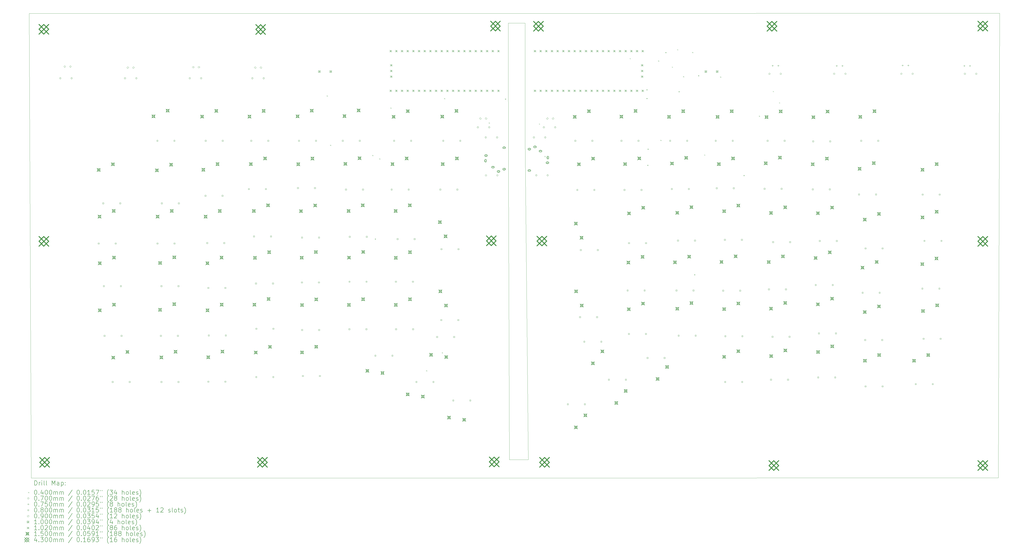
<source format=gbr>
%TF.GenerationSoftware,KiCad,Pcbnew,7.0.1-3b83917a11~172~ubuntu22.04.1*%
%TF.CreationDate,2023-03-31T12:57:55+02:00*%
%TF.ProjectId,Europe-ergo,4575726f-7065-42d6-9572-676f2e6b6963,rev?*%
%TF.SameCoordinates,Original*%
%TF.FileFunction,Drillmap*%
%TF.FilePolarity,Positive*%
%FSLAX45Y45*%
G04 Gerber Fmt 4.5, Leading zero omitted, Abs format (unit mm)*
G04 Created by KiCad (PCBNEW 7.0.1-3b83917a11~172~ubuntu22.04.1) date 2023-03-31 12:57:55*
%MOMM*%
%LPD*%
G01*
G04 APERTURE LIST*
%ADD10C,0.100000*%
%ADD11C,0.200000*%
%ADD12C,0.040000*%
%ADD13C,0.070000*%
%ADD14C,0.075000*%
%ADD15C,0.080000*%
%ADD16C,0.090000*%
%ADD17C,0.102000*%
%ADD18C,0.150000*%
%ADD19C,0.430000*%
G04 APERTURE END LIST*
D10*
X30857000Y-10108000D02*
X30850000Y-3125000D01*
X31607500Y-8340000D02*
X31605000Y-3125000D01*
X31345000Y-22685000D02*
X31745000Y-22685000D01*
X9400000Y-2700000D02*
X30850000Y-2700000D01*
X52800000Y-23500000D02*
X52855000Y-2690000D01*
X9490000Y-23510000D02*
X9400000Y-2700000D01*
X31345000Y-22685000D02*
X30900000Y-22685000D01*
X31605000Y-3125000D02*
X30850000Y-3125000D01*
X52855000Y-2690000D02*
X30850000Y-2700000D01*
X30990000Y-23510000D02*
X52800000Y-23500000D01*
X30857000Y-10108000D02*
X30900000Y-22685000D01*
X31607500Y-8340000D02*
X31745000Y-22685000D01*
X30990000Y-23510000D02*
X9490000Y-23510000D01*
D11*
D12*
X22725380Y-6368900D02*
X22765380Y-6408900D01*
X22765380Y-6368900D02*
X22725380Y-6408900D01*
X22880000Y-8580000D02*
X22920000Y-8620000D01*
X22920000Y-8580000D02*
X22880000Y-8620000D01*
X24765340Y-9039690D02*
X24805340Y-9079690D01*
X24805340Y-9039690D02*
X24765340Y-9079690D01*
X24880000Y-12780000D02*
X24920000Y-12820000D01*
X24920000Y-12780000D02*
X24880000Y-12820000D01*
X25077920Y-9190160D02*
X25117920Y-9230160D01*
X25117920Y-9190160D02*
X25077920Y-9230160D01*
X25576560Y-6911950D02*
X25616560Y-6951950D01*
X25616560Y-6911950D02*
X25576560Y-6951950D01*
X27180000Y-18680000D02*
X27220000Y-18720000D01*
X27220000Y-18680000D02*
X27180000Y-18720000D01*
X27880000Y-17880000D02*
X27920000Y-17920000D01*
X27920000Y-17880000D02*
X27880000Y-17920000D01*
X27983790Y-6491930D02*
X28023790Y-6531930D01*
X28023790Y-6491930D02*
X27983790Y-6531930D01*
X29980000Y-7580000D02*
X30020000Y-7620000D01*
X30020000Y-7580000D02*
X29980000Y-7620000D01*
X30711230Y-6510490D02*
X30751230Y-6550490D01*
X30751230Y-6510490D02*
X30711230Y-6550490D01*
X32228000Y-7628000D02*
X32268000Y-7668000D01*
X32268000Y-7628000D02*
X32228000Y-7668000D01*
X32480000Y-9080000D02*
X32520000Y-9120000D01*
X32520000Y-9080000D02*
X32480000Y-9120000D01*
X36293050Y-4699140D02*
X36333050Y-4739140D01*
X36333050Y-4699140D02*
X36293050Y-4739140D01*
X37040520Y-6096380D02*
X37080520Y-6136380D01*
X37080520Y-6096380D02*
X37040520Y-6136380D01*
X37040520Y-6485690D02*
X37080520Y-6525690D01*
X37080520Y-6485690D02*
X37040520Y-6525690D01*
X37080000Y-9480000D02*
X37120000Y-9520000D01*
X37120000Y-9480000D02*
X37080000Y-9520000D01*
X37090770Y-8754620D02*
X37130770Y-8794620D01*
X37130770Y-8754620D02*
X37090770Y-8794620D01*
X37567010Y-4806100D02*
X37607010Y-4846100D01*
X37607010Y-4806100D02*
X37567010Y-4846100D01*
X37667550Y-8361410D02*
X37707550Y-8401410D01*
X37707550Y-8361410D02*
X37667550Y-8401410D01*
X37888490Y-4429310D02*
X37928490Y-4469310D01*
X37928490Y-4429310D02*
X37888490Y-4469310D01*
X38180000Y-5080000D02*
X38220000Y-5120000D01*
X38220000Y-5080000D02*
X38180000Y-5120000D01*
X38418210Y-4301280D02*
X38458210Y-4341280D01*
X38458210Y-4301280D02*
X38418210Y-4341280D01*
X38480000Y-6180000D02*
X38520000Y-6220000D01*
X38520000Y-6180000D02*
X38480000Y-6220000D01*
X38686210Y-5509560D02*
X38726210Y-5549560D01*
X38726210Y-5509560D02*
X38686210Y-5549560D01*
X39088030Y-4426360D02*
X39128030Y-4466360D01*
X39128030Y-4426360D02*
X39088030Y-4466360D01*
X39180000Y-14380000D02*
X39220000Y-14420000D01*
X39220000Y-14380000D02*
X39180000Y-14420000D01*
X39356510Y-5466870D02*
X39396510Y-5506870D01*
X39396510Y-5466870D02*
X39356510Y-5506870D01*
X39627900Y-9017610D02*
X39667900Y-9057610D01*
X39667900Y-9017610D02*
X39627900Y-9057610D01*
X40346570Y-5524510D02*
X40386570Y-5564510D01*
X40386570Y-5524510D02*
X40346570Y-5564510D01*
X41389740Y-9934250D02*
X41429740Y-9974250D01*
X41429740Y-9934250D02*
X41389740Y-9974250D01*
X42080000Y-7280000D02*
X42120000Y-7320000D01*
X42120000Y-7280000D02*
X42080000Y-7320000D01*
X42702760Y-6173520D02*
X42742760Y-6213520D01*
X42742760Y-6173520D02*
X42702760Y-6213520D01*
X42980000Y-6680000D02*
X43020000Y-6720000D01*
X43020000Y-6680000D02*
X42980000Y-6720000D01*
D13*
X10827000Y-5600000D02*
G75*
G03*
X10827000Y-5600000I-35000J0D01*
G01*
X11335000Y-5600000D02*
G75*
G03*
X11335000Y-5600000I-35000J0D01*
G01*
X13727000Y-5600000D02*
G75*
G03*
X13727000Y-5600000I-35000J0D01*
G01*
X14235000Y-5600000D02*
G75*
G03*
X14235000Y-5600000I-35000J0D01*
G01*
X16627000Y-5600000D02*
G75*
G03*
X16627000Y-5600000I-35000J0D01*
G01*
X17135000Y-5600000D02*
G75*
G03*
X17135000Y-5600000I-35000J0D01*
G01*
X19427000Y-5600000D02*
G75*
G03*
X19427000Y-5600000I-35000J0D01*
G01*
X19935000Y-5600000D02*
G75*
G03*
X19935000Y-5600000I-35000J0D01*
G01*
X29527000Y-7800000D02*
G75*
G03*
X29527000Y-7800000I-35000J0D01*
G01*
X29881000Y-8250000D02*
G75*
G03*
X29881000Y-8250000I-35000J0D01*
G01*
X29889000Y-9950000D02*
G75*
G03*
X29889000Y-9950000I-35000J0D01*
G01*
X30035000Y-7800000D02*
G75*
G03*
X30035000Y-7800000I-35000J0D01*
G01*
X30389000Y-8250000D02*
G75*
G03*
X30389000Y-8250000I-35000J0D01*
G01*
X30397000Y-9950000D02*
G75*
G03*
X30397000Y-9950000I-35000J0D01*
G01*
X32036000Y-8250000D02*
G75*
G03*
X32036000Y-8250000I-35000J0D01*
G01*
X32144000Y-9950000D02*
G75*
G03*
X32144000Y-9950000I-35000J0D01*
G01*
X32481000Y-7800000D02*
G75*
G03*
X32481000Y-7800000I-35000J0D01*
G01*
X32544000Y-8250000D02*
G75*
G03*
X32544000Y-8250000I-35000J0D01*
G01*
X32652000Y-9950000D02*
G75*
G03*
X32652000Y-9950000I-35000J0D01*
G01*
X32989000Y-7800000D02*
G75*
G03*
X32989000Y-7800000I-35000J0D01*
G01*
X42582000Y-5400000D02*
G75*
G03*
X42582000Y-5400000I-35000J0D01*
G01*
X43090000Y-5400000D02*
G75*
G03*
X43090000Y-5400000I-35000J0D01*
G01*
X45482000Y-5400000D02*
G75*
G03*
X45482000Y-5400000I-35000J0D01*
G01*
X45990000Y-5400000D02*
G75*
G03*
X45990000Y-5400000I-35000J0D01*
G01*
X48490000Y-5400000D02*
G75*
G03*
X48490000Y-5400000I-35000J0D01*
G01*
X48998000Y-5400000D02*
G75*
G03*
X48998000Y-5400000I-35000J0D01*
G01*
X51336000Y-5400000D02*
G75*
G03*
X51336000Y-5400000I-35000J0D01*
G01*
X51844000Y-5400000D02*
G75*
G03*
X51844000Y-5400000I-35000J0D01*
G01*
D14*
X42691470Y-4996500D02*
X42691470Y-5071500D01*
X42653970Y-5034000D02*
X42728970Y-5034000D01*
X42945470Y-4996500D02*
X42945470Y-5071500D01*
X42907970Y-5034000D02*
X42982970Y-5034000D01*
X45561470Y-5006500D02*
X45561470Y-5081500D01*
X45523970Y-5044000D02*
X45598970Y-5044000D01*
X45815470Y-5006500D02*
X45815470Y-5081500D01*
X45777970Y-5044000D02*
X45852970Y-5044000D01*
X48511470Y-4986500D02*
X48511470Y-5061500D01*
X48473970Y-5024000D02*
X48548970Y-5024000D01*
X48765470Y-4986500D02*
X48765470Y-5061500D01*
X48727970Y-5024000D02*
X48802970Y-5024000D01*
X51273000Y-5006500D02*
X51273000Y-5081500D01*
X51235500Y-5044000D02*
X51310500Y-5044000D01*
X51527000Y-5006500D02*
X51527000Y-5081500D01*
X51489500Y-5044000D02*
X51564500Y-5044000D01*
D15*
X12538284Y-13028284D02*
X12538284Y-12971715D01*
X12481715Y-12971715D01*
X12481715Y-13028284D01*
X12538284Y-13028284D01*
X12739284Y-11228284D02*
X12739284Y-11171716D01*
X12682715Y-11171716D01*
X12682715Y-11228284D01*
X12739284Y-11228284D01*
X12769284Y-14938284D02*
X12769284Y-14881715D01*
X12712715Y-14881715D01*
X12712715Y-14938284D01*
X12769284Y-14938284D01*
X12798284Y-17166285D02*
X12798284Y-17109716D01*
X12741715Y-17109716D01*
X12741715Y-17166285D01*
X12798284Y-17166285D01*
X13164284Y-19228285D02*
X13164284Y-19171716D01*
X13107715Y-19171716D01*
X13107715Y-19228285D01*
X13164284Y-19228285D01*
X13300284Y-13028284D02*
X13300284Y-12971715D01*
X13243715Y-12971715D01*
X13243715Y-13028284D01*
X13300284Y-13028284D01*
X13501284Y-11228284D02*
X13501284Y-11171716D01*
X13444715Y-11171716D01*
X13444715Y-11228284D01*
X13501284Y-11228284D01*
X13531284Y-14938284D02*
X13531284Y-14881715D01*
X13474715Y-14881715D01*
X13474715Y-14938284D01*
X13531284Y-14938284D01*
X13560284Y-17166285D02*
X13560284Y-17109716D01*
X13503715Y-17109716D01*
X13503715Y-17166285D01*
X13560284Y-17166285D01*
X13926284Y-19228285D02*
X13926284Y-19171716D01*
X13869715Y-19171716D01*
X13869715Y-19228285D01*
X13926284Y-19228285D01*
X15166284Y-8428285D02*
X15166284Y-8371715D01*
X15109715Y-8371715D01*
X15109715Y-8428285D01*
X15166284Y-8428285D01*
X15168284Y-13028284D02*
X15168284Y-12971715D01*
X15111715Y-12971715D01*
X15111715Y-13028284D01*
X15168284Y-13028284D01*
X15324284Y-17166285D02*
X15324284Y-17109716D01*
X15267715Y-17109716D01*
X15267715Y-17166285D01*
X15324284Y-17166285D01*
X15347284Y-19228285D02*
X15347284Y-19171716D01*
X15290715Y-19171716D01*
X15290715Y-19228285D01*
X15347284Y-19228285D01*
X15350284Y-14938284D02*
X15350284Y-14881715D01*
X15293715Y-14881715D01*
X15293715Y-14938284D01*
X15350284Y-14938284D01*
X15366284Y-11228284D02*
X15366284Y-11171716D01*
X15309715Y-11171716D01*
X15309715Y-11228284D01*
X15366284Y-11228284D01*
X15928284Y-8428285D02*
X15928284Y-8371715D01*
X15871715Y-8371715D01*
X15871715Y-8428285D01*
X15928284Y-8428285D01*
X15930284Y-13028284D02*
X15930284Y-12971715D01*
X15873715Y-12971715D01*
X15873715Y-13028284D01*
X15930284Y-13028284D01*
X16086284Y-17166285D02*
X16086284Y-17109716D01*
X16029715Y-17109716D01*
X16029715Y-17166285D01*
X16086284Y-17166285D01*
X16109284Y-19228285D02*
X16109284Y-19171716D01*
X16052715Y-19171716D01*
X16052715Y-19228285D01*
X16109284Y-19228285D01*
X16112284Y-14938284D02*
X16112284Y-14881715D01*
X16055715Y-14881715D01*
X16055715Y-14938284D01*
X16112284Y-14938284D01*
X16128284Y-11228284D02*
X16128284Y-11171716D01*
X16071715Y-11171716D01*
X16071715Y-11228284D01*
X16128284Y-11228284D01*
X17318285Y-10888285D02*
X17318285Y-10831716D01*
X17261716Y-10831716D01*
X17261716Y-10888285D01*
X17318285Y-10888285D01*
X17328285Y-8428285D02*
X17328285Y-8371715D01*
X17271716Y-8371715D01*
X17271716Y-8428285D01*
X17328285Y-8428285D01*
X17397285Y-13008284D02*
X17397285Y-12951715D01*
X17340716Y-12951715D01*
X17340716Y-13008284D01*
X17397285Y-13008284D01*
X17446285Y-15018284D02*
X17446285Y-14961715D01*
X17389716Y-14961715D01*
X17389716Y-15018284D01*
X17446285Y-15018284D01*
X17448285Y-19218285D02*
X17448285Y-19161716D01*
X17391716Y-19161716D01*
X17391716Y-19218285D01*
X17448285Y-19218285D01*
X17467285Y-17146285D02*
X17467285Y-17089716D01*
X17410716Y-17089716D01*
X17410716Y-17146285D01*
X17467285Y-17146285D01*
X18080285Y-10888285D02*
X18080285Y-10831716D01*
X18023716Y-10831716D01*
X18023716Y-10888285D01*
X18080285Y-10888285D01*
X18090285Y-8428285D02*
X18090285Y-8371715D01*
X18033716Y-8371715D01*
X18033716Y-8428285D01*
X18090285Y-8428285D01*
X18159285Y-13008284D02*
X18159285Y-12951715D01*
X18102716Y-12951715D01*
X18102716Y-13008284D01*
X18159285Y-13008284D01*
X18208285Y-15018284D02*
X18208285Y-14961715D01*
X18151716Y-14961715D01*
X18151716Y-15018284D01*
X18208285Y-15018284D01*
X18210285Y-19218285D02*
X18210285Y-19161716D01*
X18153716Y-19161716D01*
X18153716Y-19218285D01*
X18210285Y-19218285D01*
X18229285Y-17146285D02*
X18229285Y-17089716D01*
X18172716Y-17089716D01*
X18172716Y-17146285D01*
X18229285Y-17146285D01*
X19264285Y-10588285D02*
X19264285Y-10531716D01*
X19207716Y-10531716D01*
X19207716Y-10588285D01*
X19264285Y-10588285D01*
X19368285Y-8428285D02*
X19368285Y-8371715D01*
X19311716Y-8371715D01*
X19311716Y-8428285D01*
X19368285Y-8428285D01*
X19491285Y-12708284D02*
X19491285Y-12651715D01*
X19434716Y-12651715D01*
X19434716Y-12708284D01*
X19491285Y-12708284D01*
X19579285Y-14818284D02*
X19579285Y-14761715D01*
X19522716Y-14761715D01*
X19522716Y-14818284D01*
X19579285Y-14818284D01*
X19594285Y-19008285D02*
X19594285Y-18951716D01*
X19537716Y-18951716D01*
X19537716Y-19008285D01*
X19594285Y-19008285D01*
X19598285Y-16846285D02*
X19598285Y-16789716D01*
X19541716Y-16789716D01*
X19541716Y-16846285D01*
X19598285Y-16846285D01*
X20026285Y-10588285D02*
X20026285Y-10531716D01*
X19969716Y-10531716D01*
X19969716Y-10588285D01*
X20026285Y-10588285D01*
X20130285Y-8428285D02*
X20130285Y-8371715D01*
X20073716Y-8371715D01*
X20073716Y-8428285D01*
X20130285Y-8428285D01*
X20253285Y-12708284D02*
X20253285Y-12651715D01*
X20196716Y-12651715D01*
X20196716Y-12708284D01*
X20253285Y-12708284D01*
X20341285Y-14818284D02*
X20341285Y-14761715D01*
X20284716Y-14761715D01*
X20284716Y-14818284D01*
X20341285Y-14818284D01*
X20356285Y-19008285D02*
X20356285Y-18951716D01*
X20299716Y-18951716D01*
X20299716Y-19008285D01*
X20356285Y-19008285D01*
X20360285Y-16846285D02*
X20360285Y-16789716D01*
X20303716Y-16789716D01*
X20303716Y-16846285D01*
X20360285Y-16846285D01*
X21458285Y-10542285D02*
X21458285Y-10485716D01*
X21401716Y-10485716D01*
X21401716Y-10542285D01*
X21458285Y-10542285D01*
X21508285Y-8428285D02*
X21508285Y-8371715D01*
X21451716Y-8371715D01*
X21451716Y-8428285D01*
X21508285Y-8428285D01*
X21639285Y-14772284D02*
X21639285Y-14715715D01*
X21582716Y-14715715D01*
X21582716Y-14772284D01*
X21639285Y-14772284D01*
X21642285Y-12762284D02*
X21642285Y-12705715D01*
X21585716Y-12705715D01*
X21585716Y-12762284D01*
X21642285Y-12762284D01*
X21647285Y-16900285D02*
X21647285Y-16843716D01*
X21590716Y-16843716D01*
X21590716Y-16900285D01*
X21647285Y-16900285D01*
X21678285Y-18962285D02*
X21678285Y-18905716D01*
X21621716Y-18905716D01*
X21621716Y-18962285D01*
X21678285Y-18962285D01*
X22220285Y-10542285D02*
X22220285Y-10485716D01*
X22163716Y-10485716D01*
X22163716Y-10542285D01*
X22220285Y-10542285D01*
X22270285Y-8428285D02*
X22270285Y-8371715D01*
X22213716Y-8371715D01*
X22213716Y-8428285D01*
X22270285Y-8428285D01*
X22401284Y-14772284D02*
X22401284Y-14715715D01*
X22344716Y-14715715D01*
X22344716Y-14772284D01*
X22401284Y-14772284D01*
X22404284Y-12762284D02*
X22404284Y-12705715D01*
X22347716Y-12705715D01*
X22347716Y-12762284D01*
X22404284Y-12762284D01*
X22409284Y-16900285D02*
X22409284Y-16843716D01*
X22352716Y-16843716D01*
X22352716Y-16900285D01*
X22409284Y-16900285D01*
X22440284Y-18962285D02*
X22440284Y-18905716D01*
X22383715Y-18905716D01*
X22383715Y-18962285D01*
X22440284Y-18962285D01*
X23466284Y-8428285D02*
X23466284Y-8371715D01*
X23409715Y-8371715D01*
X23409715Y-8428285D01*
X23466284Y-8428285D01*
X23608284Y-10608285D02*
X23608284Y-10551716D01*
X23551715Y-10551716D01*
X23551715Y-10608285D01*
X23608284Y-10608285D01*
X23766284Y-16866285D02*
X23766284Y-16809716D01*
X23709715Y-16809716D01*
X23709715Y-16866285D01*
X23766284Y-16866285D01*
X23767284Y-14738284D02*
X23767284Y-14681715D01*
X23710715Y-14681715D01*
X23710715Y-14738284D01*
X23767284Y-14738284D01*
X23782284Y-12728284D02*
X23782284Y-12671715D01*
X23725715Y-12671715D01*
X23725715Y-12728284D01*
X23782284Y-12728284D01*
X24228284Y-8428285D02*
X24228284Y-8371715D01*
X24171715Y-8371715D01*
X24171715Y-8428285D01*
X24228284Y-8428285D01*
X24370284Y-10608285D02*
X24370284Y-10551716D01*
X24313715Y-10551716D01*
X24313715Y-10608285D01*
X24370284Y-10608285D01*
X24528284Y-16866285D02*
X24528284Y-16809716D01*
X24471715Y-16809716D01*
X24471715Y-16866285D01*
X24528284Y-16866285D01*
X24529284Y-14738284D02*
X24529284Y-14681715D01*
X24472715Y-14681715D01*
X24472715Y-14738284D01*
X24529284Y-14738284D01*
X24544284Y-12728284D02*
X24544284Y-12671715D01*
X24487715Y-12671715D01*
X24487715Y-12728284D01*
X24544284Y-12728284D01*
X24928284Y-18053285D02*
X24928284Y-17996716D01*
X24871715Y-17996716D01*
X24871715Y-18053285D01*
X24928284Y-18053285D01*
X25656284Y-10608285D02*
X25656284Y-10551716D01*
X25599715Y-10551716D01*
X25599715Y-10608285D01*
X25656284Y-10608285D01*
X25690284Y-18053285D02*
X25690284Y-17996716D01*
X25633715Y-17996716D01*
X25633715Y-18053285D01*
X25690284Y-18053285D01*
X25766284Y-8428285D02*
X25766284Y-8371715D01*
X25709715Y-8371715D01*
X25709715Y-8428285D01*
X25766284Y-8428285D01*
X25847284Y-14738284D02*
X25847284Y-14681715D01*
X25790715Y-14681715D01*
X25790715Y-14738284D01*
X25847284Y-14738284D01*
X25856284Y-16866285D02*
X25856284Y-16809716D01*
X25799715Y-16809716D01*
X25799715Y-16866285D01*
X25856284Y-16866285D01*
X25920284Y-12828284D02*
X25920284Y-12771715D01*
X25863715Y-12771715D01*
X25863715Y-12828284D01*
X25920284Y-12828284D01*
X26418284Y-10608285D02*
X26418284Y-10551716D01*
X26361715Y-10551716D01*
X26361715Y-10608285D01*
X26418284Y-10608285D01*
X26528284Y-8428285D02*
X26528284Y-8371715D01*
X26471715Y-8371715D01*
X26471715Y-8428285D01*
X26528284Y-8428285D01*
X26609284Y-14738284D02*
X26609284Y-14681715D01*
X26552715Y-14681715D01*
X26552715Y-14738284D01*
X26609284Y-14738284D01*
X26618284Y-16866285D02*
X26618284Y-16809716D01*
X26561715Y-16809716D01*
X26561715Y-16866285D01*
X26618284Y-16866285D01*
X26682284Y-12828284D02*
X26682284Y-12771715D01*
X26625715Y-12771715D01*
X26625715Y-12828284D01*
X26682284Y-12828284D01*
X26766284Y-19228285D02*
X26766284Y-19171716D01*
X26709715Y-19171716D01*
X26709715Y-19228285D01*
X26766284Y-19228285D01*
X27528284Y-19228285D02*
X27528284Y-19171716D01*
X27471715Y-19171716D01*
X27471715Y-19228285D01*
X27528284Y-19228285D01*
X27694284Y-17216285D02*
X27694284Y-17159716D01*
X27637715Y-17159716D01*
X27637715Y-17216285D01*
X27694284Y-17216285D01*
X27836284Y-10608285D02*
X27836284Y-10551716D01*
X27779715Y-10551716D01*
X27779715Y-10608285D01*
X27836284Y-10608285D01*
X27880284Y-16456284D02*
X27880284Y-16399715D01*
X27823715Y-16399715D01*
X27823715Y-16456284D01*
X27880284Y-16456284D01*
X27884284Y-13282284D02*
X27884284Y-13225715D01*
X27827715Y-13225715D01*
X27827715Y-13282284D01*
X27884284Y-13282284D01*
X27966284Y-8428285D02*
X27966284Y-8371715D01*
X27909715Y-8371715D01*
X27909715Y-8428285D01*
X27966284Y-8428285D01*
X28417244Y-20056755D02*
X28417244Y-20000186D01*
X28360675Y-20000186D01*
X28360675Y-20056755D01*
X28417244Y-20056755D01*
X28456284Y-17216285D02*
X28456284Y-17159716D01*
X28399715Y-17159716D01*
X28399715Y-17216285D01*
X28456284Y-17216285D01*
X28598284Y-10608285D02*
X28598284Y-10551716D01*
X28541715Y-10551716D01*
X28541715Y-10608285D01*
X28598284Y-10608285D01*
X28642284Y-16456284D02*
X28642284Y-16399715D01*
X28585715Y-16399715D01*
X28585715Y-16456284D01*
X28642284Y-16456284D01*
X28646284Y-13282284D02*
X28646284Y-13225715D01*
X28589715Y-13225715D01*
X28589715Y-13282284D01*
X28646284Y-13282284D01*
X28728284Y-8428285D02*
X28728284Y-8371715D01*
X28671715Y-8371715D01*
X28671715Y-8428285D01*
X28728284Y-8428285D01*
X29179244Y-20056755D02*
X29179244Y-20000186D01*
X29122675Y-20000186D01*
X29122675Y-20056755D01*
X29179244Y-20056755D01*
X29865284Y-9321285D02*
X29865284Y-9264716D01*
X29808715Y-9264716D01*
X29808715Y-9321285D01*
X29865284Y-9321285D01*
D11*
X29877000Y-9318000D02*
X29877000Y-9268000D01*
X29877000Y-9268000D02*
G75*
G03*
X29797000Y-9268000I-40000J0D01*
G01*
X29797000Y-9268000D02*
X29797000Y-9318000D01*
X29797000Y-9318000D02*
G75*
G03*
X29877000Y-9318000I40000J0D01*
G01*
D15*
X29885284Y-9091285D02*
X29885284Y-9034716D01*
X29828715Y-9034716D01*
X29828715Y-9091285D01*
X29885284Y-9091285D01*
D11*
X29882000Y-9023000D02*
X29832000Y-9023000D01*
X29832000Y-9023000D02*
G75*
G03*
X29832000Y-9103000I0J-40000D01*
G01*
X29832000Y-9103000D02*
X29882000Y-9103000D01*
X29882000Y-9103000D02*
G75*
G03*
X29882000Y-9023000I0J40000D01*
G01*
D15*
X30195284Y-9611285D02*
X30195284Y-9554716D01*
X30138715Y-9554716D01*
X30138715Y-9611285D01*
X30195284Y-9611285D01*
D11*
X30192000Y-9543000D02*
X30142000Y-9543000D01*
X30142000Y-9543000D02*
G75*
G03*
X30142000Y-9623000I0J-40000D01*
G01*
X30142000Y-9623000D02*
X30192000Y-9623000D01*
X30192000Y-9623000D02*
G75*
G03*
X30192000Y-9543000I0J40000D01*
G01*
D15*
X30445284Y-9801285D02*
X30445284Y-9744716D01*
X30388715Y-9744716D01*
X30388715Y-9801285D01*
X30445284Y-9801285D01*
D11*
X30442000Y-9733000D02*
X30392000Y-9733000D01*
X30392000Y-9733000D02*
G75*
G03*
X30392000Y-9813000I0J-40000D01*
G01*
X30392000Y-9813000D02*
X30442000Y-9813000D01*
X30442000Y-9813000D02*
G75*
G03*
X30442000Y-9733000I0J40000D01*
G01*
D15*
X30695284Y-8741285D02*
X30695284Y-8684716D01*
X30638715Y-8684716D01*
X30638715Y-8741285D01*
X30695284Y-8741285D01*
D11*
X30692000Y-8673000D02*
X30642000Y-8673000D01*
X30642000Y-8673000D02*
G75*
G03*
X30642000Y-8753000I0J-40000D01*
G01*
X30642000Y-8753000D02*
X30692000Y-8753000D01*
X30692000Y-8753000D02*
G75*
G03*
X30692000Y-8673000I0J40000D01*
G01*
D15*
X30695284Y-9701285D02*
X30695284Y-9644716D01*
X30638715Y-9644716D01*
X30638715Y-9701285D01*
X30695284Y-9701285D01*
D11*
X30692000Y-9633000D02*
X30642000Y-9633000D01*
X30642000Y-9633000D02*
G75*
G03*
X30642000Y-9713000I0J-40000D01*
G01*
X30642000Y-9713000D02*
X30692000Y-9713000D01*
X30692000Y-9713000D02*
G75*
G03*
X30692000Y-9633000I0J40000D01*
G01*
D15*
X31825784Y-8803285D02*
X31825784Y-8746716D01*
X31769215Y-8746716D01*
X31769215Y-8803285D01*
X31825784Y-8803285D01*
D11*
X31772500Y-8815000D02*
X31822500Y-8815000D01*
X31822500Y-8815000D02*
G75*
G03*
X31822500Y-8735000I0J40000D01*
G01*
X31822500Y-8735000D02*
X31772500Y-8735000D01*
X31772500Y-8735000D02*
G75*
G03*
X31772500Y-8815000I0J-40000D01*
G01*
D15*
X31825784Y-9763285D02*
X31825784Y-9706716D01*
X31769215Y-9706716D01*
X31769215Y-9763285D01*
X31825784Y-9763285D01*
D11*
X31772500Y-9775000D02*
X31822500Y-9775000D01*
X31822500Y-9775000D02*
G75*
G03*
X31822500Y-9695000I0J40000D01*
G01*
X31822500Y-9695000D02*
X31772500Y-9695000D01*
X31772500Y-9695000D02*
G75*
G03*
X31772500Y-9775000I0J-40000D01*
G01*
D15*
X32075784Y-8703285D02*
X32075784Y-8646716D01*
X32019215Y-8646716D01*
X32019215Y-8703285D01*
X32075784Y-8703285D01*
D11*
X32022500Y-8715000D02*
X32072500Y-8715000D01*
X32072500Y-8715000D02*
G75*
G03*
X32072500Y-8635000I0J40000D01*
G01*
X32072500Y-8635000D02*
X32022500Y-8635000D01*
X32022500Y-8635000D02*
G75*
G03*
X32022500Y-8715000I0J-40000D01*
G01*
D15*
X32325784Y-8893285D02*
X32325784Y-8836716D01*
X32269215Y-8836716D01*
X32269215Y-8893285D01*
X32325784Y-8893285D01*
D11*
X32272500Y-8905000D02*
X32322500Y-8905000D01*
X32322500Y-8905000D02*
G75*
G03*
X32322500Y-8825000I0J40000D01*
G01*
X32322500Y-8825000D02*
X32272500Y-8825000D01*
X32272500Y-8825000D02*
G75*
G03*
X32272500Y-8905000I0J-40000D01*
G01*
D15*
X32635784Y-9413285D02*
X32635784Y-9356716D01*
X32579215Y-9356716D01*
X32579215Y-9413285D01*
X32635784Y-9413285D01*
D11*
X32582500Y-9425000D02*
X32632500Y-9425000D01*
X32632500Y-9425000D02*
G75*
G03*
X32632500Y-9345000I0J40000D01*
G01*
X32632500Y-9345000D02*
X32582500Y-9345000D01*
X32582500Y-9345000D02*
G75*
G03*
X32582500Y-9425000I0J-40000D01*
G01*
D15*
X32655784Y-9183285D02*
X32655784Y-9126716D01*
X32599215Y-9126716D01*
X32599215Y-9183285D01*
X32655784Y-9183285D01*
D11*
X32587500Y-9130000D02*
X32587500Y-9180000D01*
X32587500Y-9180000D02*
G75*
G03*
X32667500Y-9180000I40000J0D01*
G01*
X32667500Y-9180000D02*
X32667500Y-9130000D01*
X32667500Y-9130000D02*
G75*
G03*
X32587500Y-9130000I-40000J0D01*
G01*
D15*
X33547284Y-20228285D02*
X33547284Y-20171716D01*
X33490715Y-20171716D01*
X33490715Y-20228285D01*
X33547284Y-20228285D01*
X33883285Y-8428285D02*
X33883285Y-8371715D01*
X33826716Y-8371715D01*
X33826716Y-8428285D01*
X33883285Y-8428285D01*
X33969285Y-10628785D02*
X33969285Y-10572216D01*
X33912716Y-10572216D01*
X33912716Y-10628785D01*
X33969285Y-10628785D01*
X34092285Y-16328284D02*
X34092285Y-16271715D01*
X34035716Y-16271715D01*
X34035716Y-16328284D01*
X34092285Y-16328284D01*
X34128285Y-13320284D02*
X34128285Y-13263715D01*
X34071716Y-13263715D01*
X34071716Y-13320284D01*
X34128285Y-13320284D01*
X34284285Y-17425345D02*
X34284285Y-17368776D01*
X34227716Y-17368776D01*
X34227716Y-17425345D01*
X34284285Y-17425345D01*
X34309285Y-20228285D02*
X34309285Y-20171716D01*
X34252716Y-20171716D01*
X34252716Y-20228285D01*
X34309285Y-20228285D01*
X34645285Y-8428285D02*
X34645285Y-8371715D01*
X34588716Y-8371715D01*
X34588716Y-8428285D01*
X34645285Y-8428285D01*
X34731285Y-10628785D02*
X34731285Y-10572216D01*
X34674716Y-10572216D01*
X34674716Y-10628785D01*
X34731285Y-10628785D01*
X34854285Y-16328284D02*
X34854285Y-16271715D01*
X34797716Y-16271715D01*
X34797716Y-16328284D01*
X34854285Y-16328284D01*
X34890285Y-13320284D02*
X34890285Y-13263715D01*
X34833716Y-13263715D01*
X34833716Y-13320284D01*
X34890285Y-13320284D01*
X35046285Y-17425345D02*
X35046285Y-17368776D01*
X34989716Y-17368776D01*
X34989716Y-17425345D01*
X35046285Y-17425345D01*
X35383285Y-19128285D02*
X35383285Y-19071716D01*
X35326716Y-19071716D01*
X35326716Y-19128285D01*
X35383285Y-19128285D01*
X35947285Y-8428285D02*
X35947285Y-8371715D01*
X35890716Y-8371715D01*
X35890716Y-8428285D01*
X35947285Y-8428285D01*
X36084285Y-10628785D02*
X36084285Y-10572216D01*
X36027716Y-10572216D01*
X36027716Y-10628785D01*
X36084285Y-10628785D01*
X36145285Y-19128285D02*
X36145285Y-19071716D01*
X36088716Y-19071716D01*
X36088716Y-19128285D01*
X36145285Y-19128285D01*
X36221285Y-15132284D02*
X36221285Y-15075715D01*
X36164716Y-15075715D01*
X36164716Y-15132284D01*
X36221285Y-15132284D01*
X36280285Y-17080785D02*
X36280285Y-17024216D01*
X36223716Y-17024216D01*
X36223716Y-17080785D01*
X36280285Y-17080785D01*
X36283285Y-13012284D02*
X36283285Y-12955715D01*
X36226716Y-12955715D01*
X36226716Y-13012284D01*
X36283285Y-13012284D01*
X36709285Y-8428285D02*
X36709285Y-8371715D01*
X36652716Y-8371715D01*
X36652716Y-8428285D01*
X36709285Y-8428285D01*
X36846285Y-10628785D02*
X36846285Y-10572216D01*
X36789716Y-10572216D01*
X36789716Y-10628785D01*
X36846285Y-10628785D01*
X36983285Y-15132284D02*
X36983285Y-15075715D01*
X36926716Y-15075715D01*
X36926716Y-15132284D01*
X36983285Y-15132284D01*
X37042285Y-17080785D02*
X37042285Y-17024216D01*
X36985716Y-17024216D01*
X36985716Y-17080785D01*
X37042285Y-17080785D01*
X37045285Y-13012284D02*
X37045285Y-12955715D01*
X36988716Y-12955715D01*
X36988716Y-13012284D01*
X37045285Y-13012284D01*
X37114285Y-18152285D02*
X37114285Y-18095716D01*
X37057716Y-18095716D01*
X37057716Y-18152285D01*
X37114285Y-18152285D01*
X37876285Y-18152285D02*
X37876285Y-18095716D01*
X37819716Y-18095716D01*
X37819716Y-18152285D01*
X37876285Y-18152285D01*
X38128285Y-8428285D02*
X38128285Y-8371715D01*
X38071716Y-8371715D01*
X38071716Y-8428285D01*
X38128285Y-8428285D01*
X38204285Y-10584785D02*
X38204285Y-10528216D01*
X38147716Y-10528216D01*
X38147716Y-10584785D01*
X38204285Y-10584785D01*
X38408285Y-15132284D02*
X38408285Y-15075715D01*
X38351716Y-15075715D01*
X38351716Y-15132284D01*
X38408285Y-15132284D01*
X38480285Y-12898284D02*
X38480285Y-12841715D01*
X38423716Y-12841715D01*
X38423716Y-12898284D01*
X38480285Y-12898284D01*
X38508285Y-17154285D02*
X38508285Y-17097716D01*
X38451716Y-17097716D01*
X38451716Y-17154285D01*
X38508285Y-17154285D01*
X38890285Y-8428285D02*
X38890285Y-8371715D01*
X38833716Y-8371715D01*
X38833716Y-8428285D01*
X38890285Y-8428285D01*
X38966285Y-10584785D02*
X38966285Y-10528216D01*
X38909716Y-10528216D01*
X38909716Y-10584785D01*
X38966285Y-10584785D01*
X39170285Y-15132284D02*
X39170285Y-15075715D01*
X39113716Y-15075715D01*
X39113716Y-15132284D01*
X39170285Y-15132284D01*
X39242285Y-12898284D02*
X39242285Y-12841715D01*
X39185716Y-12841715D01*
X39185716Y-12898284D01*
X39242285Y-12898284D01*
X39270285Y-17154285D02*
X39270285Y-17097716D01*
X39213716Y-17097716D01*
X39213716Y-17154285D01*
X39270285Y-17154285D01*
X40167285Y-8428285D02*
X40167285Y-8371715D01*
X40110716Y-8371715D01*
X40110716Y-8428285D01*
X40167285Y-8428285D01*
X40214285Y-10550785D02*
X40214285Y-10494216D01*
X40157716Y-10494216D01*
X40157716Y-10550785D01*
X40214285Y-10550785D01*
X40499285Y-15138284D02*
X40499285Y-15081715D01*
X40442716Y-15081715D01*
X40442716Y-15138284D01*
X40499285Y-15138284D01*
X40580285Y-12864284D02*
X40580285Y-12807715D01*
X40523716Y-12807715D01*
X40523716Y-12864284D01*
X40580285Y-12864284D01*
X40590285Y-19228285D02*
X40590285Y-19171716D01*
X40533716Y-19171716D01*
X40533716Y-19228285D01*
X40590285Y-19228285D01*
X40600285Y-17180285D02*
X40600285Y-17123716D01*
X40543716Y-17123716D01*
X40543716Y-17180285D01*
X40600285Y-17180285D01*
X40929285Y-8428285D02*
X40929285Y-8371715D01*
X40872716Y-8371715D01*
X40872716Y-8428285D01*
X40929285Y-8428285D01*
X40976285Y-10550785D02*
X40976285Y-10494216D01*
X40919716Y-10494216D01*
X40919716Y-10550785D01*
X40976285Y-10550785D01*
X41261285Y-15138284D02*
X41261285Y-15081715D01*
X41204716Y-15081715D01*
X41204716Y-15138284D01*
X41261285Y-15138284D01*
X41342285Y-12864284D02*
X41342285Y-12807715D01*
X41285716Y-12807715D01*
X41285716Y-12864284D01*
X41342285Y-12864284D01*
X41352285Y-19228285D02*
X41352285Y-19171716D01*
X41295716Y-19171716D01*
X41295716Y-19228285D01*
X41352285Y-19228285D01*
X41362285Y-17180285D02*
X41362285Y-17123716D01*
X41305716Y-17123716D01*
X41305716Y-17180285D01*
X41362285Y-17180285D01*
X42354285Y-10578785D02*
X42354285Y-10522216D01*
X42297716Y-10522216D01*
X42297716Y-10578785D01*
X42354285Y-10578785D01*
X42493285Y-8428285D02*
X42493285Y-8371715D01*
X42436716Y-8371715D01*
X42436716Y-8428285D01*
X42493285Y-8428285D01*
X42548285Y-15082284D02*
X42548285Y-15025715D01*
X42491716Y-15025715D01*
X42491716Y-15082284D01*
X42548285Y-15082284D01*
X42645285Y-19128285D02*
X42645285Y-19071716D01*
X42588716Y-19071716D01*
X42588716Y-19128285D01*
X42645285Y-19128285D01*
X42714285Y-17204285D02*
X42714285Y-17147716D01*
X42657716Y-17147716D01*
X42657716Y-17204285D01*
X42714285Y-17204285D01*
X42738285Y-12962284D02*
X42738285Y-12905715D01*
X42681716Y-12905715D01*
X42681716Y-12962284D01*
X42738285Y-12962284D01*
X43116285Y-10578785D02*
X43116285Y-10522216D01*
X43059716Y-10522216D01*
X43059716Y-10578785D01*
X43116285Y-10578785D01*
X43255285Y-8428285D02*
X43255285Y-8371715D01*
X43198716Y-8371715D01*
X43198716Y-8428285D01*
X43255285Y-8428285D01*
X43310285Y-15082284D02*
X43310285Y-15025715D01*
X43253716Y-15025715D01*
X43253716Y-15082284D01*
X43310285Y-15082284D01*
X43407285Y-19128285D02*
X43407285Y-19071716D01*
X43350716Y-19071716D01*
X43350716Y-19128285D01*
X43407285Y-19128285D01*
X43476285Y-17204285D02*
X43476285Y-17147716D01*
X43419716Y-17147716D01*
X43419716Y-17204285D01*
X43476285Y-17204285D01*
X43500285Y-12962284D02*
X43500285Y-12905715D01*
X43443716Y-12905715D01*
X43443716Y-12962284D01*
X43500285Y-12962284D01*
X44514285Y-10602285D02*
X44514285Y-10545716D01*
X44457716Y-10545716D01*
X44457716Y-10602285D01*
X44514285Y-10602285D01*
X44533285Y-8454285D02*
X44533285Y-8397716D01*
X44476716Y-8397716D01*
X44476716Y-8454285D01*
X44533285Y-8454285D01*
X44647285Y-14884784D02*
X44647285Y-14828215D01*
X44590716Y-14828215D01*
X44590716Y-14884784D01*
X44647285Y-14884784D01*
X44757284Y-19028285D02*
X44757284Y-18971716D01*
X44700716Y-18971716D01*
X44700716Y-19028285D01*
X44757284Y-19028285D01*
X44790284Y-17054285D02*
X44790284Y-16997716D01*
X44733716Y-16997716D01*
X44733716Y-17054285D01*
X44790284Y-17054285D01*
X44830284Y-12912284D02*
X44830284Y-12855715D01*
X44773715Y-12855715D01*
X44773715Y-12912284D01*
X44830284Y-12912284D01*
X45276284Y-10602285D02*
X45276284Y-10545716D01*
X45219715Y-10545716D01*
X45219715Y-10602285D01*
X45276284Y-10602285D01*
X45295284Y-8454285D02*
X45295284Y-8397716D01*
X45238715Y-8397716D01*
X45238715Y-8454285D01*
X45295284Y-8454285D01*
X45409284Y-14884784D02*
X45409284Y-14828215D01*
X45352715Y-14828215D01*
X45352715Y-14884784D01*
X45409284Y-14884784D01*
X45519284Y-19028285D02*
X45519284Y-18971716D01*
X45462715Y-18971716D01*
X45462715Y-19028285D01*
X45519284Y-19028285D01*
X45552284Y-17054285D02*
X45552284Y-16997716D01*
X45495715Y-16997716D01*
X45495715Y-17054285D01*
X45552284Y-17054285D01*
X45592284Y-12912284D02*
X45592284Y-12855715D01*
X45535715Y-12855715D01*
X45535715Y-12912284D01*
X45592284Y-12912284D01*
X46584284Y-10828785D02*
X46584284Y-10772216D01*
X46527715Y-10772216D01*
X46527715Y-10828785D01*
X46584284Y-10828785D01*
X46680284Y-8428285D02*
X46680284Y-8371715D01*
X46623715Y-8371715D01*
X46623715Y-8428285D01*
X46680284Y-8428285D01*
X46747284Y-15232284D02*
X46747284Y-15175715D01*
X46690715Y-15175715D01*
X46690715Y-15232284D01*
X46747284Y-15232284D01*
X46860284Y-17350285D02*
X46860284Y-17293716D01*
X46803715Y-17293716D01*
X46803715Y-17350285D01*
X46860284Y-17350285D01*
X46877284Y-19428285D02*
X46877284Y-19371716D01*
X46820715Y-19371716D01*
X46820715Y-19428285D01*
X46877284Y-19428285D01*
X46878284Y-13248284D02*
X46878284Y-13191715D01*
X46821715Y-13191715D01*
X46821715Y-13248284D01*
X46878284Y-13248284D01*
X47346284Y-10828785D02*
X47346284Y-10772216D01*
X47289715Y-10772216D01*
X47289715Y-10828785D01*
X47346284Y-10828785D01*
X47442284Y-8428285D02*
X47442284Y-8371715D01*
X47385715Y-8371715D01*
X47385715Y-8428285D01*
X47442284Y-8428285D01*
X47509284Y-15232284D02*
X47509284Y-15175715D01*
X47452715Y-15175715D01*
X47452715Y-15232284D01*
X47509284Y-15232284D01*
X47622284Y-17350285D02*
X47622284Y-17293716D01*
X47565715Y-17293716D01*
X47565715Y-17350285D01*
X47622284Y-17350285D01*
X47639284Y-19428285D02*
X47639284Y-19371716D01*
X47582715Y-19371716D01*
X47582715Y-19428285D01*
X47639284Y-19428285D01*
X47640284Y-13248284D02*
X47640284Y-13191715D01*
X47583715Y-13191715D01*
X47583715Y-13248284D01*
X47640284Y-13248284D01*
X49125284Y-19328285D02*
X49125284Y-19271716D01*
X49068715Y-19271716D01*
X49068715Y-19328285D01*
X49125284Y-19328285D01*
X49422784Y-15048784D02*
X49422784Y-14992215D01*
X49366215Y-14992215D01*
X49366215Y-15048784D01*
X49422784Y-15048784D01*
X49432784Y-10834785D02*
X49432784Y-10778216D01*
X49376215Y-10778216D01*
X49376215Y-10834785D01*
X49432784Y-10834785D01*
X49475784Y-17294285D02*
X49475784Y-17237716D01*
X49419215Y-17237716D01*
X49419215Y-17294285D01*
X49475784Y-17294285D01*
X49513784Y-12908284D02*
X49513784Y-12851715D01*
X49457215Y-12851715D01*
X49457215Y-12908284D01*
X49513784Y-12908284D01*
X49887284Y-19328285D02*
X49887284Y-19271716D01*
X49830715Y-19271716D01*
X49830715Y-19328285D01*
X49887284Y-19328285D01*
X50184784Y-15048784D02*
X50184784Y-14992215D01*
X50128215Y-14992215D01*
X50128215Y-15048784D01*
X50184784Y-15048784D01*
X50194784Y-10834785D02*
X50194784Y-10778216D01*
X50138215Y-10778216D01*
X50138215Y-10834785D01*
X50194784Y-10834785D01*
X50237784Y-17294285D02*
X50237784Y-17237716D01*
X50181215Y-17237716D01*
X50181215Y-17294285D01*
X50237784Y-17294285D01*
X50275784Y-12908284D02*
X50275784Y-12851715D01*
X50219215Y-12851715D01*
X50219215Y-12908284D01*
X50275784Y-12908284D01*
D16*
X10990000Y-5115000D02*
X11035000Y-5070000D01*
X10990000Y-5025000D01*
X10945000Y-5070000D01*
X10990000Y-5115000D01*
X11244000Y-5115000D02*
X11289000Y-5070000D01*
X11244000Y-5025000D01*
X11199000Y-5070000D01*
X11244000Y-5115000D01*
X13810000Y-5165000D02*
X13855000Y-5120000D01*
X13810000Y-5075000D01*
X13765000Y-5120000D01*
X13810000Y-5165000D01*
X14064000Y-5165000D02*
X14109000Y-5120000D01*
X14064000Y-5075000D01*
X14019000Y-5120000D01*
X14064000Y-5165000D01*
X16740000Y-5145000D02*
X16785000Y-5100000D01*
X16740000Y-5055000D01*
X16695000Y-5100000D01*
X16740000Y-5145000D01*
X16994000Y-5145000D02*
X17039000Y-5100000D01*
X16994000Y-5055000D01*
X16949000Y-5100000D01*
X16994000Y-5145000D01*
X19520000Y-5165000D02*
X19565000Y-5120000D01*
X19520000Y-5075000D01*
X19475000Y-5120000D01*
X19520000Y-5165000D01*
X19774000Y-5165000D02*
X19819000Y-5120000D01*
X19774000Y-5075000D01*
X19729000Y-5120000D01*
X19774000Y-5165000D01*
X29600000Y-7445000D02*
X29645000Y-7400000D01*
X29600000Y-7355000D01*
X29555000Y-7400000D01*
X29600000Y-7445000D01*
X29854000Y-7445000D02*
X29899000Y-7400000D01*
X29854000Y-7355000D01*
X29809000Y-7400000D01*
X29854000Y-7445000D01*
X32600000Y-7445000D02*
X32645000Y-7400000D01*
X32600000Y-7355000D01*
X32555000Y-7400000D01*
X32600000Y-7445000D01*
X32854000Y-7445000D02*
X32899000Y-7400000D01*
X32854000Y-7355000D01*
X32809000Y-7400000D01*
X32854000Y-7445000D01*
D10*
X22342000Y-5250000D02*
X22442000Y-5350000D01*
X22442000Y-5250000D02*
X22342000Y-5350000D01*
X22442000Y-5300000D02*
G75*
G03*
X22442000Y-5300000I-50000J0D01*
G01*
X22850000Y-5250000D02*
X22950000Y-5350000D01*
X22950000Y-5250000D02*
X22850000Y-5350000D01*
X22950000Y-5300000D02*
G75*
G03*
X22950000Y-5300000I-50000J0D01*
G01*
X39651000Y-5250000D02*
X39751000Y-5350000D01*
X39751000Y-5250000D02*
X39651000Y-5350000D01*
X39751000Y-5300000D02*
G75*
G03*
X39751000Y-5300000I-50000J0D01*
G01*
X40159000Y-5250000D02*
X40259000Y-5350000D01*
X40259000Y-5250000D02*
X40159000Y-5350000D01*
X40259000Y-5300000D02*
G75*
G03*
X40259000Y-5300000I-50000J0D01*
G01*
D17*
X25536000Y-4332500D02*
X25638000Y-4434500D01*
X25638000Y-4332500D02*
X25536000Y-4434500D01*
X25587000Y-4332500D02*
X25587000Y-4434500D01*
X25536000Y-4383500D02*
X25638000Y-4383500D01*
X25536000Y-6110500D02*
X25638000Y-6212500D01*
X25638000Y-6110500D02*
X25536000Y-6212500D01*
X25587000Y-6110500D02*
X25587000Y-6212500D01*
X25536000Y-6161500D02*
X25638000Y-6161500D01*
X25559000Y-4967500D02*
X25661000Y-5069500D01*
X25661000Y-4967500D02*
X25559000Y-5069500D01*
X25610000Y-4967500D02*
X25610000Y-5069500D01*
X25559000Y-5018500D02*
X25661000Y-5018500D01*
X25559000Y-5221500D02*
X25661000Y-5323500D01*
X25661000Y-5221500D02*
X25559000Y-5323500D01*
X25610000Y-5221500D02*
X25610000Y-5323500D01*
X25559000Y-5272500D02*
X25661000Y-5272500D01*
X25559000Y-5475500D02*
X25661000Y-5577500D01*
X25661000Y-5475500D02*
X25559000Y-5577500D01*
X25610000Y-5475500D02*
X25610000Y-5577500D01*
X25559000Y-5526500D02*
X25661000Y-5526500D01*
X25790000Y-4332500D02*
X25892000Y-4434500D01*
X25892000Y-4332500D02*
X25790000Y-4434500D01*
X25841000Y-4332500D02*
X25841000Y-4434500D01*
X25790000Y-4383500D02*
X25892000Y-4383500D01*
X25790000Y-6110500D02*
X25892000Y-6212500D01*
X25892000Y-6110500D02*
X25790000Y-6212500D01*
X25841000Y-6110500D02*
X25841000Y-6212500D01*
X25790000Y-6161500D02*
X25892000Y-6161500D01*
X26044000Y-4332500D02*
X26146000Y-4434500D01*
X26146000Y-4332500D02*
X26044000Y-4434500D01*
X26095000Y-4332500D02*
X26095000Y-4434500D01*
X26044000Y-4383500D02*
X26146000Y-4383500D01*
X26044000Y-6110500D02*
X26146000Y-6212500D01*
X26146000Y-6110500D02*
X26044000Y-6212500D01*
X26095000Y-6110500D02*
X26095000Y-6212500D01*
X26044000Y-6161500D02*
X26146000Y-6161500D01*
X26298000Y-4332500D02*
X26400000Y-4434500D01*
X26400000Y-4332500D02*
X26298000Y-4434500D01*
X26349000Y-4332500D02*
X26349000Y-4434500D01*
X26298000Y-4383500D02*
X26400000Y-4383500D01*
X26298000Y-6110500D02*
X26400000Y-6212500D01*
X26400000Y-6110500D02*
X26298000Y-6212500D01*
X26349000Y-6110500D02*
X26349000Y-6212500D01*
X26298000Y-6161500D02*
X26400000Y-6161500D01*
X26552000Y-4332500D02*
X26654000Y-4434500D01*
X26654000Y-4332500D02*
X26552000Y-4434500D01*
X26603000Y-4332500D02*
X26603000Y-4434500D01*
X26552000Y-4383500D02*
X26654000Y-4383500D01*
X26552000Y-6110500D02*
X26654000Y-6212500D01*
X26654000Y-6110500D02*
X26552000Y-6212500D01*
X26603000Y-6110500D02*
X26603000Y-6212500D01*
X26552000Y-6161500D02*
X26654000Y-6161500D01*
X26806000Y-4332500D02*
X26908000Y-4434500D01*
X26908000Y-4332500D02*
X26806000Y-4434500D01*
X26857000Y-4332500D02*
X26857000Y-4434500D01*
X26806000Y-4383500D02*
X26908000Y-4383500D01*
X26806000Y-6110500D02*
X26908000Y-6212500D01*
X26908000Y-6110500D02*
X26806000Y-6212500D01*
X26857000Y-6110500D02*
X26857000Y-6212500D01*
X26806000Y-6161500D02*
X26908000Y-6161500D01*
X27060000Y-4332500D02*
X27162000Y-4434500D01*
X27162000Y-4332500D02*
X27060000Y-4434500D01*
X27111000Y-4332500D02*
X27111000Y-4434500D01*
X27060000Y-4383500D02*
X27162000Y-4383500D01*
X27060000Y-6110500D02*
X27162000Y-6212500D01*
X27162000Y-6110500D02*
X27060000Y-6212500D01*
X27111000Y-6110500D02*
X27111000Y-6212500D01*
X27060000Y-6161500D02*
X27162000Y-6161500D01*
X27314000Y-4332500D02*
X27416000Y-4434500D01*
X27416000Y-4332500D02*
X27314000Y-4434500D01*
X27365000Y-4332500D02*
X27365000Y-4434500D01*
X27314000Y-4383500D02*
X27416000Y-4383500D01*
X27314000Y-6110500D02*
X27416000Y-6212500D01*
X27416000Y-6110500D02*
X27314000Y-6212500D01*
X27365000Y-6110500D02*
X27365000Y-6212500D01*
X27314000Y-6161500D02*
X27416000Y-6161500D01*
X27568000Y-4332500D02*
X27670000Y-4434500D01*
X27670000Y-4332500D02*
X27568000Y-4434500D01*
X27619000Y-4332500D02*
X27619000Y-4434500D01*
X27568000Y-4383500D02*
X27670000Y-4383500D01*
X27568000Y-6110500D02*
X27670000Y-6212500D01*
X27670000Y-6110500D02*
X27568000Y-6212500D01*
X27619000Y-6110500D02*
X27619000Y-6212500D01*
X27568000Y-6161500D02*
X27670000Y-6161500D01*
X27822000Y-4332500D02*
X27924000Y-4434500D01*
X27924000Y-4332500D02*
X27822000Y-4434500D01*
X27873000Y-4332500D02*
X27873000Y-4434500D01*
X27822000Y-4383500D02*
X27924000Y-4383500D01*
X27822000Y-6110500D02*
X27924000Y-6212500D01*
X27924000Y-6110500D02*
X27822000Y-6212500D01*
X27873000Y-6110500D02*
X27873000Y-6212500D01*
X27822000Y-6161500D02*
X27924000Y-6161500D01*
X28076000Y-4332500D02*
X28178000Y-4434500D01*
X28178000Y-4332500D02*
X28076000Y-4434500D01*
X28127000Y-4332500D02*
X28127000Y-4434500D01*
X28076000Y-4383500D02*
X28178000Y-4383500D01*
X28076000Y-6110500D02*
X28178000Y-6212500D01*
X28178000Y-6110500D02*
X28076000Y-6212500D01*
X28127000Y-6110500D02*
X28127000Y-6212500D01*
X28076000Y-6161500D02*
X28178000Y-6161500D01*
X28330000Y-4332500D02*
X28432000Y-4434500D01*
X28432000Y-4332500D02*
X28330000Y-4434500D01*
X28381000Y-4332500D02*
X28381000Y-4434500D01*
X28330000Y-4383500D02*
X28432000Y-4383500D01*
X28330000Y-6110500D02*
X28432000Y-6212500D01*
X28432000Y-6110500D02*
X28330000Y-6212500D01*
X28381000Y-6110500D02*
X28381000Y-6212500D01*
X28330000Y-6161500D02*
X28432000Y-6161500D01*
X28584000Y-4332500D02*
X28686000Y-4434500D01*
X28686000Y-4332500D02*
X28584000Y-4434500D01*
X28635000Y-4332500D02*
X28635000Y-4434500D01*
X28584000Y-4383500D02*
X28686000Y-4383500D01*
X28584000Y-6110500D02*
X28686000Y-6212500D01*
X28686000Y-6110500D02*
X28584000Y-6212500D01*
X28635000Y-6110500D02*
X28635000Y-6212500D01*
X28584000Y-6161500D02*
X28686000Y-6161500D01*
X28838000Y-4332500D02*
X28940000Y-4434500D01*
X28940000Y-4332500D02*
X28838000Y-4434500D01*
X28889000Y-4332500D02*
X28889000Y-4434500D01*
X28838000Y-4383500D02*
X28940000Y-4383500D01*
X28838000Y-6110500D02*
X28940000Y-6212500D01*
X28940000Y-6110500D02*
X28838000Y-6212500D01*
X28889000Y-6110500D02*
X28889000Y-6212500D01*
X28838000Y-6161500D02*
X28940000Y-6161500D01*
X29092000Y-4332500D02*
X29194000Y-4434500D01*
X29194000Y-4332500D02*
X29092000Y-4434500D01*
X29143000Y-4332500D02*
X29143000Y-4434500D01*
X29092000Y-4383500D02*
X29194000Y-4383500D01*
X29092000Y-6110500D02*
X29194000Y-6212500D01*
X29194000Y-6110500D02*
X29092000Y-6212500D01*
X29143000Y-6110500D02*
X29143000Y-6212500D01*
X29092000Y-6161500D02*
X29194000Y-6161500D01*
X29346000Y-4332500D02*
X29448000Y-4434500D01*
X29448000Y-4332500D02*
X29346000Y-4434500D01*
X29397000Y-4332500D02*
X29397000Y-4434500D01*
X29346000Y-4383500D02*
X29448000Y-4383500D01*
X29346000Y-6110500D02*
X29448000Y-6212500D01*
X29448000Y-6110500D02*
X29346000Y-6212500D01*
X29397000Y-6110500D02*
X29397000Y-6212500D01*
X29346000Y-6161500D02*
X29448000Y-6161500D01*
X29600000Y-4332500D02*
X29702000Y-4434500D01*
X29702000Y-4332500D02*
X29600000Y-4434500D01*
X29651000Y-4332500D02*
X29651000Y-4434500D01*
X29600000Y-4383500D02*
X29702000Y-4383500D01*
X29600000Y-6110500D02*
X29702000Y-6212500D01*
X29702000Y-6110500D02*
X29600000Y-6212500D01*
X29651000Y-6110500D02*
X29651000Y-6212500D01*
X29600000Y-6161500D02*
X29702000Y-6161500D01*
X29854000Y-4332500D02*
X29956000Y-4434500D01*
X29956000Y-4332500D02*
X29854000Y-4434500D01*
X29905000Y-4332500D02*
X29905000Y-4434500D01*
X29854000Y-4383500D02*
X29956000Y-4383500D01*
X29854000Y-6110500D02*
X29956000Y-6212500D01*
X29956000Y-6110500D02*
X29854000Y-6212500D01*
X29905000Y-6110500D02*
X29905000Y-6212500D01*
X29854000Y-6161500D02*
X29956000Y-6161500D01*
X30108000Y-4332500D02*
X30210000Y-4434500D01*
X30210000Y-4332500D02*
X30108000Y-4434500D01*
X30159000Y-4332500D02*
X30159000Y-4434500D01*
X30108000Y-4383500D02*
X30210000Y-4383500D01*
X30108000Y-6110500D02*
X30210000Y-6212500D01*
X30210000Y-6110500D02*
X30108000Y-6212500D01*
X30159000Y-6110500D02*
X30159000Y-6212500D01*
X30108000Y-6161500D02*
X30210000Y-6161500D01*
X30362000Y-4332500D02*
X30464000Y-4434500D01*
X30464000Y-4332500D02*
X30362000Y-4434500D01*
X30413000Y-4332500D02*
X30413000Y-4434500D01*
X30362000Y-4383500D02*
X30464000Y-4383500D01*
X30362000Y-6110500D02*
X30464000Y-6212500D01*
X30464000Y-6110500D02*
X30362000Y-6212500D01*
X30413000Y-6110500D02*
X30413000Y-6212500D01*
X30362000Y-6161500D02*
X30464000Y-6161500D01*
X31991000Y-4332500D02*
X32093000Y-4434500D01*
X32093000Y-4332500D02*
X31991000Y-4434500D01*
X32042000Y-4332500D02*
X32042000Y-4434500D01*
X31991000Y-4383500D02*
X32093000Y-4383500D01*
X31991000Y-6110500D02*
X32093000Y-6212500D01*
X32093000Y-6110500D02*
X31991000Y-6212500D01*
X32042000Y-6110500D02*
X32042000Y-6212500D01*
X31991000Y-6161500D02*
X32093000Y-6161500D01*
X32245000Y-4332500D02*
X32347000Y-4434500D01*
X32347000Y-4332500D02*
X32245000Y-4434500D01*
X32296000Y-4332500D02*
X32296000Y-4434500D01*
X32245000Y-4383500D02*
X32347000Y-4383500D01*
X32245000Y-6110500D02*
X32347000Y-6212500D01*
X32347000Y-6110500D02*
X32245000Y-6212500D01*
X32296000Y-6110500D02*
X32296000Y-6212500D01*
X32245000Y-6161500D02*
X32347000Y-6161500D01*
X32499000Y-4332500D02*
X32601000Y-4434500D01*
X32601000Y-4332500D02*
X32499000Y-4434500D01*
X32550000Y-4332500D02*
X32550000Y-4434500D01*
X32499000Y-4383500D02*
X32601000Y-4383500D01*
X32499000Y-6110500D02*
X32601000Y-6212500D01*
X32601000Y-6110500D02*
X32499000Y-6212500D01*
X32550000Y-6110500D02*
X32550000Y-6212500D01*
X32499000Y-6161500D02*
X32601000Y-6161500D01*
X32753000Y-4332500D02*
X32855000Y-4434500D01*
X32855000Y-4332500D02*
X32753000Y-4434500D01*
X32804000Y-4332500D02*
X32804000Y-4434500D01*
X32753000Y-4383500D02*
X32855000Y-4383500D01*
X32753000Y-6110500D02*
X32855000Y-6212500D01*
X32855000Y-6110500D02*
X32753000Y-6212500D01*
X32804000Y-6110500D02*
X32804000Y-6212500D01*
X32753000Y-6161500D02*
X32855000Y-6161500D01*
X33007000Y-4332500D02*
X33109000Y-4434500D01*
X33109000Y-4332500D02*
X33007000Y-4434500D01*
X33058000Y-4332500D02*
X33058000Y-4434500D01*
X33007000Y-4383500D02*
X33109000Y-4383500D01*
X33007000Y-6110500D02*
X33109000Y-6212500D01*
X33109000Y-6110500D02*
X33007000Y-6212500D01*
X33058000Y-6110500D02*
X33058000Y-6212500D01*
X33007000Y-6161500D02*
X33109000Y-6161500D01*
X33261000Y-4332500D02*
X33363000Y-4434500D01*
X33363000Y-4332500D02*
X33261000Y-4434500D01*
X33312000Y-4332500D02*
X33312000Y-4434500D01*
X33261000Y-4383500D02*
X33363000Y-4383500D01*
X33261000Y-6110500D02*
X33363000Y-6212500D01*
X33363000Y-6110500D02*
X33261000Y-6212500D01*
X33312000Y-6110500D02*
X33312000Y-6212500D01*
X33261000Y-6161500D02*
X33363000Y-6161500D01*
X33515000Y-4332500D02*
X33617000Y-4434500D01*
X33617000Y-4332500D02*
X33515000Y-4434500D01*
X33566000Y-4332500D02*
X33566000Y-4434500D01*
X33515000Y-4383500D02*
X33617000Y-4383500D01*
X33515000Y-6110500D02*
X33617000Y-6212500D01*
X33617000Y-6110500D02*
X33515000Y-6212500D01*
X33566000Y-6110500D02*
X33566000Y-6212500D01*
X33515000Y-6161500D02*
X33617000Y-6161500D01*
X33769000Y-4332500D02*
X33871000Y-4434500D01*
X33871000Y-4332500D02*
X33769000Y-4434500D01*
X33820000Y-4332500D02*
X33820000Y-4434500D01*
X33769000Y-4383500D02*
X33871000Y-4383500D01*
X33769000Y-6110500D02*
X33871000Y-6212500D01*
X33871000Y-6110500D02*
X33769000Y-6212500D01*
X33820000Y-6110500D02*
X33820000Y-6212500D01*
X33769000Y-6161500D02*
X33871000Y-6161500D01*
X34023000Y-4332500D02*
X34125000Y-4434500D01*
X34125000Y-4332500D02*
X34023000Y-4434500D01*
X34074000Y-4332500D02*
X34074000Y-4434500D01*
X34023000Y-4383500D02*
X34125000Y-4383500D01*
X34023000Y-6110500D02*
X34125000Y-6212500D01*
X34125000Y-6110500D02*
X34023000Y-6212500D01*
X34074000Y-6110500D02*
X34074000Y-6212500D01*
X34023000Y-6161500D02*
X34125000Y-6161500D01*
X34277000Y-4332500D02*
X34379000Y-4434500D01*
X34379000Y-4332500D02*
X34277000Y-4434500D01*
X34328000Y-4332500D02*
X34328000Y-4434500D01*
X34277000Y-4383500D02*
X34379000Y-4383500D01*
X34277000Y-6110500D02*
X34379000Y-6212500D01*
X34379000Y-6110500D02*
X34277000Y-6212500D01*
X34328000Y-6110500D02*
X34328000Y-6212500D01*
X34277000Y-6161500D02*
X34379000Y-6161500D01*
X34531000Y-4332500D02*
X34633000Y-4434500D01*
X34633000Y-4332500D02*
X34531000Y-4434500D01*
X34582000Y-4332500D02*
X34582000Y-4434500D01*
X34531000Y-4383500D02*
X34633000Y-4383500D01*
X34531000Y-6110500D02*
X34633000Y-6212500D01*
X34633000Y-6110500D02*
X34531000Y-6212500D01*
X34582000Y-6110500D02*
X34582000Y-6212500D01*
X34531000Y-6161500D02*
X34633000Y-6161500D01*
X34785000Y-4332500D02*
X34887000Y-4434500D01*
X34887000Y-4332500D02*
X34785000Y-4434500D01*
X34836000Y-4332500D02*
X34836000Y-4434500D01*
X34785000Y-4383500D02*
X34887000Y-4383500D01*
X34785000Y-6110500D02*
X34887000Y-6212500D01*
X34887000Y-6110500D02*
X34785000Y-6212500D01*
X34836000Y-6110500D02*
X34836000Y-6212500D01*
X34785000Y-6161500D02*
X34887000Y-6161500D01*
X35039000Y-4332500D02*
X35141000Y-4434500D01*
X35141000Y-4332500D02*
X35039000Y-4434500D01*
X35090000Y-4332500D02*
X35090000Y-4434500D01*
X35039000Y-4383500D02*
X35141000Y-4383500D01*
X35039000Y-6110500D02*
X35141000Y-6212500D01*
X35141000Y-6110500D02*
X35039000Y-6212500D01*
X35090000Y-6110500D02*
X35090000Y-6212500D01*
X35039000Y-6161500D02*
X35141000Y-6161500D01*
X35293000Y-4332500D02*
X35395000Y-4434500D01*
X35395000Y-4332500D02*
X35293000Y-4434500D01*
X35344000Y-4332500D02*
X35344000Y-4434500D01*
X35293000Y-4383500D02*
X35395000Y-4383500D01*
X35293000Y-6110500D02*
X35395000Y-6212500D01*
X35395000Y-6110500D02*
X35293000Y-6212500D01*
X35344000Y-6110500D02*
X35344000Y-6212500D01*
X35293000Y-6161500D02*
X35395000Y-6161500D01*
X35547000Y-4332500D02*
X35649000Y-4434500D01*
X35649000Y-4332500D02*
X35547000Y-4434500D01*
X35598000Y-4332500D02*
X35598000Y-4434500D01*
X35547000Y-4383500D02*
X35649000Y-4383500D01*
X35547000Y-6110500D02*
X35649000Y-6212500D01*
X35649000Y-6110500D02*
X35547000Y-6212500D01*
X35598000Y-6110500D02*
X35598000Y-6212500D01*
X35547000Y-6161500D02*
X35649000Y-6161500D01*
X35801000Y-4332500D02*
X35903000Y-4434500D01*
X35903000Y-4332500D02*
X35801000Y-4434500D01*
X35852000Y-4332500D02*
X35852000Y-4434500D01*
X35801000Y-4383500D02*
X35903000Y-4383500D01*
X35801000Y-6110500D02*
X35903000Y-6212500D01*
X35903000Y-6110500D02*
X35801000Y-6212500D01*
X35852000Y-6110500D02*
X35852000Y-6212500D01*
X35801000Y-6161500D02*
X35903000Y-6161500D01*
X36055000Y-4332500D02*
X36157000Y-4434500D01*
X36157000Y-4332500D02*
X36055000Y-4434500D01*
X36106000Y-4332500D02*
X36106000Y-4434500D01*
X36055000Y-4383500D02*
X36157000Y-4383500D01*
X36055000Y-6110500D02*
X36157000Y-6212500D01*
X36157000Y-6110500D02*
X36055000Y-6212500D01*
X36106000Y-6110500D02*
X36106000Y-6212500D01*
X36055000Y-6161500D02*
X36157000Y-6161500D01*
X36309000Y-4332500D02*
X36411000Y-4434500D01*
X36411000Y-4332500D02*
X36309000Y-4434500D01*
X36360000Y-4332500D02*
X36360000Y-4434500D01*
X36309000Y-4383500D02*
X36411000Y-4383500D01*
X36309000Y-6110500D02*
X36411000Y-6212500D01*
X36411000Y-6110500D02*
X36309000Y-6212500D01*
X36360000Y-6110500D02*
X36360000Y-6212500D01*
X36309000Y-6161500D02*
X36411000Y-6161500D01*
X36563000Y-4332500D02*
X36665000Y-4434500D01*
X36665000Y-4332500D02*
X36563000Y-4434500D01*
X36614000Y-4332500D02*
X36614000Y-4434500D01*
X36563000Y-4383500D02*
X36665000Y-4383500D01*
X36563000Y-6110500D02*
X36665000Y-6212500D01*
X36665000Y-6110500D02*
X36563000Y-6212500D01*
X36614000Y-6110500D02*
X36614000Y-6212500D01*
X36563000Y-6161500D02*
X36665000Y-6161500D01*
X36794000Y-4967500D02*
X36896000Y-5069500D01*
X36896000Y-4967500D02*
X36794000Y-5069500D01*
X36845000Y-4967500D02*
X36845000Y-5069500D01*
X36794000Y-5018500D02*
X36896000Y-5018500D01*
X36794000Y-5221500D02*
X36896000Y-5323500D01*
X36896000Y-5221500D02*
X36794000Y-5323500D01*
X36845000Y-5221500D02*
X36845000Y-5323500D01*
X36794000Y-5272500D02*
X36896000Y-5272500D01*
X36794000Y-5475500D02*
X36896000Y-5577500D01*
X36896000Y-5475500D02*
X36794000Y-5577500D01*
X36845000Y-5475500D02*
X36845000Y-5577500D01*
X36794000Y-5526500D02*
X36896000Y-5526500D01*
X36817000Y-4332500D02*
X36919000Y-4434500D01*
X36919000Y-4332500D02*
X36817000Y-4434500D01*
X36868000Y-4332500D02*
X36868000Y-4434500D01*
X36817000Y-4383500D02*
X36919000Y-4383500D01*
X36817000Y-6110500D02*
X36919000Y-6212500D01*
X36919000Y-6110500D02*
X36817000Y-6212500D01*
X36868000Y-6110500D02*
X36868000Y-6212500D01*
X36817000Y-6161500D02*
X36919000Y-6161500D01*
D18*
X12440000Y-9631000D02*
X12590000Y-9781000D01*
X12590000Y-9631000D02*
X12440000Y-9781000D01*
X12568033Y-9759034D02*
X12568033Y-9652967D01*
X12461966Y-9652967D01*
X12461966Y-9759034D01*
X12568033Y-9759034D01*
X12476000Y-11721000D02*
X12626000Y-11871000D01*
X12626000Y-11721000D02*
X12476000Y-11871000D01*
X12604033Y-11849033D02*
X12604033Y-11742966D01*
X12497966Y-11742966D01*
X12497966Y-11849033D01*
X12604033Y-11849033D01*
X12490000Y-13811000D02*
X12640000Y-13961000D01*
X12640000Y-13811000D02*
X12490000Y-13961000D01*
X12618033Y-13939033D02*
X12618033Y-13832966D01*
X12511966Y-13832966D01*
X12511966Y-13939033D01*
X12618033Y-13939033D01*
X12490000Y-15919000D02*
X12640000Y-16069000D01*
X12640000Y-15919000D02*
X12490000Y-16069000D01*
X12618033Y-16047033D02*
X12618033Y-15940966D01*
X12511966Y-15940966D01*
X12511966Y-16047033D01*
X12618033Y-16047033D01*
X13075000Y-9377000D02*
X13225000Y-9527000D01*
X13225000Y-9377000D02*
X13075000Y-9527000D01*
X13203033Y-9505034D02*
X13203033Y-9398967D01*
X13096966Y-9398967D01*
X13096966Y-9505034D01*
X13203033Y-9505034D01*
X13090000Y-18039000D02*
X13240000Y-18189000D01*
X13240000Y-18039000D02*
X13090000Y-18189000D01*
X13218033Y-18167034D02*
X13218033Y-18060967D01*
X13111966Y-18060967D01*
X13111966Y-18167034D01*
X13218033Y-18167034D01*
X13111000Y-11467000D02*
X13261000Y-11617000D01*
X13261000Y-11467000D02*
X13111000Y-11617000D01*
X13239033Y-11595033D02*
X13239033Y-11488966D01*
X13132966Y-11488966D01*
X13132966Y-11595033D01*
X13239033Y-11595033D01*
X13125000Y-13557000D02*
X13275000Y-13707000D01*
X13275000Y-13557000D02*
X13125000Y-13707000D01*
X13253033Y-13685033D02*
X13253033Y-13578966D01*
X13146966Y-13578966D01*
X13146966Y-13685033D01*
X13253033Y-13685033D01*
X13125000Y-15665000D02*
X13275000Y-15815000D01*
X13275000Y-15665000D02*
X13125000Y-15815000D01*
X13253033Y-15793033D02*
X13253033Y-15686966D01*
X13146966Y-15686966D01*
X13146966Y-15793033D01*
X13253033Y-15793033D01*
X13725000Y-17785000D02*
X13875000Y-17935000D01*
X13875000Y-17785000D02*
X13725000Y-17935000D01*
X13853033Y-17913034D02*
X13853033Y-17806967D01*
X13746966Y-17806967D01*
X13746966Y-17913034D01*
X13853033Y-17913034D01*
X14890000Y-7231000D02*
X15040000Y-7381000D01*
X15040000Y-7231000D02*
X14890000Y-7381000D01*
X15018033Y-7359033D02*
X15018033Y-7252966D01*
X14911966Y-7252966D01*
X14911966Y-7359033D01*
X15018033Y-7359033D01*
X15044000Y-9651000D02*
X15194000Y-9801000D01*
X15194000Y-9651000D02*
X15044000Y-9801000D01*
X15172033Y-9779034D02*
X15172033Y-9672967D01*
X15065966Y-9672967D01*
X15065966Y-9779034D01*
X15172033Y-9779034D01*
X15074000Y-11721000D02*
X15224000Y-11871000D01*
X15224000Y-11721000D02*
X15074000Y-11871000D01*
X15202033Y-11849033D02*
X15202033Y-11742966D01*
X15095966Y-11742966D01*
X15095966Y-11849033D01*
X15202033Y-11849033D01*
X15186000Y-15899000D02*
X15336000Y-16049000D01*
X15336000Y-15899000D02*
X15186000Y-16049000D01*
X15314033Y-16027033D02*
X15314033Y-15920966D01*
X15207966Y-15920966D01*
X15207966Y-16027033D01*
X15314033Y-16027033D01*
X15187000Y-13801000D02*
X15337000Y-13951000D01*
X15337000Y-13801000D02*
X15187000Y-13951000D01*
X15315033Y-13929033D02*
X15315033Y-13822966D01*
X15208966Y-13822966D01*
X15208966Y-13929033D01*
X15315033Y-13929033D01*
X15244000Y-18029000D02*
X15394000Y-18179000D01*
X15394000Y-18029000D02*
X15244000Y-18179000D01*
X15372033Y-18157034D02*
X15372033Y-18050967D01*
X15265966Y-18050967D01*
X15265966Y-18157034D01*
X15372033Y-18157034D01*
X15525000Y-6977000D02*
X15675000Y-7127000D01*
X15675000Y-6977000D02*
X15525000Y-7127000D01*
X15653033Y-7105033D02*
X15653033Y-6998966D01*
X15546966Y-6998966D01*
X15546966Y-7105033D01*
X15653033Y-7105033D01*
X15679000Y-9397000D02*
X15829000Y-9547000D01*
X15829000Y-9397000D02*
X15679000Y-9547000D01*
X15807033Y-9525034D02*
X15807033Y-9418967D01*
X15700966Y-9418967D01*
X15700966Y-9525034D01*
X15807033Y-9525034D01*
X15709000Y-11467000D02*
X15859000Y-11617000D01*
X15859000Y-11467000D02*
X15709000Y-11617000D01*
X15837033Y-11595033D02*
X15837033Y-11488966D01*
X15730966Y-11488966D01*
X15730966Y-11595033D01*
X15837033Y-11595033D01*
X15821000Y-15645000D02*
X15971000Y-15795000D01*
X15971000Y-15645000D02*
X15821000Y-15795000D01*
X15949033Y-15773033D02*
X15949033Y-15666966D01*
X15842966Y-15666966D01*
X15842966Y-15773033D01*
X15949033Y-15773033D01*
X15822000Y-13547000D02*
X15972000Y-13697000D01*
X15972000Y-13547000D02*
X15822000Y-13697000D01*
X15950033Y-13675033D02*
X15950033Y-13568966D01*
X15843966Y-13568966D01*
X15843966Y-13675033D01*
X15950033Y-13675033D01*
X15879000Y-17775000D02*
X16029000Y-17925000D01*
X16029000Y-17775000D02*
X15879000Y-17925000D01*
X16007033Y-17903034D02*
X16007033Y-17796967D01*
X15900966Y-17796967D01*
X15900966Y-17903034D01*
X16007033Y-17903034D01*
X17070000Y-7241000D02*
X17220000Y-7391000D01*
X17220000Y-7241000D02*
X17070000Y-7391000D01*
X17198034Y-7369033D02*
X17198034Y-7262966D01*
X17091967Y-7262966D01*
X17091967Y-7369033D01*
X17198034Y-7369033D01*
X17125000Y-9625000D02*
X17275000Y-9775000D01*
X17275000Y-9625000D02*
X17125000Y-9775000D01*
X17253034Y-9753034D02*
X17253034Y-9646967D01*
X17146967Y-9646967D01*
X17146967Y-9753034D01*
X17253034Y-9753034D01*
X17225000Y-11725000D02*
X17375000Y-11875000D01*
X17375000Y-11725000D02*
X17225000Y-11875000D01*
X17353034Y-11853033D02*
X17353034Y-11746966D01*
X17246967Y-11746966D01*
X17246967Y-11853033D01*
X17353034Y-11853033D01*
X17305000Y-13811000D02*
X17455000Y-13961000D01*
X17455000Y-13811000D02*
X17305000Y-13961000D01*
X17433034Y-13939033D02*
X17433034Y-13832966D01*
X17326967Y-13832966D01*
X17326967Y-13939033D01*
X17433034Y-13939033D01*
X17310000Y-15919000D02*
X17460000Y-16069000D01*
X17460000Y-15919000D02*
X17310000Y-16069000D01*
X17438034Y-16047033D02*
X17438034Y-15940966D01*
X17331967Y-15940966D01*
X17331967Y-16047033D01*
X17438034Y-16047033D01*
X17344000Y-18021000D02*
X17494000Y-18171000D01*
X17494000Y-18021000D02*
X17344000Y-18171000D01*
X17472034Y-18149034D02*
X17472034Y-18042967D01*
X17365967Y-18042967D01*
X17365967Y-18149034D01*
X17472034Y-18149034D01*
X17705000Y-6987000D02*
X17855000Y-7137000D01*
X17855000Y-6987000D02*
X17705000Y-7137000D01*
X17833034Y-7115033D02*
X17833034Y-7008966D01*
X17726967Y-7008966D01*
X17726967Y-7115033D01*
X17833034Y-7115033D01*
X17760000Y-9371000D02*
X17910000Y-9521000D01*
X17910000Y-9371000D02*
X17760000Y-9521000D01*
X17888034Y-9499034D02*
X17888034Y-9392967D01*
X17781967Y-9392967D01*
X17781967Y-9499034D01*
X17888034Y-9499034D01*
X17860000Y-11471000D02*
X18010000Y-11621000D01*
X18010000Y-11471000D02*
X17860000Y-11621000D01*
X17988034Y-11599033D02*
X17988034Y-11492966D01*
X17881967Y-11492966D01*
X17881967Y-11599033D01*
X17988034Y-11599033D01*
X17940000Y-13557000D02*
X18090000Y-13707000D01*
X18090000Y-13557000D02*
X17940000Y-13707000D01*
X18068034Y-13685033D02*
X18068034Y-13578966D01*
X17961967Y-13578966D01*
X17961967Y-13685033D01*
X18068034Y-13685033D01*
X17945000Y-15665000D02*
X18095000Y-15815000D01*
X18095000Y-15665000D02*
X17945000Y-15815000D01*
X18073034Y-15793033D02*
X18073034Y-15686966D01*
X17966967Y-15686966D01*
X17966967Y-15793033D01*
X18073034Y-15793033D01*
X17979000Y-17767000D02*
X18129000Y-17917000D01*
X18129000Y-17767000D02*
X17979000Y-17917000D01*
X18107034Y-17895034D02*
X18107034Y-17788967D01*
X18000967Y-17788967D01*
X18000967Y-17895034D01*
X18107034Y-17895034D01*
X19190000Y-7241000D02*
X19340000Y-7391000D01*
X19340000Y-7241000D02*
X19190000Y-7391000D01*
X19318034Y-7369033D02*
X19318034Y-7262966D01*
X19211967Y-7262966D01*
X19211967Y-7369033D01*
X19318034Y-7369033D01*
X19252000Y-9371000D02*
X19402000Y-9521000D01*
X19402000Y-9371000D02*
X19252000Y-9521000D01*
X19380034Y-9499034D02*
X19380034Y-9392967D01*
X19273967Y-9392967D01*
X19273967Y-9499034D01*
X19380034Y-9499034D01*
X19386000Y-11471000D02*
X19536000Y-11621000D01*
X19536000Y-11471000D02*
X19386000Y-11621000D01*
X19514034Y-11599033D02*
X19514034Y-11492966D01*
X19407967Y-11492966D01*
X19407967Y-11599033D01*
X19514034Y-11599033D01*
X19410000Y-15669000D02*
X19560000Y-15819000D01*
X19560000Y-15669000D02*
X19410000Y-15819000D01*
X19538034Y-15797033D02*
X19538034Y-15690966D01*
X19431967Y-15690966D01*
X19431967Y-15797033D01*
X19538034Y-15797033D01*
X19436000Y-13571000D02*
X19586000Y-13721000D01*
X19586000Y-13571000D02*
X19436000Y-13721000D01*
X19564034Y-13699033D02*
X19564034Y-13592966D01*
X19457967Y-13592966D01*
X19457967Y-13699033D01*
X19564034Y-13699033D01*
X19472000Y-17811000D02*
X19622000Y-17961000D01*
X19622000Y-17811000D02*
X19472000Y-17961000D01*
X19600034Y-17939034D02*
X19600034Y-17832967D01*
X19493967Y-17832967D01*
X19493967Y-17939034D01*
X19600034Y-17939034D01*
X19825000Y-6987000D02*
X19975000Y-7137000D01*
X19975000Y-6987000D02*
X19825000Y-7137000D01*
X19953034Y-7115033D02*
X19953034Y-7008966D01*
X19846967Y-7008966D01*
X19846967Y-7115033D01*
X19953034Y-7115033D01*
X19887000Y-9117000D02*
X20037000Y-9267000D01*
X20037000Y-9117000D02*
X19887000Y-9267000D01*
X20015034Y-9245034D02*
X20015034Y-9138967D01*
X19908967Y-9138967D01*
X19908967Y-9245034D01*
X20015034Y-9245034D01*
X20021000Y-11217000D02*
X20171000Y-11367000D01*
X20171000Y-11217000D02*
X20021000Y-11367000D01*
X20149034Y-11345033D02*
X20149034Y-11238966D01*
X20042967Y-11238966D01*
X20042967Y-11345033D01*
X20149034Y-11345033D01*
X20045000Y-15415000D02*
X20195000Y-15565000D01*
X20195000Y-15415000D02*
X20045000Y-15565000D01*
X20173034Y-15543033D02*
X20173034Y-15436966D01*
X20066967Y-15436966D01*
X20066967Y-15543033D01*
X20173034Y-15543033D01*
X20071000Y-13317000D02*
X20221000Y-13467000D01*
X20221000Y-13317000D02*
X20071000Y-13467000D01*
X20199034Y-13445033D02*
X20199034Y-13338966D01*
X20092967Y-13338966D01*
X20092967Y-13445033D01*
X20199034Y-13445033D01*
X20107000Y-17557000D02*
X20257000Y-17707000D01*
X20257000Y-17557000D02*
X20107000Y-17707000D01*
X20235034Y-17685034D02*
X20235034Y-17578967D01*
X20128967Y-17578967D01*
X20128967Y-17685034D01*
X20235034Y-17685034D01*
X21344000Y-7231000D02*
X21494000Y-7381000D01*
X21494000Y-7231000D02*
X21344000Y-7381000D01*
X21472034Y-7359033D02*
X21472034Y-7252966D01*
X21365967Y-7252966D01*
X21365967Y-7359033D01*
X21472034Y-7359033D01*
X21374000Y-9375000D02*
X21524000Y-9525000D01*
X21524000Y-9375000D02*
X21374000Y-9525000D01*
X21502034Y-9503034D02*
X21502034Y-9396967D01*
X21395967Y-9396967D01*
X21395967Y-9503034D01*
X21502034Y-9503034D01*
X21498000Y-11475000D02*
X21648000Y-11625000D01*
X21648000Y-11475000D02*
X21498000Y-11625000D01*
X21626034Y-11603033D02*
X21626034Y-11496966D01*
X21519967Y-11496966D01*
X21519967Y-11603033D01*
X21626034Y-11603033D01*
X21528000Y-13565000D02*
X21678000Y-13715000D01*
X21678000Y-13565000D02*
X21528000Y-13715000D01*
X21656034Y-13693033D02*
X21656034Y-13586966D01*
X21549967Y-13586966D01*
X21549967Y-13693033D01*
X21656034Y-13693033D01*
X21544000Y-15683000D02*
X21694000Y-15833000D01*
X21694000Y-15683000D02*
X21544000Y-15833000D01*
X21672034Y-15811033D02*
X21672034Y-15704966D01*
X21565967Y-15704966D01*
X21565967Y-15811033D01*
X21672034Y-15811033D01*
X21544000Y-17805000D02*
X21694000Y-17955000D01*
X21694000Y-17805000D02*
X21544000Y-17955000D01*
X21672034Y-17933034D02*
X21672034Y-17826967D01*
X21565967Y-17826967D01*
X21565967Y-17933034D01*
X21672034Y-17933034D01*
X21979000Y-6977000D02*
X22129000Y-7127000D01*
X22129000Y-6977000D02*
X21979000Y-7127000D01*
X22107034Y-7105033D02*
X22107034Y-6998966D01*
X22000967Y-6998966D01*
X22000967Y-7105033D01*
X22107034Y-7105033D01*
X22009000Y-9121000D02*
X22159000Y-9271000D01*
X22159000Y-9121000D02*
X22009000Y-9271000D01*
X22137034Y-9249034D02*
X22137034Y-9142967D01*
X22030967Y-9142967D01*
X22030967Y-9249034D01*
X22137034Y-9249034D01*
X22133000Y-11221000D02*
X22283000Y-11371000D01*
X22283000Y-11221000D02*
X22133000Y-11371000D01*
X22261034Y-11349033D02*
X22261034Y-11242966D01*
X22154967Y-11242966D01*
X22154967Y-11349033D01*
X22261034Y-11349033D01*
X22163000Y-13311000D02*
X22313000Y-13461000D01*
X22313000Y-13311000D02*
X22163000Y-13461000D01*
X22291034Y-13439033D02*
X22291034Y-13332966D01*
X22184967Y-13332966D01*
X22184967Y-13439033D01*
X22291034Y-13439033D01*
X22179000Y-15429000D02*
X22329000Y-15579000D01*
X22329000Y-15429000D02*
X22179000Y-15579000D01*
X22307034Y-15557033D02*
X22307034Y-15450966D01*
X22200967Y-15450966D01*
X22200967Y-15557033D01*
X22307034Y-15557033D01*
X22179000Y-17551000D02*
X22329000Y-17701000D01*
X22329000Y-17551000D02*
X22179000Y-17701000D01*
X22307034Y-17679034D02*
X22307034Y-17572967D01*
X22200967Y-17572967D01*
X22200967Y-17679034D01*
X22307034Y-17679034D01*
X23444000Y-7221000D02*
X23594000Y-7371000D01*
X23594000Y-7221000D02*
X23444000Y-7371000D01*
X23572033Y-7349033D02*
X23572033Y-7242966D01*
X23465966Y-7242966D01*
X23465966Y-7349033D01*
X23572033Y-7349033D01*
X23484000Y-9361000D02*
X23634000Y-9511000D01*
X23634000Y-9361000D02*
X23484000Y-9511000D01*
X23612033Y-9489034D02*
X23612033Y-9382967D01*
X23505966Y-9382967D01*
X23505966Y-9489034D01*
X23612033Y-9489034D01*
X23628000Y-11471000D02*
X23778000Y-11621000D01*
X23778000Y-11471000D02*
X23628000Y-11621000D01*
X23756033Y-11599033D02*
X23756033Y-11492966D01*
X23649966Y-11492966D01*
X23649966Y-11599033D01*
X23756033Y-11599033D01*
X23644000Y-15679000D02*
X23794000Y-15829000D01*
X23794000Y-15679000D02*
X23644000Y-15829000D01*
X23772033Y-15807033D02*
X23772033Y-15700966D01*
X23665966Y-15700966D01*
X23665966Y-15807033D01*
X23772033Y-15807033D01*
X23646000Y-13561000D02*
X23796000Y-13711000D01*
X23796000Y-13561000D02*
X23646000Y-13711000D01*
X23774033Y-13689033D02*
X23774033Y-13582966D01*
X23667966Y-13582966D01*
X23667966Y-13689033D01*
X23774033Y-13689033D01*
X24079000Y-6967000D02*
X24229000Y-7117000D01*
X24229000Y-6967000D02*
X24079000Y-7117000D01*
X24207033Y-7095033D02*
X24207033Y-6988966D01*
X24100966Y-6988966D01*
X24100966Y-7095033D01*
X24207033Y-7095033D01*
X24119000Y-9107000D02*
X24269000Y-9257000D01*
X24269000Y-9107000D02*
X24119000Y-9257000D01*
X24247033Y-9235034D02*
X24247033Y-9128967D01*
X24140966Y-9128967D01*
X24140966Y-9235034D01*
X24247033Y-9235034D01*
X24263000Y-11217000D02*
X24413000Y-11367000D01*
X24413000Y-11217000D02*
X24263000Y-11367000D01*
X24391033Y-11345033D02*
X24391033Y-11238966D01*
X24284966Y-11238966D01*
X24284966Y-11345033D01*
X24391033Y-11345033D01*
X24279000Y-15425000D02*
X24429000Y-15575000D01*
X24429000Y-15425000D02*
X24279000Y-15575000D01*
X24407033Y-15553033D02*
X24407033Y-15446966D01*
X24300966Y-15446966D01*
X24300966Y-15553033D01*
X24407033Y-15553033D01*
X24281000Y-13307000D02*
X24431000Y-13457000D01*
X24431000Y-13307000D02*
X24281000Y-13457000D01*
X24409033Y-13435033D02*
X24409033Y-13328966D01*
X24302966Y-13328966D01*
X24302966Y-13435033D01*
X24409033Y-13435033D01*
X24468044Y-18631531D02*
X24618044Y-18781531D01*
X24618044Y-18631531D02*
X24468044Y-18781531D01*
X24596077Y-18759564D02*
X24596077Y-18653497D01*
X24490010Y-18653497D01*
X24490010Y-18759564D01*
X24596077Y-18759564D01*
X25144970Y-18729060D02*
X25294970Y-18879060D01*
X25294970Y-18729060D02*
X25144970Y-18879060D01*
X25273003Y-18857094D02*
X25273003Y-18751027D01*
X25166936Y-18751027D01*
X25166936Y-18857094D01*
X25273003Y-18857094D01*
X25594000Y-9371000D02*
X25744000Y-9521000D01*
X25744000Y-9371000D02*
X25594000Y-9521000D01*
X25722033Y-9499034D02*
X25722033Y-9392967D01*
X25615966Y-9392967D01*
X25615966Y-9499034D01*
X25722033Y-9499034D01*
X25644000Y-7251000D02*
X25794000Y-7401000D01*
X25794000Y-7251000D02*
X25644000Y-7401000D01*
X25772033Y-7379033D02*
X25772033Y-7272966D01*
X25665966Y-7272966D01*
X25665966Y-7379033D01*
X25772033Y-7379033D01*
X25736000Y-11471000D02*
X25886000Y-11621000D01*
X25886000Y-11471000D02*
X25736000Y-11621000D01*
X25864033Y-11599033D02*
X25864033Y-11492966D01*
X25757966Y-11492966D01*
X25757966Y-11599033D01*
X25864033Y-11599033D01*
X25744000Y-13571000D02*
X25894000Y-13721000D01*
X25894000Y-13571000D02*
X25744000Y-13721000D01*
X25872033Y-13699033D02*
X25872033Y-13592966D01*
X25765966Y-13592966D01*
X25765966Y-13699033D01*
X25872033Y-13699033D01*
X25744000Y-15679000D02*
X25894000Y-15829000D01*
X25894000Y-15679000D02*
X25744000Y-15829000D01*
X25872033Y-15807033D02*
X25872033Y-15700966D01*
X25765966Y-15700966D01*
X25765966Y-15807033D01*
X25872033Y-15807033D01*
X26229000Y-9117000D02*
X26379000Y-9267000D01*
X26379000Y-9117000D02*
X26229000Y-9267000D01*
X26357033Y-9245034D02*
X26357033Y-9138967D01*
X26250966Y-9138967D01*
X26250966Y-9245034D01*
X26357033Y-9245034D01*
X26276044Y-19686531D02*
X26426044Y-19836531D01*
X26426044Y-19686531D02*
X26276044Y-19836531D01*
X26404077Y-19814564D02*
X26404077Y-19708497D01*
X26298010Y-19708497D01*
X26298010Y-19814564D01*
X26404077Y-19814564D01*
X26279000Y-6997000D02*
X26429000Y-7147000D01*
X26429000Y-6997000D02*
X26279000Y-7147000D01*
X26407033Y-7125033D02*
X26407033Y-7018966D01*
X26300966Y-7018966D01*
X26300966Y-7125033D01*
X26407033Y-7125033D01*
X26371000Y-11217000D02*
X26521000Y-11367000D01*
X26521000Y-11217000D02*
X26371000Y-11367000D01*
X26499033Y-11345033D02*
X26499033Y-11238966D01*
X26392966Y-11238966D01*
X26392966Y-11345033D01*
X26499033Y-11345033D01*
X26379000Y-13317000D02*
X26529000Y-13467000D01*
X26529000Y-13317000D02*
X26379000Y-13467000D01*
X26507033Y-13445033D02*
X26507033Y-13338966D01*
X26400966Y-13338966D01*
X26400966Y-13445033D01*
X26507033Y-13445033D01*
X26379000Y-15425000D02*
X26529000Y-15575000D01*
X26529000Y-15425000D02*
X26379000Y-15575000D01*
X26507033Y-15553033D02*
X26507033Y-15446966D01*
X26400966Y-15446966D01*
X26400966Y-15553033D01*
X26507033Y-15553033D01*
X26952970Y-19784060D02*
X27102970Y-19934060D01*
X27102970Y-19784060D02*
X26952970Y-19934060D01*
X27081003Y-19912094D02*
X27081003Y-19806027D01*
X26974936Y-19806027D01*
X26974936Y-19912094D01*
X27081003Y-19912094D01*
X27322044Y-17914531D02*
X27472044Y-18064531D01*
X27472044Y-17914531D02*
X27322044Y-18064531D01*
X27450077Y-18042564D02*
X27450077Y-17936497D01*
X27344010Y-17936497D01*
X27344010Y-18042564D01*
X27450077Y-18042564D01*
X27717000Y-11971000D02*
X27867000Y-12121000D01*
X27867000Y-11971000D02*
X27717000Y-12121000D01*
X27845033Y-12099033D02*
X27845033Y-11992966D01*
X27738966Y-11992966D01*
X27738966Y-12099033D01*
X27845033Y-12099033D01*
X27735000Y-15071000D02*
X27885000Y-15221000D01*
X27885000Y-15071000D02*
X27735000Y-15221000D01*
X27863033Y-15199033D02*
X27863033Y-15092966D01*
X27756966Y-15092966D01*
X27756966Y-15199033D01*
X27863033Y-15199033D01*
X27824000Y-7241000D02*
X27974000Y-7391000D01*
X27974000Y-7241000D02*
X27824000Y-7391000D01*
X27952033Y-7369033D02*
X27952033Y-7262966D01*
X27845966Y-7262966D01*
X27845966Y-7369033D01*
X27952033Y-7369033D01*
X27844000Y-9371000D02*
X27994000Y-9521000D01*
X27994000Y-9371000D02*
X27844000Y-9521000D01*
X27972033Y-9499034D02*
X27972033Y-9392967D01*
X27865966Y-9392967D01*
X27865966Y-9499034D01*
X27972033Y-9499034D01*
X27971000Y-12606000D02*
X28121000Y-12756000D01*
X28121000Y-12606000D02*
X27971000Y-12756000D01*
X28099033Y-12734033D02*
X28099033Y-12627966D01*
X27992966Y-12627966D01*
X27992966Y-12734033D01*
X28099033Y-12734033D01*
X27989000Y-15706000D02*
X28139000Y-15856000D01*
X28139000Y-15706000D02*
X27989000Y-15856000D01*
X28117033Y-15834033D02*
X28117033Y-15727966D01*
X28010966Y-15727966D01*
X28010966Y-15834033D01*
X28117033Y-15834033D01*
X27998970Y-18012060D02*
X28148970Y-18162060D01*
X28148970Y-18012060D02*
X27998970Y-18162060D01*
X28127003Y-18140094D02*
X28127003Y-18034027D01*
X28020936Y-18034027D01*
X28020936Y-18140094D01*
X28127003Y-18140094D01*
X28125004Y-20725001D02*
X28275004Y-20875001D01*
X28275004Y-20725001D02*
X28125004Y-20875001D01*
X28253037Y-20853034D02*
X28253037Y-20746967D01*
X28146970Y-20746967D01*
X28146970Y-20853034D01*
X28253037Y-20853034D01*
X28459000Y-6987000D02*
X28609000Y-7137000D01*
X28609000Y-6987000D02*
X28459000Y-7137000D01*
X28587033Y-7115033D02*
X28587033Y-7008966D01*
X28480966Y-7008966D01*
X28480966Y-7115033D01*
X28587033Y-7115033D01*
X28479000Y-9117000D02*
X28629000Y-9267000D01*
X28629000Y-9117000D02*
X28479000Y-9267000D01*
X28607033Y-9245034D02*
X28607033Y-9138967D01*
X28500966Y-9138967D01*
X28500966Y-9245034D01*
X28607033Y-9245034D01*
X28801930Y-20822530D02*
X28951930Y-20972530D01*
X28951930Y-20822530D02*
X28801930Y-20972530D01*
X28929963Y-20950564D02*
X28929963Y-20844497D01*
X28823896Y-20844497D01*
X28823896Y-20950564D01*
X28929963Y-20950564D01*
X33757000Y-7255000D02*
X33907000Y-7405000D01*
X33907000Y-7255000D02*
X33757000Y-7405000D01*
X33885034Y-7383033D02*
X33885034Y-7276966D01*
X33778967Y-7276966D01*
X33778967Y-7383033D01*
X33885034Y-7383033D01*
X33807000Y-12033000D02*
X33957000Y-12183000D01*
X33957000Y-12033000D02*
X33807000Y-12183000D01*
X33935034Y-12161033D02*
X33935034Y-12054966D01*
X33828967Y-12054966D01*
X33828967Y-12161033D01*
X33935034Y-12161033D01*
X33809044Y-21161531D02*
X33959044Y-21311531D01*
X33959044Y-21161531D02*
X33809044Y-21311531D01*
X33937077Y-21289564D02*
X33937077Y-21183497D01*
X33831010Y-21183497D01*
X33831010Y-21289564D01*
X33937077Y-21289564D01*
X33817000Y-15071000D02*
X33967000Y-15221000D01*
X33967000Y-15071000D02*
X33817000Y-15221000D01*
X33945034Y-15199033D02*
X33945034Y-15092966D01*
X33838967Y-15092966D01*
X33838967Y-15199033D01*
X33945034Y-15199033D01*
X33944000Y-9379000D02*
X34094000Y-9529000D01*
X34094000Y-9379000D02*
X33944000Y-9529000D01*
X34072034Y-9507034D02*
X34072034Y-9400967D01*
X33965967Y-9400967D01*
X33965967Y-9507034D01*
X34072034Y-9507034D01*
X34061000Y-12668000D02*
X34211000Y-12818000D01*
X34211000Y-12668000D02*
X34061000Y-12818000D01*
X34189034Y-12796033D02*
X34189034Y-12689966D01*
X34082967Y-12689966D01*
X34082967Y-12796033D01*
X34189034Y-12796033D01*
X34071000Y-15706000D02*
X34221000Y-15856000D01*
X34221000Y-15706000D02*
X34071000Y-15856000D01*
X34199034Y-15834033D02*
X34199034Y-15727966D01*
X34092967Y-15727966D01*
X34092967Y-15834033D01*
X34199034Y-15834033D01*
X34231970Y-20624060D02*
X34381970Y-20774060D01*
X34381970Y-20624060D02*
X34231970Y-20774060D01*
X34360004Y-20752094D02*
X34360004Y-20646027D01*
X34253937Y-20646027D01*
X34253937Y-20752094D01*
X34360004Y-20752094D01*
X34392000Y-7001000D02*
X34542000Y-7151000D01*
X34542000Y-7001000D02*
X34392000Y-7151000D01*
X34520034Y-7129033D02*
X34520034Y-7022966D01*
X34413967Y-7022966D01*
X34413967Y-7129033D01*
X34520034Y-7129033D01*
X34568044Y-18295531D02*
X34718044Y-18445531D01*
X34718044Y-18295531D02*
X34568044Y-18445531D01*
X34696077Y-18423564D02*
X34696077Y-18317497D01*
X34590010Y-18317497D01*
X34590010Y-18423564D01*
X34696077Y-18423564D01*
X34579000Y-9125000D02*
X34729000Y-9275000D01*
X34729000Y-9125000D02*
X34579000Y-9275000D01*
X34707034Y-9253034D02*
X34707034Y-9146967D01*
X34600967Y-9146967D01*
X34600967Y-9253034D01*
X34707034Y-9253034D01*
X34990970Y-17758060D02*
X35140970Y-17908060D01*
X35140970Y-17758060D02*
X34990970Y-17908060D01*
X35119004Y-17886094D02*
X35119004Y-17780027D01*
X35012937Y-17780027D01*
X35012937Y-17886094D01*
X35119004Y-17886094D01*
X35615044Y-20071531D02*
X35765044Y-20221531D01*
X35765044Y-20071531D02*
X35615044Y-20221531D01*
X35743077Y-20199564D02*
X35743077Y-20093497D01*
X35637010Y-20093497D01*
X35637010Y-20199564D01*
X35743077Y-20199564D01*
X35844000Y-7245000D02*
X35994000Y-7395000D01*
X35994000Y-7245000D02*
X35844000Y-7395000D01*
X35972034Y-7373033D02*
X35972034Y-7266966D01*
X35865967Y-7266966D01*
X35865967Y-7373033D01*
X35972034Y-7373033D01*
X36011000Y-9369000D02*
X36161000Y-9519000D01*
X36161000Y-9369000D02*
X36011000Y-9519000D01*
X36139034Y-9497034D02*
X36139034Y-9390967D01*
X36032967Y-9390967D01*
X36032967Y-9497034D01*
X36139034Y-9497034D01*
X36037970Y-19534060D02*
X36187970Y-19684060D01*
X36187970Y-19534060D02*
X36037970Y-19684060D01*
X36166004Y-19662094D02*
X36166004Y-19556027D01*
X36059937Y-19556027D01*
X36059937Y-19662094D01*
X36166004Y-19662094D01*
X36157000Y-13779000D02*
X36307000Y-13929000D01*
X36307000Y-13779000D02*
X36157000Y-13929000D01*
X36285034Y-13907033D02*
X36285034Y-13800966D01*
X36178967Y-13800966D01*
X36178967Y-13907033D01*
X36285034Y-13907033D01*
X36177000Y-15871000D02*
X36327000Y-16021000D01*
X36327000Y-15871000D02*
X36177000Y-16021000D01*
X36305034Y-15999033D02*
X36305034Y-15892966D01*
X36198967Y-15892966D01*
X36198967Y-15999033D01*
X36305034Y-15999033D01*
X36187000Y-11579000D02*
X36337000Y-11729000D01*
X36337000Y-11579000D02*
X36187000Y-11729000D01*
X36315034Y-11707033D02*
X36315034Y-11600966D01*
X36208967Y-11600966D01*
X36208967Y-11707033D01*
X36315034Y-11707033D01*
X36479000Y-6991000D02*
X36629000Y-7141000D01*
X36629000Y-6991000D02*
X36479000Y-7141000D01*
X36607034Y-7119033D02*
X36607034Y-7012966D01*
X36500967Y-7012966D01*
X36500967Y-7119033D01*
X36607034Y-7119033D01*
X36646000Y-9115000D02*
X36796000Y-9265000D01*
X36796000Y-9115000D02*
X36646000Y-9265000D01*
X36774034Y-9243034D02*
X36774034Y-9136967D01*
X36667967Y-9136967D01*
X36667967Y-9243034D01*
X36774034Y-9243034D01*
X36792000Y-13525000D02*
X36942000Y-13675000D01*
X36942000Y-13525000D02*
X36792000Y-13675000D01*
X36920034Y-13653033D02*
X36920034Y-13546966D01*
X36813967Y-13546966D01*
X36813967Y-13653033D01*
X36920034Y-13653033D01*
X36812000Y-15617000D02*
X36962000Y-15767000D01*
X36962000Y-15617000D02*
X36812000Y-15767000D01*
X36940034Y-15745033D02*
X36940034Y-15638966D01*
X36833967Y-15638966D01*
X36833967Y-15745033D01*
X36940034Y-15745033D01*
X36822000Y-11325000D02*
X36972000Y-11475000D01*
X36972000Y-11325000D02*
X36822000Y-11475000D01*
X36950034Y-11453033D02*
X36950034Y-11346966D01*
X36843967Y-11346966D01*
X36843967Y-11453033D01*
X36950034Y-11453033D01*
X37468044Y-18995531D02*
X37618044Y-19145531D01*
X37618044Y-18995531D02*
X37468044Y-19145531D01*
X37596077Y-19123564D02*
X37596077Y-19017497D01*
X37490010Y-19017497D01*
X37490010Y-19123564D01*
X37596077Y-19123564D01*
X37890970Y-18458060D02*
X38040970Y-18608060D01*
X38040970Y-18458060D02*
X37890970Y-18608060D01*
X38019004Y-18586094D02*
X38019004Y-18480027D01*
X37912937Y-18480027D01*
X37912937Y-18586094D01*
X38019004Y-18586094D01*
X37978000Y-7255000D02*
X38128000Y-7405000D01*
X38128000Y-7255000D02*
X37978000Y-7405000D01*
X38106034Y-7383033D02*
X38106034Y-7276966D01*
X37999967Y-7276966D01*
X37999967Y-7383033D01*
X38106034Y-7383033D01*
X38111000Y-9345000D02*
X38261000Y-9495000D01*
X38261000Y-9345000D02*
X38111000Y-9495000D01*
X38239034Y-9473034D02*
X38239034Y-9366967D01*
X38132967Y-9366967D01*
X38132967Y-9473034D01*
X38239034Y-9473034D01*
X38244000Y-13769000D02*
X38394000Y-13919000D01*
X38394000Y-13769000D02*
X38244000Y-13919000D01*
X38372034Y-13897033D02*
X38372034Y-13790966D01*
X38265967Y-13790966D01*
X38265967Y-13897033D01*
X38372034Y-13897033D01*
X38344000Y-11555000D02*
X38494000Y-11705000D01*
X38494000Y-11555000D02*
X38344000Y-11705000D01*
X38472034Y-11683033D02*
X38472034Y-11576966D01*
X38365967Y-11576966D01*
X38365967Y-11683033D01*
X38472034Y-11683033D01*
X38344000Y-15851000D02*
X38494000Y-16001000D01*
X38494000Y-15851000D02*
X38344000Y-16001000D01*
X38472034Y-15979033D02*
X38472034Y-15872966D01*
X38365967Y-15872966D01*
X38365967Y-15979033D01*
X38472034Y-15979033D01*
X38613000Y-7001000D02*
X38763000Y-7151000D01*
X38763000Y-7001000D02*
X38613000Y-7151000D01*
X38741034Y-7129033D02*
X38741034Y-7022966D01*
X38634967Y-7022966D01*
X38634967Y-7129033D01*
X38741034Y-7129033D01*
X38746000Y-9091000D02*
X38896000Y-9241000D01*
X38896000Y-9091000D02*
X38746000Y-9241000D01*
X38874034Y-9219034D02*
X38874034Y-9112967D01*
X38767967Y-9112967D01*
X38767967Y-9219034D01*
X38874034Y-9219034D01*
X38879000Y-13515000D02*
X39029000Y-13665000D01*
X39029000Y-13515000D02*
X38879000Y-13665000D01*
X39007034Y-13643033D02*
X39007034Y-13536966D01*
X38900967Y-13536966D01*
X38900967Y-13643033D01*
X39007034Y-13643033D01*
X38979000Y-11301000D02*
X39129000Y-11451000D01*
X39129000Y-11301000D02*
X38979000Y-11451000D01*
X39107034Y-11429033D02*
X39107034Y-11322966D01*
X39000967Y-11322966D01*
X39000967Y-11429033D01*
X39107034Y-11429033D01*
X38979000Y-15597000D02*
X39129000Y-15747000D01*
X39129000Y-15597000D02*
X38979000Y-15747000D01*
X39107034Y-15725033D02*
X39107034Y-15618966D01*
X39000967Y-15618966D01*
X39000967Y-15725033D01*
X39107034Y-15725033D01*
X40152000Y-7257000D02*
X40302000Y-7407000D01*
X40302000Y-7257000D02*
X40152000Y-7407000D01*
X40280034Y-7385033D02*
X40280034Y-7278966D01*
X40173967Y-7278966D01*
X40173967Y-7385033D01*
X40280034Y-7385033D01*
X40211000Y-9371000D02*
X40361000Y-9521000D01*
X40361000Y-9371000D02*
X40211000Y-9521000D01*
X40339034Y-9499034D02*
X40339034Y-9392967D01*
X40232967Y-9392967D01*
X40232967Y-9499034D01*
X40339034Y-9499034D01*
X40325000Y-13755000D02*
X40475000Y-13905000D01*
X40475000Y-13755000D02*
X40325000Y-13905000D01*
X40453034Y-13883033D02*
X40453034Y-13776966D01*
X40346967Y-13776966D01*
X40346967Y-13883033D01*
X40453034Y-13883033D01*
X40444000Y-11481000D02*
X40594000Y-11631000D01*
X40594000Y-11481000D02*
X40444000Y-11631000D01*
X40572034Y-11609033D02*
X40572034Y-11502966D01*
X40465967Y-11502966D01*
X40465967Y-11609033D01*
X40572034Y-11609033D01*
X40444000Y-15867000D02*
X40594000Y-16017000D01*
X40594000Y-15867000D02*
X40444000Y-16017000D01*
X40572034Y-15995033D02*
X40572034Y-15888966D01*
X40465967Y-15888966D01*
X40465967Y-15995033D01*
X40572034Y-15995033D01*
X40444000Y-18005000D02*
X40594000Y-18155000D01*
X40594000Y-18005000D02*
X40444000Y-18155000D01*
X40572034Y-18133034D02*
X40572034Y-18026967D01*
X40465967Y-18026967D01*
X40465967Y-18133034D01*
X40572034Y-18133034D01*
X40787000Y-7003000D02*
X40937000Y-7153000D01*
X40937000Y-7003000D02*
X40787000Y-7153000D01*
X40915034Y-7131033D02*
X40915034Y-7024966D01*
X40808967Y-7024966D01*
X40808967Y-7131033D01*
X40915034Y-7131033D01*
X40846000Y-9117000D02*
X40996000Y-9267000D01*
X40996000Y-9117000D02*
X40846000Y-9267000D01*
X40974034Y-9245034D02*
X40974034Y-9138967D01*
X40867967Y-9138967D01*
X40867967Y-9245034D01*
X40974034Y-9245034D01*
X40960000Y-13501000D02*
X41110000Y-13651000D01*
X41110000Y-13501000D02*
X40960000Y-13651000D01*
X41088034Y-13629033D02*
X41088034Y-13522966D01*
X40981967Y-13522966D01*
X40981967Y-13629033D01*
X41088034Y-13629033D01*
X41079000Y-11227000D02*
X41229000Y-11377000D01*
X41229000Y-11227000D02*
X41079000Y-11377000D01*
X41207034Y-11355033D02*
X41207034Y-11248966D01*
X41100967Y-11248966D01*
X41100967Y-11355033D01*
X41207034Y-11355033D01*
X41079000Y-15613000D02*
X41229000Y-15763000D01*
X41229000Y-15613000D02*
X41079000Y-15763000D01*
X41207034Y-15741033D02*
X41207034Y-15634966D01*
X41100967Y-15634966D01*
X41100967Y-15741033D01*
X41207034Y-15741033D01*
X41079000Y-17751000D02*
X41229000Y-17901000D01*
X41229000Y-17751000D02*
X41079000Y-17901000D01*
X41207034Y-17879034D02*
X41207034Y-17772967D01*
X41100967Y-17772967D01*
X41100967Y-17879034D01*
X41207034Y-17879034D01*
X42311000Y-9332000D02*
X42461000Y-9482000D01*
X42461000Y-9332000D02*
X42311000Y-9482000D01*
X42439034Y-9460034D02*
X42439034Y-9353967D01*
X42332967Y-9353967D01*
X42332967Y-9460034D01*
X42439034Y-9460034D01*
X42344000Y-7265000D02*
X42494000Y-7415000D01*
X42494000Y-7265000D02*
X42344000Y-7415000D01*
X42472034Y-7393033D02*
X42472034Y-7286966D01*
X42365967Y-7286966D01*
X42365967Y-7393033D01*
X42472034Y-7393033D01*
X42444000Y-13759000D02*
X42594000Y-13909000D01*
X42594000Y-13759000D02*
X42444000Y-13909000D01*
X42572034Y-13887033D02*
X42572034Y-13780966D01*
X42465967Y-13780966D01*
X42465967Y-13887033D01*
X42572034Y-13887033D01*
X42544000Y-11559000D02*
X42694000Y-11709000D01*
X42694000Y-11559000D02*
X42544000Y-11709000D01*
X42672034Y-11687033D02*
X42672034Y-11580966D01*
X42565967Y-11580966D01*
X42565967Y-11687033D01*
X42672034Y-11687033D01*
X42544000Y-15843000D02*
X42694000Y-15993000D01*
X42694000Y-15843000D02*
X42544000Y-15993000D01*
X42672034Y-15971033D02*
X42672034Y-15864966D01*
X42565967Y-15864966D01*
X42565967Y-15971033D01*
X42672034Y-15971033D01*
X42551000Y-17969000D02*
X42701000Y-18119000D01*
X42701000Y-17969000D02*
X42551000Y-18119000D01*
X42679034Y-18097034D02*
X42679034Y-17990967D01*
X42572967Y-17990967D01*
X42572967Y-18097034D01*
X42679034Y-18097034D01*
X42946000Y-9078000D02*
X43096000Y-9228000D01*
X43096000Y-9078000D02*
X42946000Y-9228000D01*
X43074034Y-9206034D02*
X43074034Y-9099967D01*
X42967967Y-9099967D01*
X42967967Y-9206034D01*
X43074034Y-9206034D01*
X42979000Y-7011000D02*
X43129000Y-7161000D01*
X43129000Y-7011000D02*
X42979000Y-7161000D01*
X43107034Y-7139033D02*
X43107034Y-7032966D01*
X43000967Y-7032966D01*
X43000967Y-7139033D01*
X43107034Y-7139033D01*
X43079000Y-13505000D02*
X43229000Y-13655000D01*
X43229000Y-13505000D02*
X43079000Y-13655000D01*
X43207034Y-13633033D02*
X43207034Y-13526966D01*
X43100967Y-13526966D01*
X43100967Y-13633033D01*
X43207034Y-13633033D01*
X43179000Y-11305000D02*
X43329000Y-11455000D01*
X43329000Y-11305000D02*
X43179000Y-11455000D01*
X43307034Y-11433033D02*
X43307034Y-11326966D01*
X43200967Y-11326966D01*
X43200967Y-11433033D01*
X43307034Y-11433033D01*
X43179000Y-15589000D02*
X43329000Y-15739000D01*
X43329000Y-15589000D02*
X43179000Y-15739000D01*
X43307034Y-15717033D02*
X43307034Y-15610966D01*
X43200967Y-15610966D01*
X43200967Y-15717033D01*
X43307034Y-15717033D01*
X43186000Y-17715000D02*
X43336000Y-17865000D01*
X43336000Y-17715000D02*
X43186000Y-17865000D01*
X43314034Y-17843034D02*
X43314034Y-17736967D01*
X43207967Y-17736967D01*
X43207967Y-17843034D01*
X43314034Y-17843034D01*
X44411000Y-9379000D02*
X44561000Y-9529000D01*
X44561000Y-9379000D02*
X44411000Y-9529000D01*
X44539034Y-9507034D02*
X44539034Y-9400967D01*
X44432967Y-9400967D01*
X44432967Y-9507034D01*
X44539034Y-9507034D01*
X44444000Y-7271000D02*
X44594000Y-7421000D01*
X44594000Y-7271000D02*
X44444000Y-7421000D01*
X44572034Y-7399033D02*
X44572034Y-7292966D01*
X44465967Y-7292966D01*
X44465967Y-7399033D01*
X44572034Y-7399033D01*
X44544000Y-13575000D02*
X44694000Y-13725000D01*
X44694000Y-13575000D02*
X44544000Y-13725000D01*
X44672034Y-13703033D02*
X44672034Y-13596966D01*
X44565967Y-13596966D01*
X44565967Y-13703033D01*
X44672034Y-13703033D01*
X44644000Y-11569000D02*
X44794000Y-11719000D01*
X44794000Y-11569000D02*
X44644000Y-11719000D01*
X44772033Y-11697033D02*
X44772033Y-11590966D01*
X44665967Y-11590966D01*
X44665967Y-11697033D01*
X44772033Y-11697033D01*
X44644000Y-15651000D02*
X44794000Y-15801000D01*
X44794000Y-15651000D02*
X44644000Y-15801000D01*
X44772033Y-15779033D02*
X44772033Y-15672966D01*
X44665967Y-15672966D01*
X44665967Y-15779033D01*
X44772033Y-15779033D01*
X44651000Y-17789000D02*
X44801000Y-17939000D01*
X44801000Y-17789000D02*
X44651000Y-17939000D01*
X44779033Y-17917034D02*
X44779033Y-17810967D01*
X44672967Y-17810967D01*
X44672967Y-17917034D01*
X44779033Y-17917034D01*
X45046000Y-9125000D02*
X45196000Y-9275000D01*
X45196000Y-9125000D02*
X45046000Y-9275000D01*
X45174033Y-9253034D02*
X45174033Y-9146967D01*
X45067966Y-9146967D01*
X45067966Y-9253034D01*
X45174033Y-9253034D01*
X45079000Y-7017000D02*
X45229000Y-7167000D01*
X45229000Y-7017000D02*
X45079000Y-7167000D01*
X45207033Y-7145033D02*
X45207033Y-7038966D01*
X45100966Y-7038966D01*
X45100966Y-7145033D01*
X45207033Y-7145033D01*
X45179000Y-13321000D02*
X45329000Y-13471000D01*
X45329000Y-13321000D02*
X45179000Y-13471000D01*
X45307033Y-13449033D02*
X45307033Y-13342966D01*
X45200966Y-13342966D01*
X45200966Y-13449033D01*
X45307033Y-13449033D01*
X45279000Y-11315000D02*
X45429000Y-11465000D01*
X45429000Y-11315000D02*
X45279000Y-11465000D01*
X45407033Y-11443033D02*
X45407033Y-11336966D01*
X45300966Y-11336966D01*
X45300966Y-11443033D01*
X45407033Y-11443033D01*
X45279000Y-15397000D02*
X45429000Y-15547000D01*
X45429000Y-15397000D02*
X45279000Y-15547000D01*
X45407033Y-15525033D02*
X45407033Y-15418966D01*
X45300966Y-15418966D01*
X45300966Y-15525033D01*
X45407033Y-15525033D01*
X45286000Y-17535000D02*
X45436000Y-17685000D01*
X45436000Y-17535000D02*
X45286000Y-17685000D01*
X45414033Y-17663034D02*
X45414033Y-17556967D01*
X45307966Y-17556967D01*
X45307966Y-17663034D01*
X45414033Y-17663034D01*
X46511000Y-9579000D02*
X46661000Y-9729000D01*
X46661000Y-9579000D02*
X46511000Y-9729000D01*
X46639033Y-9707034D02*
X46639033Y-9600967D01*
X46532966Y-9600967D01*
X46532966Y-9707034D01*
X46639033Y-9707034D01*
X46544000Y-7255000D02*
X46694000Y-7405000D01*
X46694000Y-7255000D02*
X46544000Y-7405000D01*
X46672033Y-7383033D02*
X46672033Y-7276966D01*
X46565966Y-7276966D01*
X46565966Y-7383033D01*
X46672033Y-7383033D01*
X46644000Y-14009000D02*
X46794000Y-14159000D01*
X46794000Y-14009000D02*
X46644000Y-14159000D01*
X46772033Y-14137033D02*
X46772033Y-14030966D01*
X46665966Y-14030966D01*
X46665966Y-14137033D01*
X46772033Y-14137033D01*
X46744000Y-11855000D02*
X46894000Y-12005000D01*
X46894000Y-11855000D02*
X46744000Y-12005000D01*
X46872033Y-11983033D02*
X46872033Y-11876966D01*
X46765966Y-11876966D01*
X46765966Y-11983033D01*
X46872033Y-11983033D01*
X46744000Y-15997000D02*
X46894000Y-16147000D01*
X46894000Y-15997000D02*
X46744000Y-16147000D01*
X46872033Y-16125033D02*
X46872033Y-16018966D01*
X46765966Y-16018966D01*
X46765966Y-16125033D01*
X46872033Y-16125033D01*
X46751000Y-18179000D02*
X46901000Y-18329000D01*
X46901000Y-18179000D02*
X46751000Y-18329000D01*
X46879033Y-18307034D02*
X46879033Y-18200967D01*
X46772966Y-18200967D01*
X46772966Y-18307034D01*
X46879033Y-18307034D01*
X47146000Y-9325000D02*
X47296000Y-9475000D01*
X47296000Y-9325000D02*
X47146000Y-9475000D01*
X47274033Y-9453034D02*
X47274033Y-9346967D01*
X47167966Y-9346967D01*
X47167966Y-9453034D01*
X47274033Y-9453034D01*
X47179000Y-7001000D02*
X47329000Y-7151000D01*
X47329000Y-7001000D02*
X47179000Y-7151000D01*
X47307033Y-7129033D02*
X47307033Y-7022966D01*
X47200966Y-7022966D01*
X47200966Y-7129033D01*
X47307033Y-7129033D01*
X47279000Y-13755000D02*
X47429000Y-13905000D01*
X47429000Y-13755000D02*
X47279000Y-13905000D01*
X47407033Y-13883033D02*
X47407033Y-13776966D01*
X47300966Y-13776966D01*
X47300966Y-13883033D01*
X47407033Y-13883033D01*
X47379000Y-11601000D02*
X47529000Y-11751000D01*
X47529000Y-11601000D02*
X47379000Y-11751000D01*
X47507033Y-11729033D02*
X47507033Y-11622966D01*
X47400966Y-11622966D01*
X47400966Y-11729033D01*
X47507033Y-11729033D01*
X47379000Y-15743000D02*
X47529000Y-15893000D01*
X47529000Y-15743000D02*
X47379000Y-15893000D01*
X47507033Y-15871033D02*
X47507033Y-15764966D01*
X47400966Y-15764966D01*
X47400966Y-15871033D01*
X47507033Y-15871033D01*
X47386000Y-17925000D02*
X47536000Y-18075000D01*
X47536000Y-17925000D02*
X47386000Y-18075000D01*
X47514033Y-18053034D02*
X47514033Y-17946967D01*
X47407966Y-17946967D01*
X47407966Y-18053034D01*
X47514033Y-18053034D01*
X48951000Y-18179000D02*
X49101000Y-18329000D01*
X49101000Y-18179000D02*
X48951000Y-18329000D01*
X49079033Y-18307034D02*
X49079033Y-18200967D01*
X48972966Y-18200967D01*
X48972966Y-18307034D01*
X49079033Y-18307034D01*
X49319500Y-13851000D02*
X49469500Y-14001000D01*
X49469500Y-13851000D02*
X49319500Y-14001000D01*
X49447533Y-13979033D02*
X49447533Y-13872966D01*
X49341466Y-13872966D01*
X49341466Y-13979033D01*
X49447533Y-13979033D01*
X49329500Y-9625000D02*
X49479500Y-9775000D01*
X49479500Y-9625000D02*
X49329500Y-9775000D01*
X49457533Y-9753034D02*
X49457533Y-9646967D01*
X49351466Y-9646967D01*
X49351466Y-9753034D01*
X49457533Y-9753034D01*
X49329500Y-11759000D02*
X49479500Y-11909000D01*
X49479500Y-11759000D02*
X49329500Y-11909000D01*
X49457533Y-11887033D02*
X49457533Y-11780966D01*
X49351466Y-11780966D01*
X49351466Y-11887033D01*
X49457533Y-11887033D01*
X49349500Y-15951000D02*
X49499500Y-16101000D01*
X49499500Y-15951000D02*
X49349500Y-16101000D01*
X49477533Y-16079033D02*
X49477533Y-15972966D01*
X49371466Y-15972966D01*
X49371466Y-16079033D01*
X49477533Y-16079033D01*
X49586000Y-17925000D02*
X49736000Y-18075000D01*
X49736000Y-17925000D02*
X49586000Y-18075000D01*
X49714033Y-18053034D02*
X49714033Y-17946967D01*
X49607966Y-17946967D01*
X49607966Y-18053034D01*
X49714033Y-18053034D01*
X49954500Y-13597000D02*
X50104500Y-13747000D01*
X50104500Y-13597000D02*
X49954500Y-13747000D01*
X50082533Y-13725033D02*
X50082533Y-13618966D01*
X49976466Y-13618966D01*
X49976466Y-13725033D01*
X50082533Y-13725033D01*
X49964500Y-9371000D02*
X50114500Y-9521000D01*
X50114500Y-9371000D02*
X49964500Y-9521000D01*
X50092533Y-9499034D02*
X50092533Y-9392967D01*
X49986466Y-9392967D01*
X49986466Y-9499034D01*
X50092533Y-9499034D01*
X49964500Y-11505000D02*
X50114500Y-11655000D01*
X50114500Y-11505000D02*
X49964500Y-11655000D01*
X50092533Y-11633033D02*
X50092533Y-11526966D01*
X49986466Y-11526966D01*
X49986466Y-11633033D01*
X50092533Y-11633033D01*
X49984500Y-15697000D02*
X50134500Y-15847000D01*
X50134500Y-15697000D02*
X49984500Y-15847000D01*
X50112533Y-15825033D02*
X50112533Y-15718966D01*
X50006466Y-15718966D01*
X50006466Y-15825033D01*
X50112533Y-15825033D01*
D19*
X9835000Y-3185000D02*
X10265000Y-3615000D01*
X10265000Y-3185000D02*
X9835000Y-3615000D01*
X10050000Y-3615000D02*
X10265000Y-3400000D01*
X10050000Y-3185000D01*
X9835000Y-3400000D01*
X10050000Y-3615000D01*
X9835000Y-12685000D02*
X10265000Y-13115000D01*
X10265000Y-12685000D02*
X9835000Y-13115000D01*
X10050000Y-13115000D02*
X10265000Y-12900000D01*
X10050000Y-12685000D01*
X9835000Y-12900000D01*
X10050000Y-13115000D01*
X9875000Y-22585000D02*
X10305000Y-23015000D01*
X10305000Y-22585000D02*
X9875000Y-23015000D01*
X10090000Y-23015000D02*
X10305000Y-22800000D01*
X10090000Y-22585000D01*
X9875000Y-22800000D01*
X10090000Y-23015000D01*
X19545000Y-3195000D02*
X19975000Y-3625000D01*
X19975000Y-3195000D02*
X19545000Y-3625000D01*
X19760000Y-3625000D02*
X19975000Y-3410000D01*
X19760000Y-3195000D01*
X19545000Y-3410000D01*
X19760000Y-3625000D01*
X19625000Y-22585000D02*
X20055000Y-23015000D01*
X20055000Y-22585000D02*
X19625000Y-23015000D01*
X19840000Y-23015000D02*
X20055000Y-22800000D01*
X19840000Y-22585000D01*
X19625000Y-22800000D01*
X19840000Y-23015000D01*
X29875000Y-12665000D02*
X30305000Y-13095000D01*
X30305000Y-12665000D02*
X29875000Y-13095000D01*
X30090000Y-13095000D02*
X30305000Y-12880000D01*
X30090000Y-12665000D01*
X29875000Y-12880000D01*
X30090000Y-13095000D01*
X30005000Y-22565000D02*
X30435000Y-22995000D01*
X30435000Y-22565000D02*
X30005000Y-22995000D01*
X30220000Y-22995000D02*
X30435000Y-22780000D01*
X30220000Y-22565000D01*
X30005000Y-22780000D01*
X30220000Y-22995000D01*
X30060000Y-3045000D02*
X30490000Y-3475000D01*
X30490000Y-3045000D02*
X30060000Y-3475000D01*
X30275000Y-3475000D02*
X30490000Y-3260000D01*
X30275000Y-3045000D01*
X30060000Y-3260000D01*
X30275000Y-3475000D01*
X31985000Y-3050000D02*
X32415000Y-3480000D01*
X32415000Y-3050000D02*
X31985000Y-3480000D01*
X32200000Y-3480000D02*
X32415000Y-3265000D01*
X32200000Y-3050000D01*
X31985000Y-3265000D01*
X32200000Y-3480000D01*
X32140000Y-12675000D02*
X32570000Y-13105000D01*
X32570000Y-12675000D02*
X32140000Y-13105000D01*
X32355000Y-13105000D02*
X32570000Y-12890000D01*
X32355000Y-12675000D01*
X32140000Y-12890000D01*
X32355000Y-13105000D01*
X32260000Y-22585000D02*
X32690000Y-23015000D01*
X32690000Y-22585000D02*
X32260000Y-23015000D01*
X32475000Y-23015000D02*
X32690000Y-22800000D01*
X32475000Y-22585000D01*
X32260000Y-22800000D01*
X32475000Y-23015000D01*
X42440000Y-3050000D02*
X42870000Y-3480000D01*
X42870000Y-3050000D02*
X42440000Y-3480000D01*
X42655000Y-3480000D02*
X42870000Y-3265000D01*
X42655000Y-3050000D01*
X42440000Y-3265000D01*
X42655000Y-3480000D01*
X42525000Y-22730000D02*
X42955000Y-23160000D01*
X42955000Y-22730000D02*
X42525000Y-23160000D01*
X42740000Y-23160000D02*
X42955000Y-22945000D01*
X42740000Y-22730000D01*
X42525000Y-22945000D01*
X42740000Y-23160000D01*
X51885000Y-3045000D02*
X52315000Y-3475000D01*
X52315000Y-3045000D02*
X51885000Y-3475000D01*
X52100000Y-3475000D02*
X52315000Y-3260000D01*
X52100000Y-3045000D01*
X51885000Y-3260000D01*
X52100000Y-3475000D01*
X51885000Y-12685000D02*
X52315000Y-13115000D01*
X52315000Y-12685000D02*
X51885000Y-13115000D01*
X52100000Y-13115000D02*
X52315000Y-12900000D01*
X52100000Y-12685000D01*
X51885000Y-12900000D01*
X52100000Y-13115000D01*
X51885000Y-22730000D02*
X52315000Y-23160000D01*
X52315000Y-22730000D02*
X51885000Y-23160000D01*
X52100000Y-23160000D02*
X52315000Y-22945000D01*
X52100000Y-22730000D01*
X51885000Y-22945000D01*
X52100000Y-23160000D01*
D11*
X9642619Y-23827524D02*
X9642619Y-23627524D01*
X9642619Y-23627524D02*
X9690238Y-23627524D01*
X9690238Y-23627524D02*
X9718810Y-23637048D01*
X9718810Y-23637048D02*
X9737857Y-23656095D01*
X9737857Y-23656095D02*
X9747381Y-23675143D01*
X9747381Y-23675143D02*
X9756905Y-23713238D01*
X9756905Y-23713238D02*
X9756905Y-23741809D01*
X9756905Y-23741809D02*
X9747381Y-23779905D01*
X9747381Y-23779905D02*
X9737857Y-23798952D01*
X9737857Y-23798952D02*
X9718810Y-23818000D01*
X9718810Y-23818000D02*
X9690238Y-23827524D01*
X9690238Y-23827524D02*
X9642619Y-23827524D01*
X9842619Y-23827524D02*
X9842619Y-23694190D01*
X9842619Y-23732286D02*
X9852143Y-23713238D01*
X9852143Y-23713238D02*
X9861667Y-23703714D01*
X9861667Y-23703714D02*
X9880714Y-23694190D01*
X9880714Y-23694190D02*
X9899762Y-23694190D01*
X9966429Y-23827524D02*
X9966429Y-23694190D01*
X9966429Y-23627524D02*
X9956905Y-23637048D01*
X9956905Y-23637048D02*
X9966429Y-23646571D01*
X9966429Y-23646571D02*
X9975952Y-23637048D01*
X9975952Y-23637048D02*
X9966429Y-23627524D01*
X9966429Y-23627524D02*
X9966429Y-23646571D01*
X10090238Y-23827524D02*
X10071190Y-23818000D01*
X10071190Y-23818000D02*
X10061667Y-23798952D01*
X10061667Y-23798952D02*
X10061667Y-23627524D01*
X10195000Y-23827524D02*
X10175952Y-23818000D01*
X10175952Y-23818000D02*
X10166429Y-23798952D01*
X10166429Y-23798952D02*
X10166429Y-23627524D01*
X10423571Y-23827524D02*
X10423571Y-23627524D01*
X10423571Y-23627524D02*
X10490238Y-23770381D01*
X10490238Y-23770381D02*
X10556905Y-23627524D01*
X10556905Y-23627524D02*
X10556905Y-23827524D01*
X10737857Y-23827524D02*
X10737857Y-23722762D01*
X10737857Y-23722762D02*
X10728333Y-23703714D01*
X10728333Y-23703714D02*
X10709286Y-23694190D01*
X10709286Y-23694190D02*
X10671190Y-23694190D01*
X10671190Y-23694190D02*
X10652143Y-23703714D01*
X10737857Y-23818000D02*
X10718810Y-23827524D01*
X10718810Y-23827524D02*
X10671190Y-23827524D01*
X10671190Y-23827524D02*
X10652143Y-23818000D01*
X10652143Y-23818000D02*
X10642619Y-23798952D01*
X10642619Y-23798952D02*
X10642619Y-23779905D01*
X10642619Y-23779905D02*
X10652143Y-23760857D01*
X10652143Y-23760857D02*
X10671190Y-23751333D01*
X10671190Y-23751333D02*
X10718810Y-23751333D01*
X10718810Y-23751333D02*
X10737857Y-23741809D01*
X10833095Y-23694190D02*
X10833095Y-23894190D01*
X10833095Y-23703714D02*
X10852143Y-23694190D01*
X10852143Y-23694190D02*
X10890238Y-23694190D01*
X10890238Y-23694190D02*
X10909286Y-23703714D01*
X10909286Y-23703714D02*
X10918810Y-23713238D01*
X10918810Y-23713238D02*
X10928333Y-23732286D01*
X10928333Y-23732286D02*
X10928333Y-23789428D01*
X10928333Y-23789428D02*
X10918810Y-23808476D01*
X10918810Y-23808476D02*
X10909286Y-23818000D01*
X10909286Y-23818000D02*
X10890238Y-23827524D01*
X10890238Y-23827524D02*
X10852143Y-23827524D01*
X10852143Y-23827524D02*
X10833095Y-23818000D01*
X11014048Y-23808476D02*
X11023571Y-23818000D01*
X11023571Y-23818000D02*
X11014048Y-23827524D01*
X11014048Y-23827524D02*
X11004524Y-23818000D01*
X11004524Y-23818000D02*
X11014048Y-23808476D01*
X11014048Y-23808476D02*
X11014048Y-23827524D01*
X11014048Y-23703714D02*
X11023571Y-23713238D01*
X11023571Y-23713238D02*
X11014048Y-23722762D01*
X11014048Y-23722762D02*
X11004524Y-23713238D01*
X11004524Y-23713238D02*
X11014048Y-23703714D01*
X11014048Y-23703714D02*
X11014048Y-23722762D01*
D12*
X9355000Y-24135000D02*
X9395000Y-24175000D01*
X9395000Y-24135000D02*
X9355000Y-24175000D01*
D11*
X9680714Y-24047524D02*
X9699762Y-24047524D01*
X9699762Y-24047524D02*
X9718810Y-24057048D01*
X9718810Y-24057048D02*
X9728333Y-24066571D01*
X9728333Y-24066571D02*
X9737857Y-24085619D01*
X9737857Y-24085619D02*
X9747381Y-24123714D01*
X9747381Y-24123714D02*
X9747381Y-24171333D01*
X9747381Y-24171333D02*
X9737857Y-24209428D01*
X9737857Y-24209428D02*
X9728333Y-24228476D01*
X9728333Y-24228476D02*
X9718810Y-24238000D01*
X9718810Y-24238000D02*
X9699762Y-24247524D01*
X9699762Y-24247524D02*
X9680714Y-24247524D01*
X9680714Y-24247524D02*
X9661667Y-24238000D01*
X9661667Y-24238000D02*
X9652143Y-24228476D01*
X9652143Y-24228476D02*
X9642619Y-24209428D01*
X9642619Y-24209428D02*
X9633095Y-24171333D01*
X9633095Y-24171333D02*
X9633095Y-24123714D01*
X9633095Y-24123714D02*
X9642619Y-24085619D01*
X9642619Y-24085619D02*
X9652143Y-24066571D01*
X9652143Y-24066571D02*
X9661667Y-24057048D01*
X9661667Y-24057048D02*
X9680714Y-24047524D01*
X9833095Y-24228476D02*
X9842619Y-24238000D01*
X9842619Y-24238000D02*
X9833095Y-24247524D01*
X9833095Y-24247524D02*
X9823571Y-24238000D01*
X9823571Y-24238000D02*
X9833095Y-24228476D01*
X9833095Y-24228476D02*
X9833095Y-24247524D01*
X10014048Y-24114190D02*
X10014048Y-24247524D01*
X9966429Y-24038000D02*
X9918810Y-24180857D01*
X9918810Y-24180857D02*
X10042619Y-24180857D01*
X10156905Y-24047524D02*
X10175952Y-24047524D01*
X10175952Y-24047524D02*
X10195000Y-24057048D01*
X10195000Y-24057048D02*
X10204524Y-24066571D01*
X10204524Y-24066571D02*
X10214048Y-24085619D01*
X10214048Y-24085619D02*
X10223571Y-24123714D01*
X10223571Y-24123714D02*
X10223571Y-24171333D01*
X10223571Y-24171333D02*
X10214048Y-24209428D01*
X10214048Y-24209428D02*
X10204524Y-24228476D01*
X10204524Y-24228476D02*
X10195000Y-24238000D01*
X10195000Y-24238000D02*
X10175952Y-24247524D01*
X10175952Y-24247524D02*
X10156905Y-24247524D01*
X10156905Y-24247524D02*
X10137857Y-24238000D01*
X10137857Y-24238000D02*
X10128333Y-24228476D01*
X10128333Y-24228476D02*
X10118810Y-24209428D01*
X10118810Y-24209428D02*
X10109286Y-24171333D01*
X10109286Y-24171333D02*
X10109286Y-24123714D01*
X10109286Y-24123714D02*
X10118810Y-24085619D01*
X10118810Y-24085619D02*
X10128333Y-24066571D01*
X10128333Y-24066571D02*
X10137857Y-24057048D01*
X10137857Y-24057048D02*
X10156905Y-24047524D01*
X10347381Y-24047524D02*
X10366429Y-24047524D01*
X10366429Y-24047524D02*
X10385476Y-24057048D01*
X10385476Y-24057048D02*
X10395000Y-24066571D01*
X10395000Y-24066571D02*
X10404524Y-24085619D01*
X10404524Y-24085619D02*
X10414048Y-24123714D01*
X10414048Y-24123714D02*
X10414048Y-24171333D01*
X10414048Y-24171333D02*
X10404524Y-24209428D01*
X10404524Y-24209428D02*
X10395000Y-24228476D01*
X10395000Y-24228476D02*
X10385476Y-24238000D01*
X10385476Y-24238000D02*
X10366429Y-24247524D01*
X10366429Y-24247524D02*
X10347381Y-24247524D01*
X10347381Y-24247524D02*
X10328333Y-24238000D01*
X10328333Y-24238000D02*
X10318810Y-24228476D01*
X10318810Y-24228476D02*
X10309286Y-24209428D01*
X10309286Y-24209428D02*
X10299762Y-24171333D01*
X10299762Y-24171333D02*
X10299762Y-24123714D01*
X10299762Y-24123714D02*
X10309286Y-24085619D01*
X10309286Y-24085619D02*
X10318810Y-24066571D01*
X10318810Y-24066571D02*
X10328333Y-24057048D01*
X10328333Y-24057048D02*
X10347381Y-24047524D01*
X10499762Y-24247524D02*
X10499762Y-24114190D01*
X10499762Y-24133238D02*
X10509286Y-24123714D01*
X10509286Y-24123714D02*
X10528333Y-24114190D01*
X10528333Y-24114190D02*
X10556905Y-24114190D01*
X10556905Y-24114190D02*
X10575952Y-24123714D01*
X10575952Y-24123714D02*
X10585476Y-24142762D01*
X10585476Y-24142762D02*
X10585476Y-24247524D01*
X10585476Y-24142762D02*
X10595000Y-24123714D01*
X10595000Y-24123714D02*
X10614048Y-24114190D01*
X10614048Y-24114190D02*
X10642619Y-24114190D01*
X10642619Y-24114190D02*
X10661667Y-24123714D01*
X10661667Y-24123714D02*
X10671191Y-24142762D01*
X10671191Y-24142762D02*
X10671191Y-24247524D01*
X10766429Y-24247524D02*
X10766429Y-24114190D01*
X10766429Y-24133238D02*
X10775952Y-24123714D01*
X10775952Y-24123714D02*
X10795000Y-24114190D01*
X10795000Y-24114190D02*
X10823572Y-24114190D01*
X10823572Y-24114190D02*
X10842619Y-24123714D01*
X10842619Y-24123714D02*
X10852143Y-24142762D01*
X10852143Y-24142762D02*
X10852143Y-24247524D01*
X10852143Y-24142762D02*
X10861667Y-24123714D01*
X10861667Y-24123714D02*
X10880714Y-24114190D01*
X10880714Y-24114190D02*
X10909286Y-24114190D01*
X10909286Y-24114190D02*
X10928333Y-24123714D01*
X10928333Y-24123714D02*
X10937857Y-24142762D01*
X10937857Y-24142762D02*
X10937857Y-24247524D01*
X11328333Y-24038000D02*
X11156905Y-24295143D01*
X11585476Y-24047524D02*
X11604524Y-24047524D01*
X11604524Y-24047524D02*
X11623572Y-24057048D01*
X11623572Y-24057048D02*
X11633095Y-24066571D01*
X11633095Y-24066571D02*
X11642619Y-24085619D01*
X11642619Y-24085619D02*
X11652143Y-24123714D01*
X11652143Y-24123714D02*
X11652143Y-24171333D01*
X11652143Y-24171333D02*
X11642619Y-24209428D01*
X11642619Y-24209428D02*
X11633095Y-24228476D01*
X11633095Y-24228476D02*
X11623572Y-24238000D01*
X11623572Y-24238000D02*
X11604524Y-24247524D01*
X11604524Y-24247524D02*
X11585476Y-24247524D01*
X11585476Y-24247524D02*
X11566429Y-24238000D01*
X11566429Y-24238000D02*
X11556905Y-24228476D01*
X11556905Y-24228476D02*
X11547381Y-24209428D01*
X11547381Y-24209428D02*
X11537857Y-24171333D01*
X11537857Y-24171333D02*
X11537857Y-24123714D01*
X11537857Y-24123714D02*
X11547381Y-24085619D01*
X11547381Y-24085619D02*
X11556905Y-24066571D01*
X11556905Y-24066571D02*
X11566429Y-24057048D01*
X11566429Y-24057048D02*
X11585476Y-24047524D01*
X11737857Y-24228476D02*
X11747381Y-24238000D01*
X11747381Y-24238000D02*
X11737857Y-24247524D01*
X11737857Y-24247524D02*
X11728333Y-24238000D01*
X11728333Y-24238000D02*
X11737857Y-24228476D01*
X11737857Y-24228476D02*
X11737857Y-24247524D01*
X11871191Y-24047524D02*
X11890238Y-24047524D01*
X11890238Y-24047524D02*
X11909286Y-24057048D01*
X11909286Y-24057048D02*
X11918810Y-24066571D01*
X11918810Y-24066571D02*
X11928333Y-24085619D01*
X11928333Y-24085619D02*
X11937857Y-24123714D01*
X11937857Y-24123714D02*
X11937857Y-24171333D01*
X11937857Y-24171333D02*
X11928333Y-24209428D01*
X11928333Y-24209428D02*
X11918810Y-24228476D01*
X11918810Y-24228476D02*
X11909286Y-24238000D01*
X11909286Y-24238000D02*
X11890238Y-24247524D01*
X11890238Y-24247524D02*
X11871191Y-24247524D01*
X11871191Y-24247524D02*
X11852143Y-24238000D01*
X11852143Y-24238000D02*
X11842619Y-24228476D01*
X11842619Y-24228476D02*
X11833095Y-24209428D01*
X11833095Y-24209428D02*
X11823572Y-24171333D01*
X11823572Y-24171333D02*
X11823572Y-24123714D01*
X11823572Y-24123714D02*
X11833095Y-24085619D01*
X11833095Y-24085619D02*
X11842619Y-24066571D01*
X11842619Y-24066571D02*
X11852143Y-24057048D01*
X11852143Y-24057048D02*
X11871191Y-24047524D01*
X12128333Y-24247524D02*
X12014048Y-24247524D01*
X12071191Y-24247524D02*
X12071191Y-24047524D01*
X12071191Y-24047524D02*
X12052143Y-24076095D01*
X12052143Y-24076095D02*
X12033095Y-24095143D01*
X12033095Y-24095143D02*
X12014048Y-24104667D01*
X12309286Y-24047524D02*
X12214048Y-24047524D01*
X12214048Y-24047524D02*
X12204524Y-24142762D01*
X12204524Y-24142762D02*
X12214048Y-24133238D01*
X12214048Y-24133238D02*
X12233095Y-24123714D01*
X12233095Y-24123714D02*
X12280714Y-24123714D01*
X12280714Y-24123714D02*
X12299762Y-24133238D01*
X12299762Y-24133238D02*
X12309286Y-24142762D01*
X12309286Y-24142762D02*
X12318810Y-24161809D01*
X12318810Y-24161809D02*
X12318810Y-24209428D01*
X12318810Y-24209428D02*
X12309286Y-24228476D01*
X12309286Y-24228476D02*
X12299762Y-24238000D01*
X12299762Y-24238000D02*
X12280714Y-24247524D01*
X12280714Y-24247524D02*
X12233095Y-24247524D01*
X12233095Y-24247524D02*
X12214048Y-24238000D01*
X12214048Y-24238000D02*
X12204524Y-24228476D01*
X12385476Y-24047524D02*
X12518810Y-24047524D01*
X12518810Y-24047524D02*
X12433095Y-24247524D01*
X12585476Y-24047524D02*
X12585476Y-24085619D01*
X12661667Y-24047524D02*
X12661667Y-24085619D01*
X12956905Y-24323714D02*
X12947381Y-24314190D01*
X12947381Y-24314190D02*
X12928334Y-24285619D01*
X12928334Y-24285619D02*
X12918810Y-24266571D01*
X12918810Y-24266571D02*
X12909286Y-24238000D01*
X12909286Y-24238000D02*
X12899762Y-24190381D01*
X12899762Y-24190381D02*
X12899762Y-24152286D01*
X12899762Y-24152286D02*
X12909286Y-24104667D01*
X12909286Y-24104667D02*
X12918810Y-24076095D01*
X12918810Y-24076095D02*
X12928334Y-24057048D01*
X12928334Y-24057048D02*
X12947381Y-24028476D01*
X12947381Y-24028476D02*
X12956905Y-24018952D01*
X13014048Y-24047524D02*
X13137857Y-24047524D01*
X13137857Y-24047524D02*
X13071191Y-24123714D01*
X13071191Y-24123714D02*
X13099762Y-24123714D01*
X13099762Y-24123714D02*
X13118810Y-24133238D01*
X13118810Y-24133238D02*
X13128334Y-24142762D01*
X13128334Y-24142762D02*
X13137857Y-24161809D01*
X13137857Y-24161809D02*
X13137857Y-24209428D01*
X13137857Y-24209428D02*
X13128334Y-24228476D01*
X13128334Y-24228476D02*
X13118810Y-24238000D01*
X13118810Y-24238000D02*
X13099762Y-24247524D01*
X13099762Y-24247524D02*
X13042619Y-24247524D01*
X13042619Y-24247524D02*
X13023572Y-24238000D01*
X13023572Y-24238000D02*
X13014048Y-24228476D01*
X13309286Y-24114190D02*
X13309286Y-24247524D01*
X13261667Y-24038000D02*
X13214048Y-24180857D01*
X13214048Y-24180857D02*
X13337857Y-24180857D01*
X13566429Y-24247524D02*
X13566429Y-24047524D01*
X13652143Y-24247524D02*
X13652143Y-24142762D01*
X13652143Y-24142762D02*
X13642619Y-24123714D01*
X13642619Y-24123714D02*
X13623572Y-24114190D01*
X13623572Y-24114190D02*
X13595000Y-24114190D01*
X13595000Y-24114190D02*
X13575953Y-24123714D01*
X13575953Y-24123714D02*
X13566429Y-24133238D01*
X13775953Y-24247524D02*
X13756905Y-24238000D01*
X13756905Y-24238000D02*
X13747381Y-24228476D01*
X13747381Y-24228476D02*
X13737857Y-24209428D01*
X13737857Y-24209428D02*
X13737857Y-24152286D01*
X13737857Y-24152286D02*
X13747381Y-24133238D01*
X13747381Y-24133238D02*
X13756905Y-24123714D01*
X13756905Y-24123714D02*
X13775953Y-24114190D01*
X13775953Y-24114190D02*
X13804524Y-24114190D01*
X13804524Y-24114190D02*
X13823572Y-24123714D01*
X13823572Y-24123714D02*
X13833096Y-24133238D01*
X13833096Y-24133238D02*
X13842619Y-24152286D01*
X13842619Y-24152286D02*
X13842619Y-24209428D01*
X13842619Y-24209428D02*
X13833096Y-24228476D01*
X13833096Y-24228476D02*
X13823572Y-24238000D01*
X13823572Y-24238000D02*
X13804524Y-24247524D01*
X13804524Y-24247524D02*
X13775953Y-24247524D01*
X13956905Y-24247524D02*
X13937857Y-24238000D01*
X13937857Y-24238000D02*
X13928334Y-24218952D01*
X13928334Y-24218952D02*
X13928334Y-24047524D01*
X14109286Y-24238000D02*
X14090238Y-24247524D01*
X14090238Y-24247524D02*
X14052143Y-24247524D01*
X14052143Y-24247524D02*
X14033096Y-24238000D01*
X14033096Y-24238000D02*
X14023572Y-24218952D01*
X14023572Y-24218952D02*
X14023572Y-24142762D01*
X14023572Y-24142762D02*
X14033096Y-24123714D01*
X14033096Y-24123714D02*
X14052143Y-24114190D01*
X14052143Y-24114190D02*
X14090238Y-24114190D01*
X14090238Y-24114190D02*
X14109286Y-24123714D01*
X14109286Y-24123714D02*
X14118810Y-24142762D01*
X14118810Y-24142762D02*
X14118810Y-24161809D01*
X14118810Y-24161809D02*
X14023572Y-24180857D01*
X14195000Y-24238000D02*
X14214048Y-24247524D01*
X14214048Y-24247524D02*
X14252143Y-24247524D01*
X14252143Y-24247524D02*
X14271191Y-24238000D01*
X14271191Y-24238000D02*
X14280715Y-24218952D01*
X14280715Y-24218952D02*
X14280715Y-24209428D01*
X14280715Y-24209428D02*
X14271191Y-24190381D01*
X14271191Y-24190381D02*
X14252143Y-24180857D01*
X14252143Y-24180857D02*
X14223572Y-24180857D01*
X14223572Y-24180857D02*
X14204524Y-24171333D01*
X14204524Y-24171333D02*
X14195000Y-24152286D01*
X14195000Y-24152286D02*
X14195000Y-24142762D01*
X14195000Y-24142762D02*
X14204524Y-24123714D01*
X14204524Y-24123714D02*
X14223572Y-24114190D01*
X14223572Y-24114190D02*
X14252143Y-24114190D01*
X14252143Y-24114190D02*
X14271191Y-24123714D01*
X14347381Y-24323714D02*
X14356905Y-24314190D01*
X14356905Y-24314190D02*
X14375953Y-24285619D01*
X14375953Y-24285619D02*
X14385477Y-24266571D01*
X14385477Y-24266571D02*
X14395000Y-24238000D01*
X14395000Y-24238000D02*
X14404524Y-24190381D01*
X14404524Y-24190381D02*
X14404524Y-24152286D01*
X14404524Y-24152286D02*
X14395000Y-24104667D01*
X14395000Y-24104667D02*
X14385477Y-24076095D01*
X14385477Y-24076095D02*
X14375953Y-24057048D01*
X14375953Y-24057048D02*
X14356905Y-24028476D01*
X14356905Y-24028476D02*
X14347381Y-24018952D01*
D13*
X9395000Y-24419000D02*
G75*
G03*
X9395000Y-24419000I-35000J0D01*
G01*
D11*
X9680714Y-24311524D02*
X9699762Y-24311524D01*
X9699762Y-24311524D02*
X9718810Y-24321048D01*
X9718810Y-24321048D02*
X9728333Y-24330571D01*
X9728333Y-24330571D02*
X9737857Y-24349619D01*
X9737857Y-24349619D02*
X9747381Y-24387714D01*
X9747381Y-24387714D02*
X9747381Y-24435333D01*
X9747381Y-24435333D02*
X9737857Y-24473428D01*
X9737857Y-24473428D02*
X9728333Y-24492476D01*
X9728333Y-24492476D02*
X9718810Y-24502000D01*
X9718810Y-24502000D02*
X9699762Y-24511524D01*
X9699762Y-24511524D02*
X9680714Y-24511524D01*
X9680714Y-24511524D02*
X9661667Y-24502000D01*
X9661667Y-24502000D02*
X9652143Y-24492476D01*
X9652143Y-24492476D02*
X9642619Y-24473428D01*
X9642619Y-24473428D02*
X9633095Y-24435333D01*
X9633095Y-24435333D02*
X9633095Y-24387714D01*
X9633095Y-24387714D02*
X9642619Y-24349619D01*
X9642619Y-24349619D02*
X9652143Y-24330571D01*
X9652143Y-24330571D02*
X9661667Y-24321048D01*
X9661667Y-24321048D02*
X9680714Y-24311524D01*
X9833095Y-24492476D02*
X9842619Y-24502000D01*
X9842619Y-24502000D02*
X9833095Y-24511524D01*
X9833095Y-24511524D02*
X9823571Y-24502000D01*
X9823571Y-24502000D02*
X9833095Y-24492476D01*
X9833095Y-24492476D02*
X9833095Y-24511524D01*
X9909286Y-24311524D02*
X10042619Y-24311524D01*
X10042619Y-24311524D02*
X9956905Y-24511524D01*
X10156905Y-24311524D02*
X10175952Y-24311524D01*
X10175952Y-24311524D02*
X10195000Y-24321048D01*
X10195000Y-24321048D02*
X10204524Y-24330571D01*
X10204524Y-24330571D02*
X10214048Y-24349619D01*
X10214048Y-24349619D02*
X10223571Y-24387714D01*
X10223571Y-24387714D02*
X10223571Y-24435333D01*
X10223571Y-24435333D02*
X10214048Y-24473428D01*
X10214048Y-24473428D02*
X10204524Y-24492476D01*
X10204524Y-24492476D02*
X10195000Y-24502000D01*
X10195000Y-24502000D02*
X10175952Y-24511524D01*
X10175952Y-24511524D02*
X10156905Y-24511524D01*
X10156905Y-24511524D02*
X10137857Y-24502000D01*
X10137857Y-24502000D02*
X10128333Y-24492476D01*
X10128333Y-24492476D02*
X10118810Y-24473428D01*
X10118810Y-24473428D02*
X10109286Y-24435333D01*
X10109286Y-24435333D02*
X10109286Y-24387714D01*
X10109286Y-24387714D02*
X10118810Y-24349619D01*
X10118810Y-24349619D02*
X10128333Y-24330571D01*
X10128333Y-24330571D02*
X10137857Y-24321048D01*
X10137857Y-24321048D02*
X10156905Y-24311524D01*
X10347381Y-24311524D02*
X10366429Y-24311524D01*
X10366429Y-24311524D02*
X10385476Y-24321048D01*
X10385476Y-24321048D02*
X10395000Y-24330571D01*
X10395000Y-24330571D02*
X10404524Y-24349619D01*
X10404524Y-24349619D02*
X10414048Y-24387714D01*
X10414048Y-24387714D02*
X10414048Y-24435333D01*
X10414048Y-24435333D02*
X10404524Y-24473428D01*
X10404524Y-24473428D02*
X10395000Y-24492476D01*
X10395000Y-24492476D02*
X10385476Y-24502000D01*
X10385476Y-24502000D02*
X10366429Y-24511524D01*
X10366429Y-24511524D02*
X10347381Y-24511524D01*
X10347381Y-24511524D02*
X10328333Y-24502000D01*
X10328333Y-24502000D02*
X10318810Y-24492476D01*
X10318810Y-24492476D02*
X10309286Y-24473428D01*
X10309286Y-24473428D02*
X10299762Y-24435333D01*
X10299762Y-24435333D02*
X10299762Y-24387714D01*
X10299762Y-24387714D02*
X10309286Y-24349619D01*
X10309286Y-24349619D02*
X10318810Y-24330571D01*
X10318810Y-24330571D02*
X10328333Y-24321048D01*
X10328333Y-24321048D02*
X10347381Y-24311524D01*
X10499762Y-24511524D02*
X10499762Y-24378190D01*
X10499762Y-24397238D02*
X10509286Y-24387714D01*
X10509286Y-24387714D02*
X10528333Y-24378190D01*
X10528333Y-24378190D02*
X10556905Y-24378190D01*
X10556905Y-24378190D02*
X10575952Y-24387714D01*
X10575952Y-24387714D02*
X10585476Y-24406762D01*
X10585476Y-24406762D02*
X10585476Y-24511524D01*
X10585476Y-24406762D02*
X10595000Y-24387714D01*
X10595000Y-24387714D02*
X10614048Y-24378190D01*
X10614048Y-24378190D02*
X10642619Y-24378190D01*
X10642619Y-24378190D02*
X10661667Y-24387714D01*
X10661667Y-24387714D02*
X10671191Y-24406762D01*
X10671191Y-24406762D02*
X10671191Y-24511524D01*
X10766429Y-24511524D02*
X10766429Y-24378190D01*
X10766429Y-24397238D02*
X10775952Y-24387714D01*
X10775952Y-24387714D02*
X10795000Y-24378190D01*
X10795000Y-24378190D02*
X10823572Y-24378190D01*
X10823572Y-24378190D02*
X10842619Y-24387714D01*
X10842619Y-24387714D02*
X10852143Y-24406762D01*
X10852143Y-24406762D02*
X10852143Y-24511524D01*
X10852143Y-24406762D02*
X10861667Y-24387714D01*
X10861667Y-24387714D02*
X10880714Y-24378190D01*
X10880714Y-24378190D02*
X10909286Y-24378190D01*
X10909286Y-24378190D02*
X10928333Y-24387714D01*
X10928333Y-24387714D02*
X10937857Y-24406762D01*
X10937857Y-24406762D02*
X10937857Y-24511524D01*
X11328333Y-24302000D02*
X11156905Y-24559143D01*
X11585476Y-24311524D02*
X11604524Y-24311524D01*
X11604524Y-24311524D02*
X11623572Y-24321048D01*
X11623572Y-24321048D02*
X11633095Y-24330571D01*
X11633095Y-24330571D02*
X11642619Y-24349619D01*
X11642619Y-24349619D02*
X11652143Y-24387714D01*
X11652143Y-24387714D02*
X11652143Y-24435333D01*
X11652143Y-24435333D02*
X11642619Y-24473428D01*
X11642619Y-24473428D02*
X11633095Y-24492476D01*
X11633095Y-24492476D02*
X11623572Y-24502000D01*
X11623572Y-24502000D02*
X11604524Y-24511524D01*
X11604524Y-24511524D02*
X11585476Y-24511524D01*
X11585476Y-24511524D02*
X11566429Y-24502000D01*
X11566429Y-24502000D02*
X11556905Y-24492476D01*
X11556905Y-24492476D02*
X11547381Y-24473428D01*
X11547381Y-24473428D02*
X11537857Y-24435333D01*
X11537857Y-24435333D02*
X11537857Y-24387714D01*
X11537857Y-24387714D02*
X11547381Y-24349619D01*
X11547381Y-24349619D02*
X11556905Y-24330571D01*
X11556905Y-24330571D02*
X11566429Y-24321048D01*
X11566429Y-24321048D02*
X11585476Y-24311524D01*
X11737857Y-24492476D02*
X11747381Y-24502000D01*
X11747381Y-24502000D02*
X11737857Y-24511524D01*
X11737857Y-24511524D02*
X11728333Y-24502000D01*
X11728333Y-24502000D02*
X11737857Y-24492476D01*
X11737857Y-24492476D02*
X11737857Y-24511524D01*
X11871191Y-24311524D02*
X11890238Y-24311524D01*
X11890238Y-24311524D02*
X11909286Y-24321048D01*
X11909286Y-24321048D02*
X11918810Y-24330571D01*
X11918810Y-24330571D02*
X11928333Y-24349619D01*
X11928333Y-24349619D02*
X11937857Y-24387714D01*
X11937857Y-24387714D02*
X11937857Y-24435333D01*
X11937857Y-24435333D02*
X11928333Y-24473428D01*
X11928333Y-24473428D02*
X11918810Y-24492476D01*
X11918810Y-24492476D02*
X11909286Y-24502000D01*
X11909286Y-24502000D02*
X11890238Y-24511524D01*
X11890238Y-24511524D02*
X11871191Y-24511524D01*
X11871191Y-24511524D02*
X11852143Y-24502000D01*
X11852143Y-24502000D02*
X11842619Y-24492476D01*
X11842619Y-24492476D02*
X11833095Y-24473428D01*
X11833095Y-24473428D02*
X11823572Y-24435333D01*
X11823572Y-24435333D02*
X11823572Y-24387714D01*
X11823572Y-24387714D02*
X11833095Y-24349619D01*
X11833095Y-24349619D02*
X11842619Y-24330571D01*
X11842619Y-24330571D02*
X11852143Y-24321048D01*
X11852143Y-24321048D02*
X11871191Y-24311524D01*
X12014048Y-24330571D02*
X12023572Y-24321048D01*
X12023572Y-24321048D02*
X12042619Y-24311524D01*
X12042619Y-24311524D02*
X12090238Y-24311524D01*
X12090238Y-24311524D02*
X12109286Y-24321048D01*
X12109286Y-24321048D02*
X12118810Y-24330571D01*
X12118810Y-24330571D02*
X12128333Y-24349619D01*
X12128333Y-24349619D02*
X12128333Y-24368667D01*
X12128333Y-24368667D02*
X12118810Y-24397238D01*
X12118810Y-24397238D02*
X12004524Y-24511524D01*
X12004524Y-24511524D02*
X12128333Y-24511524D01*
X12195000Y-24311524D02*
X12328333Y-24311524D01*
X12328333Y-24311524D02*
X12242619Y-24511524D01*
X12490238Y-24311524D02*
X12452143Y-24311524D01*
X12452143Y-24311524D02*
X12433095Y-24321048D01*
X12433095Y-24321048D02*
X12423572Y-24330571D01*
X12423572Y-24330571D02*
X12404524Y-24359143D01*
X12404524Y-24359143D02*
X12395000Y-24397238D01*
X12395000Y-24397238D02*
X12395000Y-24473428D01*
X12395000Y-24473428D02*
X12404524Y-24492476D01*
X12404524Y-24492476D02*
X12414048Y-24502000D01*
X12414048Y-24502000D02*
X12433095Y-24511524D01*
X12433095Y-24511524D02*
X12471191Y-24511524D01*
X12471191Y-24511524D02*
X12490238Y-24502000D01*
X12490238Y-24502000D02*
X12499762Y-24492476D01*
X12499762Y-24492476D02*
X12509286Y-24473428D01*
X12509286Y-24473428D02*
X12509286Y-24425809D01*
X12509286Y-24425809D02*
X12499762Y-24406762D01*
X12499762Y-24406762D02*
X12490238Y-24397238D01*
X12490238Y-24397238D02*
X12471191Y-24387714D01*
X12471191Y-24387714D02*
X12433095Y-24387714D01*
X12433095Y-24387714D02*
X12414048Y-24397238D01*
X12414048Y-24397238D02*
X12404524Y-24406762D01*
X12404524Y-24406762D02*
X12395000Y-24425809D01*
X12585476Y-24311524D02*
X12585476Y-24349619D01*
X12661667Y-24311524D02*
X12661667Y-24349619D01*
X12956905Y-24587714D02*
X12947381Y-24578190D01*
X12947381Y-24578190D02*
X12928334Y-24549619D01*
X12928334Y-24549619D02*
X12918810Y-24530571D01*
X12918810Y-24530571D02*
X12909286Y-24502000D01*
X12909286Y-24502000D02*
X12899762Y-24454381D01*
X12899762Y-24454381D02*
X12899762Y-24416286D01*
X12899762Y-24416286D02*
X12909286Y-24368667D01*
X12909286Y-24368667D02*
X12918810Y-24340095D01*
X12918810Y-24340095D02*
X12928334Y-24321048D01*
X12928334Y-24321048D02*
X12947381Y-24292476D01*
X12947381Y-24292476D02*
X12956905Y-24282952D01*
X13023572Y-24330571D02*
X13033095Y-24321048D01*
X13033095Y-24321048D02*
X13052143Y-24311524D01*
X13052143Y-24311524D02*
X13099762Y-24311524D01*
X13099762Y-24311524D02*
X13118810Y-24321048D01*
X13118810Y-24321048D02*
X13128334Y-24330571D01*
X13128334Y-24330571D02*
X13137857Y-24349619D01*
X13137857Y-24349619D02*
X13137857Y-24368667D01*
X13137857Y-24368667D02*
X13128334Y-24397238D01*
X13128334Y-24397238D02*
X13014048Y-24511524D01*
X13014048Y-24511524D02*
X13137857Y-24511524D01*
X13252143Y-24397238D02*
X13233095Y-24387714D01*
X13233095Y-24387714D02*
X13223572Y-24378190D01*
X13223572Y-24378190D02*
X13214048Y-24359143D01*
X13214048Y-24359143D02*
X13214048Y-24349619D01*
X13214048Y-24349619D02*
X13223572Y-24330571D01*
X13223572Y-24330571D02*
X13233095Y-24321048D01*
X13233095Y-24321048D02*
X13252143Y-24311524D01*
X13252143Y-24311524D02*
X13290238Y-24311524D01*
X13290238Y-24311524D02*
X13309286Y-24321048D01*
X13309286Y-24321048D02*
X13318810Y-24330571D01*
X13318810Y-24330571D02*
X13328334Y-24349619D01*
X13328334Y-24349619D02*
X13328334Y-24359143D01*
X13328334Y-24359143D02*
X13318810Y-24378190D01*
X13318810Y-24378190D02*
X13309286Y-24387714D01*
X13309286Y-24387714D02*
X13290238Y-24397238D01*
X13290238Y-24397238D02*
X13252143Y-24397238D01*
X13252143Y-24397238D02*
X13233095Y-24406762D01*
X13233095Y-24406762D02*
X13223572Y-24416286D01*
X13223572Y-24416286D02*
X13214048Y-24435333D01*
X13214048Y-24435333D02*
X13214048Y-24473428D01*
X13214048Y-24473428D02*
X13223572Y-24492476D01*
X13223572Y-24492476D02*
X13233095Y-24502000D01*
X13233095Y-24502000D02*
X13252143Y-24511524D01*
X13252143Y-24511524D02*
X13290238Y-24511524D01*
X13290238Y-24511524D02*
X13309286Y-24502000D01*
X13309286Y-24502000D02*
X13318810Y-24492476D01*
X13318810Y-24492476D02*
X13328334Y-24473428D01*
X13328334Y-24473428D02*
X13328334Y-24435333D01*
X13328334Y-24435333D02*
X13318810Y-24416286D01*
X13318810Y-24416286D02*
X13309286Y-24406762D01*
X13309286Y-24406762D02*
X13290238Y-24397238D01*
X13566429Y-24511524D02*
X13566429Y-24311524D01*
X13652143Y-24511524D02*
X13652143Y-24406762D01*
X13652143Y-24406762D02*
X13642619Y-24387714D01*
X13642619Y-24387714D02*
X13623572Y-24378190D01*
X13623572Y-24378190D02*
X13595000Y-24378190D01*
X13595000Y-24378190D02*
X13575953Y-24387714D01*
X13575953Y-24387714D02*
X13566429Y-24397238D01*
X13775953Y-24511524D02*
X13756905Y-24502000D01*
X13756905Y-24502000D02*
X13747381Y-24492476D01*
X13747381Y-24492476D02*
X13737857Y-24473428D01*
X13737857Y-24473428D02*
X13737857Y-24416286D01*
X13737857Y-24416286D02*
X13747381Y-24397238D01*
X13747381Y-24397238D02*
X13756905Y-24387714D01*
X13756905Y-24387714D02*
X13775953Y-24378190D01*
X13775953Y-24378190D02*
X13804524Y-24378190D01*
X13804524Y-24378190D02*
X13823572Y-24387714D01*
X13823572Y-24387714D02*
X13833096Y-24397238D01*
X13833096Y-24397238D02*
X13842619Y-24416286D01*
X13842619Y-24416286D02*
X13842619Y-24473428D01*
X13842619Y-24473428D02*
X13833096Y-24492476D01*
X13833096Y-24492476D02*
X13823572Y-24502000D01*
X13823572Y-24502000D02*
X13804524Y-24511524D01*
X13804524Y-24511524D02*
X13775953Y-24511524D01*
X13956905Y-24511524D02*
X13937857Y-24502000D01*
X13937857Y-24502000D02*
X13928334Y-24482952D01*
X13928334Y-24482952D02*
X13928334Y-24311524D01*
X14109286Y-24502000D02*
X14090238Y-24511524D01*
X14090238Y-24511524D02*
X14052143Y-24511524D01*
X14052143Y-24511524D02*
X14033096Y-24502000D01*
X14033096Y-24502000D02*
X14023572Y-24482952D01*
X14023572Y-24482952D02*
X14023572Y-24406762D01*
X14023572Y-24406762D02*
X14033096Y-24387714D01*
X14033096Y-24387714D02*
X14052143Y-24378190D01*
X14052143Y-24378190D02*
X14090238Y-24378190D01*
X14090238Y-24378190D02*
X14109286Y-24387714D01*
X14109286Y-24387714D02*
X14118810Y-24406762D01*
X14118810Y-24406762D02*
X14118810Y-24425809D01*
X14118810Y-24425809D02*
X14023572Y-24444857D01*
X14195000Y-24502000D02*
X14214048Y-24511524D01*
X14214048Y-24511524D02*
X14252143Y-24511524D01*
X14252143Y-24511524D02*
X14271191Y-24502000D01*
X14271191Y-24502000D02*
X14280715Y-24482952D01*
X14280715Y-24482952D02*
X14280715Y-24473428D01*
X14280715Y-24473428D02*
X14271191Y-24454381D01*
X14271191Y-24454381D02*
X14252143Y-24444857D01*
X14252143Y-24444857D02*
X14223572Y-24444857D01*
X14223572Y-24444857D02*
X14204524Y-24435333D01*
X14204524Y-24435333D02*
X14195000Y-24416286D01*
X14195000Y-24416286D02*
X14195000Y-24406762D01*
X14195000Y-24406762D02*
X14204524Y-24387714D01*
X14204524Y-24387714D02*
X14223572Y-24378190D01*
X14223572Y-24378190D02*
X14252143Y-24378190D01*
X14252143Y-24378190D02*
X14271191Y-24387714D01*
X14347381Y-24587714D02*
X14356905Y-24578190D01*
X14356905Y-24578190D02*
X14375953Y-24549619D01*
X14375953Y-24549619D02*
X14385477Y-24530571D01*
X14385477Y-24530571D02*
X14395000Y-24502000D01*
X14395000Y-24502000D02*
X14404524Y-24454381D01*
X14404524Y-24454381D02*
X14404524Y-24416286D01*
X14404524Y-24416286D02*
X14395000Y-24368667D01*
X14395000Y-24368667D02*
X14385477Y-24340095D01*
X14385477Y-24340095D02*
X14375953Y-24321048D01*
X14375953Y-24321048D02*
X14356905Y-24292476D01*
X14356905Y-24292476D02*
X14347381Y-24282952D01*
D14*
X9357500Y-24645500D02*
X9357500Y-24720500D01*
X9320000Y-24683000D02*
X9395000Y-24683000D01*
D11*
X9680714Y-24575524D02*
X9699762Y-24575524D01*
X9699762Y-24575524D02*
X9718810Y-24585048D01*
X9718810Y-24585048D02*
X9728333Y-24594571D01*
X9728333Y-24594571D02*
X9737857Y-24613619D01*
X9737857Y-24613619D02*
X9747381Y-24651714D01*
X9747381Y-24651714D02*
X9747381Y-24699333D01*
X9747381Y-24699333D02*
X9737857Y-24737428D01*
X9737857Y-24737428D02*
X9728333Y-24756476D01*
X9728333Y-24756476D02*
X9718810Y-24766000D01*
X9718810Y-24766000D02*
X9699762Y-24775524D01*
X9699762Y-24775524D02*
X9680714Y-24775524D01*
X9680714Y-24775524D02*
X9661667Y-24766000D01*
X9661667Y-24766000D02*
X9652143Y-24756476D01*
X9652143Y-24756476D02*
X9642619Y-24737428D01*
X9642619Y-24737428D02*
X9633095Y-24699333D01*
X9633095Y-24699333D02*
X9633095Y-24651714D01*
X9633095Y-24651714D02*
X9642619Y-24613619D01*
X9642619Y-24613619D02*
X9652143Y-24594571D01*
X9652143Y-24594571D02*
X9661667Y-24585048D01*
X9661667Y-24585048D02*
X9680714Y-24575524D01*
X9833095Y-24756476D02*
X9842619Y-24766000D01*
X9842619Y-24766000D02*
X9833095Y-24775524D01*
X9833095Y-24775524D02*
X9823571Y-24766000D01*
X9823571Y-24766000D02*
X9833095Y-24756476D01*
X9833095Y-24756476D02*
X9833095Y-24775524D01*
X9909286Y-24575524D02*
X10042619Y-24575524D01*
X10042619Y-24575524D02*
X9956905Y-24775524D01*
X10214048Y-24575524D02*
X10118810Y-24575524D01*
X10118810Y-24575524D02*
X10109286Y-24670762D01*
X10109286Y-24670762D02*
X10118810Y-24661238D01*
X10118810Y-24661238D02*
X10137857Y-24651714D01*
X10137857Y-24651714D02*
X10185476Y-24651714D01*
X10185476Y-24651714D02*
X10204524Y-24661238D01*
X10204524Y-24661238D02*
X10214048Y-24670762D01*
X10214048Y-24670762D02*
X10223571Y-24689809D01*
X10223571Y-24689809D02*
X10223571Y-24737428D01*
X10223571Y-24737428D02*
X10214048Y-24756476D01*
X10214048Y-24756476D02*
X10204524Y-24766000D01*
X10204524Y-24766000D02*
X10185476Y-24775524D01*
X10185476Y-24775524D02*
X10137857Y-24775524D01*
X10137857Y-24775524D02*
X10118810Y-24766000D01*
X10118810Y-24766000D02*
X10109286Y-24756476D01*
X10347381Y-24575524D02*
X10366429Y-24575524D01*
X10366429Y-24575524D02*
X10385476Y-24585048D01*
X10385476Y-24585048D02*
X10395000Y-24594571D01*
X10395000Y-24594571D02*
X10404524Y-24613619D01*
X10404524Y-24613619D02*
X10414048Y-24651714D01*
X10414048Y-24651714D02*
X10414048Y-24699333D01*
X10414048Y-24699333D02*
X10404524Y-24737428D01*
X10404524Y-24737428D02*
X10395000Y-24756476D01*
X10395000Y-24756476D02*
X10385476Y-24766000D01*
X10385476Y-24766000D02*
X10366429Y-24775524D01*
X10366429Y-24775524D02*
X10347381Y-24775524D01*
X10347381Y-24775524D02*
X10328333Y-24766000D01*
X10328333Y-24766000D02*
X10318810Y-24756476D01*
X10318810Y-24756476D02*
X10309286Y-24737428D01*
X10309286Y-24737428D02*
X10299762Y-24699333D01*
X10299762Y-24699333D02*
X10299762Y-24651714D01*
X10299762Y-24651714D02*
X10309286Y-24613619D01*
X10309286Y-24613619D02*
X10318810Y-24594571D01*
X10318810Y-24594571D02*
X10328333Y-24585048D01*
X10328333Y-24585048D02*
X10347381Y-24575524D01*
X10499762Y-24775524D02*
X10499762Y-24642190D01*
X10499762Y-24661238D02*
X10509286Y-24651714D01*
X10509286Y-24651714D02*
X10528333Y-24642190D01*
X10528333Y-24642190D02*
X10556905Y-24642190D01*
X10556905Y-24642190D02*
X10575952Y-24651714D01*
X10575952Y-24651714D02*
X10585476Y-24670762D01*
X10585476Y-24670762D02*
X10585476Y-24775524D01*
X10585476Y-24670762D02*
X10595000Y-24651714D01*
X10595000Y-24651714D02*
X10614048Y-24642190D01*
X10614048Y-24642190D02*
X10642619Y-24642190D01*
X10642619Y-24642190D02*
X10661667Y-24651714D01*
X10661667Y-24651714D02*
X10671191Y-24670762D01*
X10671191Y-24670762D02*
X10671191Y-24775524D01*
X10766429Y-24775524D02*
X10766429Y-24642190D01*
X10766429Y-24661238D02*
X10775952Y-24651714D01*
X10775952Y-24651714D02*
X10795000Y-24642190D01*
X10795000Y-24642190D02*
X10823572Y-24642190D01*
X10823572Y-24642190D02*
X10842619Y-24651714D01*
X10842619Y-24651714D02*
X10852143Y-24670762D01*
X10852143Y-24670762D02*
X10852143Y-24775524D01*
X10852143Y-24670762D02*
X10861667Y-24651714D01*
X10861667Y-24651714D02*
X10880714Y-24642190D01*
X10880714Y-24642190D02*
X10909286Y-24642190D01*
X10909286Y-24642190D02*
X10928333Y-24651714D01*
X10928333Y-24651714D02*
X10937857Y-24670762D01*
X10937857Y-24670762D02*
X10937857Y-24775524D01*
X11328333Y-24566000D02*
X11156905Y-24823143D01*
X11585476Y-24575524D02*
X11604524Y-24575524D01*
X11604524Y-24575524D02*
X11623572Y-24585048D01*
X11623572Y-24585048D02*
X11633095Y-24594571D01*
X11633095Y-24594571D02*
X11642619Y-24613619D01*
X11642619Y-24613619D02*
X11652143Y-24651714D01*
X11652143Y-24651714D02*
X11652143Y-24699333D01*
X11652143Y-24699333D02*
X11642619Y-24737428D01*
X11642619Y-24737428D02*
X11633095Y-24756476D01*
X11633095Y-24756476D02*
X11623572Y-24766000D01*
X11623572Y-24766000D02*
X11604524Y-24775524D01*
X11604524Y-24775524D02*
X11585476Y-24775524D01*
X11585476Y-24775524D02*
X11566429Y-24766000D01*
X11566429Y-24766000D02*
X11556905Y-24756476D01*
X11556905Y-24756476D02*
X11547381Y-24737428D01*
X11547381Y-24737428D02*
X11537857Y-24699333D01*
X11537857Y-24699333D02*
X11537857Y-24651714D01*
X11537857Y-24651714D02*
X11547381Y-24613619D01*
X11547381Y-24613619D02*
X11556905Y-24594571D01*
X11556905Y-24594571D02*
X11566429Y-24585048D01*
X11566429Y-24585048D02*
X11585476Y-24575524D01*
X11737857Y-24756476D02*
X11747381Y-24766000D01*
X11747381Y-24766000D02*
X11737857Y-24775524D01*
X11737857Y-24775524D02*
X11728333Y-24766000D01*
X11728333Y-24766000D02*
X11737857Y-24756476D01*
X11737857Y-24756476D02*
X11737857Y-24775524D01*
X11871191Y-24575524D02*
X11890238Y-24575524D01*
X11890238Y-24575524D02*
X11909286Y-24585048D01*
X11909286Y-24585048D02*
X11918810Y-24594571D01*
X11918810Y-24594571D02*
X11928333Y-24613619D01*
X11928333Y-24613619D02*
X11937857Y-24651714D01*
X11937857Y-24651714D02*
X11937857Y-24699333D01*
X11937857Y-24699333D02*
X11928333Y-24737428D01*
X11928333Y-24737428D02*
X11918810Y-24756476D01*
X11918810Y-24756476D02*
X11909286Y-24766000D01*
X11909286Y-24766000D02*
X11890238Y-24775524D01*
X11890238Y-24775524D02*
X11871191Y-24775524D01*
X11871191Y-24775524D02*
X11852143Y-24766000D01*
X11852143Y-24766000D02*
X11842619Y-24756476D01*
X11842619Y-24756476D02*
X11833095Y-24737428D01*
X11833095Y-24737428D02*
X11823572Y-24699333D01*
X11823572Y-24699333D02*
X11823572Y-24651714D01*
X11823572Y-24651714D02*
X11833095Y-24613619D01*
X11833095Y-24613619D02*
X11842619Y-24594571D01*
X11842619Y-24594571D02*
X11852143Y-24585048D01*
X11852143Y-24585048D02*
X11871191Y-24575524D01*
X12014048Y-24594571D02*
X12023572Y-24585048D01*
X12023572Y-24585048D02*
X12042619Y-24575524D01*
X12042619Y-24575524D02*
X12090238Y-24575524D01*
X12090238Y-24575524D02*
X12109286Y-24585048D01*
X12109286Y-24585048D02*
X12118810Y-24594571D01*
X12118810Y-24594571D02*
X12128333Y-24613619D01*
X12128333Y-24613619D02*
X12128333Y-24632667D01*
X12128333Y-24632667D02*
X12118810Y-24661238D01*
X12118810Y-24661238D02*
X12004524Y-24775524D01*
X12004524Y-24775524D02*
X12128333Y-24775524D01*
X12223572Y-24775524D02*
X12261667Y-24775524D01*
X12261667Y-24775524D02*
X12280714Y-24766000D01*
X12280714Y-24766000D02*
X12290238Y-24756476D01*
X12290238Y-24756476D02*
X12309286Y-24727905D01*
X12309286Y-24727905D02*
X12318810Y-24689809D01*
X12318810Y-24689809D02*
X12318810Y-24613619D01*
X12318810Y-24613619D02*
X12309286Y-24594571D01*
X12309286Y-24594571D02*
X12299762Y-24585048D01*
X12299762Y-24585048D02*
X12280714Y-24575524D01*
X12280714Y-24575524D02*
X12242619Y-24575524D01*
X12242619Y-24575524D02*
X12223572Y-24585048D01*
X12223572Y-24585048D02*
X12214048Y-24594571D01*
X12214048Y-24594571D02*
X12204524Y-24613619D01*
X12204524Y-24613619D02*
X12204524Y-24661238D01*
X12204524Y-24661238D02*
X12214048Y-24680286D01*
X12214048Y-24680286D02*
X12223572Y-24689809D01*
X12223572Y-24689809D02*
X12242619Y-24699333D01*
X12242619Y-24699333D02*
X12280714Y-24699333D01*
X12280714Y-24699333D02*
X12299762Y-24689809D01*
X12299762Y-24689809D02*
X12309286Y-24680286D01*
X12309286Y-24680286D02*
X12318810Y-24661238D01*
X12499762Y-24575524D02*
X12404524Y-24575524D01*
X12404524Y-24575524D02*
X12395000Y-24670762D01*
X12395000Y-24670762D02*
X12404524Y-24661238D01*
X12404524Y-24661238D02*
X12423572Y-24651714D01*
X12423572Y-24651714D02*
X12471191Y-24651714D01*
X12471191Y-24651714D02*
X12490238Y-24661238D01*
X12490238Y-24661238D02*
X12499762Y-24670762D01*
X12499762Y-24670762D02*
X12509286Y-24689809D01*
X12509286Y-24689809D02*
X12509286Y-24737428D01*
X12509286Y-24737428D02*
X12499762Y-24756476D01*
X12499762Y-24756476D02*
X12490238Y-24766000D01*
X12490238Y-24766000D02*
X12471191Y-24775524D01*
X12471191Y-24775524D02*
X12423572Y-24775524D01*
X12423572Y-24775524D02*
X12404524Y-24766000D01*
X12404524Y-24766000D02*
X12395000Y-24756476D01*
X12585476Y-24575524D02*
X12585476Y-24613619D01*
X12661667Y-24575524D02*
X12661667Y-24613619D01*
X12956905Y-24851714D02*
X12947381Y-24842190D01*
X12947381Y-24842190D02*
X12928334Y-24813619D01*
X12928334Y-24813619D02*
X12918810Y-24794571D01*
X12918810Y-24794571D02*
X12909286Y-24766000D01*
X12909286Y-24766000D02*
X12899762Y-24718381D01*
X12899762Y-24718381D02*
X12899762Y-24680286D01*
X12899762Y-24680286D02*
X12909286Y-24632667D01*
X12909286Y-24632667D02*
X12918810Y-24604095D01*
X12918810Y-24604095D02*
X12928334Y-24585048D01*
X12928334Y-24585048D02*
X12947381Y-24556476D01*
X12947381Y-24556476D02*
X12956905Y-24546952D01*
X13061667Y-24661238D02*
X13042619Y-24651714D01*
X13042619Y-24651714D02*
X13033095Y-24642190D01*
X13033095Y-24642190D02*
X13023572Y-24623143D01*
X13023572Y-24623143D02*
X13023572Y-24613619D01*
X13023572Y-24613619D02*
X13033095Y-24594571D01*
X13033095Y-24594571D02*
X13042619Y-24585048D01*
X13042619Y-24585048D02*
X13061667Y-24575524D01*
X13061667Y-24575524D02*
X13099762Y-24575524D01*
X13099762Y-24575524D02*
X13118810Y-24585048D01*
X13118810Y-24585048D02*
X13128334Y-24594571D01*
X13128334Y-24594571D02*
X13137857Y-24613619D01*
X13137857Y-24613619D02*
X13137857Y-24623143D01*
X13137857Y-24623143D02*
X13128334Y-24642190D01*
X13128334Y-24642190D02*
X13118810Y-24651714D01*
X13118810Y-24651714D02*
X13099762Y-24661238D01*
X13099762Y-24661238D02*
X13061667Y-24661238D01*
X13061667Y-24661238D02*
X13042619Y-24670762D01*
X13042619Y-24670762D02*
X13033095Y-24680286D01*
X13033095Y-24680286D02*
X13023572Y-24699333D01*
X13023572Y-24699333D02*
X13023572Y-24737428D01*
X13023572Y-24737428D02*
X13033095Y-24756476D01*
X13033095Y-24756476D02*
X13042619Y-24766000D01*
X13042619Y-24766000D02*
X13061667Y-24775524D01*
X13061667Y-24775524D02*
X13099762Y-24775524D01*
X13099762Y-24775524D02*
X13118810Y-24766000D01*
X13118810Y-24766000D02*
X13128334Y-24756476D01*
X13128334Y-24756476D02*
X13137857Y-24737428D01*
X13137857Y-24737428D02*
X13137857Y-24699333D01*
X13137857Y-24699333D02*
X13128334Y-24680286D01*
X13128334Y-24680286D02*
X13118810Y-24670762D01*
X13118810Y-24670762D02*
X13099762Y-24661238D01*
X13375953Y-24775524D02*
X13375953Y-24575524D01*
X13461667Y-24775524D02*
X13461667Y-24670762D01*
X13461667Y-24670762D02*
X13452143Y-24651714D01*
X13452143Y-24651714D02*
X13433096Y-24642190D01*
X13433096Y-24642190D02*
X13404524Y-24642190D01*
X13404524Y-24642190D02*
X13385476Y-24651714D01*
X13385476Y-24651714D02*
X13375953Y-24661238D01*
X13585476Y-24775524D02*
X13566429Y-24766000D01*
X13566429Y-24766000D02*
X13556905Y-24756476D01*
X13556905Y-24756476D02*
X13547381Y-24737428D01*
X13547381Y-24737428D02*
X13547381Y-24680286D01*
X13547381Y-24680286D02*
X13556905Y-24661238D01*
X13556905Y-24661238D02*
X13566429Y-24651714D01*
X13566429Y-24651714D02*
X13585476Y-24642190D01*
X13585476Y-24642190D02*
X13614048Y-24642190D01*
X13614048Y-24642190D02*
X13633096Y-24651714D01*
X13633096Y-24651714D02*
X13642619Y-24661238D01*
X13642619Y-24661238D02*
X13652143Y-24680286D01*
X13652143Y-24680286D02*
X13652143Y-24737428D01*
X13652143Y-24737428D02*
X13642619Y-24756476D01*
X13642619Y-24756476D02*
X13633096Y-24766000D01*
X13633096Y-24766000D02*
X13614048Y-24775524D01*
X13614048Y-24775524D02*
X13585476Y-24775524D01*
X13766429Y-24775524D02*
X13747381Y-24766000D01*
X13747381Y-24766000D02*
X13737857Y-24746952D01*
X13737857Y-24746952D02*
X13737857Y-24575524D01*
X13918810Y-24766000D02*
X13899762Y-24775524D01*
X13899762Y-24775524D02*
X13861667Y-24775524D01*
X13861667Y-24775524D02*
X13842619Y-24766000D01*
X13842619Y-24766000D02*
X13833096Y-24746952D01*
X13833096Y-24746952D02*
X13833096Y-24670762D01*
X13833096Y-24670762D02*
X13842619Y-24651714D01*
X13842619Y-24651714D02*
X13861667Y-24642190D01*
X13861667Y-24642190D02*
X13899762Y-24642190D01*
X13899762Y-24642190D02*
X13918810Y-24651714D01*
X13918810Y-24651714D02*
X13928334Y-24670762D01*
X13928334Y-24670762D02*
X13928334Y-24689809D01*
X13928334Y-24689809D02*
X13833096Y-24708857D01*
X14004524Y-24766000D02*
X14023572Y-24775524D01*
X14023572Y-24775524D02*
X14061667Y-24775524D01*
X14061667Y-24775524D02*
X14080715Y-24766000D01*
X14080715Y-24766000D02*
X14090238Y-24746952D01*
X14090238Y-24746952D02*
X14090238Y-24737428D01*
X14090238Y-24737428D02*
X14080715Y-24718381D01*
X14080715Y-24718381D02*
X14061667Y-24708857D01*
X14061667Y-24708857D02*
X14033096Y-24708857D01*
X14033096Y-24708857D02*
X14014048Y-24699333D01*
X14014048Y-24699333D02*
X14004524Y-24680286D01*
X14004524Y-24680286D02*
X14004524Y-24670762D01*
X14004524Y-24670762D02*
X14014048Y-24651714D01*
X14014048Y-24651714D02*
X14033096Y-24642190D01*
X14033096Y-24642190D02*
X14061667Y-24642190D01*
X14061667Y-24642190D02*
X14080715Y-24651714D01*
X14156905Y-24851714D02*
X14166429Y-24842190D01*
X14166429Y-24842190D02*
X14185477Y-24813619D01*
X14185477Y-24813619D02*
X14195000Y-24794571D01*
X14195000Y-24794571D02*
X14204524Y-24766000D01*
X14204524Y-24766000D02*
X14214048Y-24718381D01*
X14214048Y-24718381D02*
X14214048Y-24680286D01*
X14214048Y-24680286D02*
X14204524Y-24632667D01*
X14204524Y-24632667D02*
X14195000Y-24604095D01*
X14195000Y-24604095D02*
X14185477Y-24585048D01*
X14185477Y-24585048D02*
X14166429Y-24556476D01*
X14166429Y-24556476D02*
X14156905Y-24546952D01*
D15*
X9383285Y-24975284D02*
X9383285Y-24918715D01*
X9326716Y-24918715D01*
X9326716Y-24975284D01*
X9383285Y-24975284D01*
D11*
X9680714Y-24839524D02*
X9699762Y-24839524D01*
X9699762Y-24839524D02*
X9718810Y-24849048D01*
X9718810Y-24849048D02*
X9728333Y-24858571D01*
X9728333Y-24858571D02*
X9737857Y-24877619D01*
X9737857Y-24877619D02*
X9747381Y-24915714D01*
X9747381Y-24915714D02*
X9747381Y-24963333D01*
X9747381Y-24963333D02*
X9737857Y-25001428D01*
X9737857Y-25001428D02*
X9728333Y-25020476D01*
X9728333Y-25020476D02*
X9718810Y-25030000D01*
X9718810Y-25030000D02*
X9699762Y-25039524D01*
X9699762Y-25039524D02*
X9680714Y-25039524D01*
X9680714Y-25039524D02*
X9661667Y-25030000D01*
X9661667Y-25030000D02*
X9652143Y-25020476D01*
X9652143Y-25020476D02*
X9642619Y-25001428D01*
X9642619Y-25001428D02*
X9633095Y-24963333D01*
X9633095Y-24963333D02*
X9633095Y-24915714D01*
X9633095Y-24915714D02*
X9642619Y-24877619D01*
X9642619Y-24877619D02*
X9652143Y-24858571D01*
X9652143Y-24858571D02*
X9661667Y-24849048D01*
X9661667Y-24849048D02*
X9680714Y-24839524D01*
X9833095Y-25020476D02*
X9842619Y-25030000D01*
X9842619Y-25030000D02*
X9833095Y-25039524D01*
X9833095Y-25039524D02*
X9823571Y-25030000D01*
X9823571Y-25030000D02*
X9833095Y-25020476D01*
X9833095Y-25020476D02*
X9833095Y-25039524D01*
X9956905Y-24925238D02*
X9937857Y-24915714D01*
X9937857Y-24915714D02*
X9928333Y-24906190D01*
X9928333Y-24906190D02*
X9918810Y-24887143D01*
X9918810Y-24887143D02*
X9918810Y-24877619D01*
X9918810Y-24877619D02*
X9928333Y-24858571D01*
X9928333Y-24858571D02*
X9937857Y-24849048D01*
X9937857Y-24849048D02*
X9956905Y-24839524D01*
X9956905Y-24839524D02*
X9995000Y-24839524D01*
X9995000Y-24839524D02*
X10014048Y-24849048D01*
X10014048Y-24849048D02*
X10023571Y-24858571D01*
X10023571Y-24858571D02*
X10033095Y-24877619D01*
X10033095Y-24877619D02*
X10033095Y-24887143D01*
X10033095Y-24887143D02*
X10023571Y-24906190D01*
X10023571Y-24906190D02*
X10014048Y-24915714D01*
X10014048Y-24915714D02*
X9995000Y-24925238D01*
X9995000Y-24925238D02*
X9956905Y-24925238D01*
X9956905Y-24925238D02*
X9937857Y-24934762D01*
X9937857Y-24934762D02*
X9928333Y-24944286D01*
X9928333Y-24944286D02*
X9918810Y-24963333D01*
X9918810Y-24963333D02*
X9918810Y-25001428D01*
X9918810Y-25001428D02*
X9928333Y-25020476D01*
X9928333Y-25020476D02*
X9937857Y-25030000D01*
X9937857Y-25030000D02*
X9956905Y-25039524D01*
X9956905Y-25039524D02*
X9995000Y-25039524D01*
X9995000Y-25039524D02*
X10014048Y-25030000D01*
X10014048Y-25030000D02*
X10023571Y-25020476D01*
X10023571Y-25020476D02*
X10033095Y-25001428D01*
X10033095Y-25001428D02*
X10033095Y-24963333D01*
X10033095Y-24963333D02*
X10023571Y-24944286D01*
X10023571Y-24944286D02*
X10014048Y-24934762D01*
X10014048Y-24934762D02*
X9995000Y-24925238D01*
X10156905Y-24839524D02*
X10175952Y-24839524D01*
X10175952Y-24839524D02*
X10195000Y-24849048D01*
X10195000Y-24849048D02*
X10204524Y-24858571D01*
X10204524Y-24858571D02*
X10214048Y-24877619D01*
X10214048Y-24877619D02*
X10223571Y-24915714D01*
X10223571Y-24915714D02*
X10223571Y-24963333D01*
X10223571Y-24963333D02*
X10214048Y-25001428D01*
X10214048Y-25001428D02*
X10204524Y-25020476D01*
X10204524Y-25020476D02*
X10195000Y-25030000D01*
X10195000Y-25030000D02*
X10175952Y-25039524D01*
X10175952Y-25039524D02*
X10156905Y-25039524D01*
X10156905Y-25039524D02*
X10137857Y-25030000D01*
X10137857Y-25030000D02*
X10128333Y-25020476D01*
X10128333Y-25020476D02*
X10118810Y-25001428D01*
X10118810Y-25001428D02*
X10109286Y-24963333D01*
X10109286Y-24963333D02*
X10109286Y-24915714D01*
X10109286Y-24915714D02*
X10118810Y-24877619D01*
X10118810Y-24877619D02*
X10128333Y-24858571D01*
X10128333Y-24858571D02*
X10137857Y-24849048D01*
X10137857Y-24849048D02*
X10156905Y-24839524D01*
X10347381Y-24839524D02*
X10366429Y-24839524D01*
X10366429Y-24839524D02*
X10385476Y-24849048D01*
X10385476Y-24849048D02*
X10395000Y-24858571D01*
X10395000Y-24858571D02*
X10404524Y-24877619D01*
X10404524Y-24877619D02*
X10414048Y-24915714D01*
X10414048Y-24915714D02*
X10414048Y-24963333D01*
X10414048Y-24963333D02*
X10404524Y-25001428D01*
X10404524Y-25001428D02*
X10395000Y-25020476D01*
X10395000Y-25020476D02*
X10385476Y-25030000D01*
X10385476Y-25030000D02*
X10366429Y-25039524D01*
X10366429Y-25039524D02*
X10347381Y-25039524D01*
X10347381Y-25039524D02*
X10328333Y-25030000D01*
X10328333Y-25030000D02*
X10318810Y-25020476D01*
X10318810Y-25020476D02*
X10309286Y-25001428D01*
X10309286Y-25001428D02*
X10299762Y-24963333D01*
X10299762Y-24963333D02*
X10299762Y-24915714D01*
X10299762Y-24915714D02*
X10309286Y-24877619D01*
X10309286Y-24877619D02*
X10318810Y-24858571D01*
X10318810Y-24858571D02*
X10328333Y-24849048D01*
X10328333Y-24849048D02*
X10347381Y-24839524D01*
X10499762Y-25039524D02*
X10499762Y-24906190D01*
X10499762Y-24925238D02*
X10509286Y-24915714D01*
X10509286Y-24915714D02*
X10528333Y-24906190D01*
X10528333Y-24906190D02*
X10556905Y-24906190D01*
X10556905Y-24906190D02*
X10575952Y-24915714D01*
X10575952Y-24915714D02*
X10585476Y-24934762D01*
X10585476Y-24934762D02*
X10585476Y-25039524D01*
X10585476Y-24934762D02*
X10595000Y-24915714D01*
X10595000Y-24915714D02*
X10614048Y-24906190D01*
X10614048Y-24906190D02*
X10642619Y-24906190D01*
X10642619Y-24906190D02*
X10661667Y-24915714D01*
X10661667Y-24915714D02*
X10671191Y-24934762D01*
X10671191Y-24934762D02*
X10671191Y-25039524D01*
X10766429Y-25039524D02*
X10766429Y-24906190D01*
X10766429Y-24925238D02*
X10775952Y-24915714D01*
X10775952Y-24915714D02*
X10795000Y-24906190D01*
X10795000Y-24906190D02*
X10823572Y-24906190D01*
X10823572Y-24906190D02*
X10842619Y-24915714D01*
X10842619Y-24915714D02*
X10852143Y-24934762D01*
X10852143Y-24934762D02*
X10852143Y-25039524D01*
X10852143Y-24934762D02*
X10861667Y-24915714D01*
X10861667Y-24915714D02*
X10880714Y-24906190D01*
X10880714Y-24906190D02*
X10909286Y-24906190D01*
X10909286Y-24906190D02*
X10928333Y-24915714D01*
X10928333Y-24915714D02*
X10937857Y-24934762D01*
X10937857Y-24934762D02*
X10937857Y-25039524D01*
X11328333Y-24830000D02*
X11156905Y-25087143D01*
X11585476Y-24839524D02*
X11604524Y-24839524D01*
X11604524Y-24839524D02*
X11623572Y-24849048D01*
X11623572Y-24849048D02*
X11633095Y-24858571D01*
X11633095Y-24858571D02*
X11642619Y-24877619D01*
X11642619Y-24877619D02*
X11652143Y-24915714D01*
X11652143Y-24915714D02*
X11652143Y-24963333D01*
X11652143Y-24963333D02*
X11642619Y-25001428D01*
X11642619Y-25001428D02*
X11633095Y-25020476D01*
X11633095Y-25020476D02*
X11623572Y-25030000D01*
X11623572Y-25030000D02*
X11604524Y-25039524D01*
X11604524Y-25039524D02*
X11585476Y-25039524D01*
X11585476Y-25039524D02*
X11566429Y-25030000D01*
X11566429Y-25030000D02*
X11556905Y-25020476D01*
X11556905Y-25020476D02*
X11547381Y-25001428D01*
X11547381Y-25001428D02*
X11537857Y-24963333D01*
X11537857Y-24963333D02*
X11537857Y-24915714D01*
X11537857Y-24915714D02*
X11547381Y-24877619D01*
X11547381Y-24877619D02*
X11556905Y-24858571D01*
X11556905Y-24858571D02*
X11566429Y-24849048D01*
X11566429Y-24849048D02*
X11585476Y-24839524D01*
X11737857Y-25020476D02*
X11747381Y-25030000D01*
X11747381Y-25030000D02*
X11737857Y-25039524D01*
X11737857Y-25039524D02*
X11728333Y-25030000D01*
X11728333Y-25030000D02*
X11737857Y-25020476D01*
X11737857Y-25020476D02*
X11737857Y-25039524D01*
X11871191Y-24839524D02*
X11890238Y-24839524D01*
X11890238Y-24839524D02*
X11909286Y-24849048D01*
X11909286Y-24849048D02*
X11918810Y-24858571D01*
X11918810Y-24858571D02*
X11928333Y-24877619D01*
X11928333Y-24877619D02*
X11937857Y-24915714D01*
X11937857Y-24915714D02*
X11937857Y-24963333D01*
X11937857Y-24963333D02*
X11928333Y-25001428D01*
X11928333Y-25001428D02*
X11918810Y-25020476D01*
X11918810Y-25020476D02*
X11909286Y-25030000D01*
X11909286Y-25030000D02*
X11890238Y-25039524D01*
X11890238Y-25039524D02*
X11871191Y-25039524D01*
X11871191Y-25039524D02*
X11852143Y-25030000D01*
X11852143Y-25030000D02*
X11842619Y-25020476D01*
X11842619Y-25020476D02*
X11833095Y-25001428D01*
X11833095Y-25001428D02*
X11823572Y-24963333D01*
X11823572Y-24963333D02*
X11823572Y-24915714D01*
X11823572Y-24915714D02*
X11833095Y-24877619D01*
X11833095Y-24877619D02*
X11842619Y-24858571D01*
X11842619Y-24858571D02*
X11852143Y-24849048D01*
X11852143Y-24849048D02*
X11871191Y-24839524D01*
X12004524Y-24839524D02*
X12128333Y-24839524D01*
X12128333Y-24839524D02*
X12061667Y-24915714D01*
X12061667Y-24915714D02*
X12090238Y-24915714D01*
X12090238Y-24915714D02*
X12109286Y-24925238D01*
X12109286Y-24925238D02*
X12118810Y-24934762D01*
X12118810Y-24934762D02*
X12128333Y-24953809D01*
X12128333Y-24953809D02*
X12128333Y-25001428D01*
X12128333Y-25001428D02*
X12118810Y-25020476D01*
X12118810Y-25020476D02*
X12109286Y-25030000D01*
X12109286Y-25030000D02*
X12090238Y-25039524D01*
X12090238Y-25039524D02*
X12033095Y-25039524D01*
X12033095Y-25039524D02*
X12014048Y-25030000D01*
X12014048Y-25030000D02*
X12004524Y-25020476D01*
X12318810Y-25039524D02*
X12204524Y-25039524D01*
X12261667Y-25039524D02*
X12261667Y-24839524D01*
X12261667Y-24839524D02*
X12242619Y-24868095D01*
X12242619Y-24868095D02*
X12223572Y-24887143D01*
X12223572Y-24887143D02*
X12204524Y-24896667D01*
X12499762Y-24839524D02*
X12404524Y-24839524D01*
X12404524Y-24839524D02*
X12395000Y-24934762D01*
X12395000Y-24934762D02*
X12404524Y-24925238D01*
X12404524Y-24925238D02*
X12423572Y-24915714D01*
X12423572Y-24915714D02*
X12471191Y-24915714D01*
X12471191Y-24915714D02*
X12490238Y-24925238D01*
X12490238Y-24925238D02*
X12499762Y-24934762D01*
X12499762Y-24934762D02*
X12509286Y-24953809D01*
X12509286Y-24953809D02*
X12509286Y-25001428D01*
X12509286Y-25001428D02*
X12499762Y-25020476D01*
X12499762Y-25020476D02*
X12490238Y-25030000D01*
X12490238Y-25030000D02*
X12471191Y-25039524D01*
X12471191Y-25039524D02*
X12423572Y-25039524D01*
X12423572Y-25039524D02*
X12404524Y-25030000D01*
X12404524Y-25030000D02*
X12395000Y-25020476D01*
X12585476Y-24839524D02*
X12585476Y-24877619D01*
X12661667Y-24839524D02*
X12661667Y-24877619D01*
X12956905Y-25115714D02*
X12947381Y-25106190D01*
X12947381Y-25106190D02*
X12928334Y-25077619D01*
X12928334Y-25077619D02*
X12918810Y-25058571D01*
X12918810Y-25058571D02*
X12909286Y-25030000D01*
X12909286Y-25030000D02*
X12899762Y-24982381D01*
X12899762Y-24982381D02*
X12899762Y-24944286D01*
X12899762Y-24944286D02*
X12909286Y-24896667D01*
X12909286Y-24896667D02*
X12918810Y-24868095D01*
X12918810Y-24868095D02*
X12928334Y-24849048D01*
X12928334Y-24849048D02*
X12947381Y-24820476D01*
X12947381Y-24820476D02*
X12956905Y-24810952D01*
X13137857Y-25039524D02*
X13023572Y-25039524D01*
X13080714Y-25039524D02*
X13080714Y-24839524D01*
X13080714Y-24839524D02*
X13061667Y-24868095D01*
X13061667Y-24868095D02*
X13042619Y-24887143D01*
X13042619Y-24887143D02*
X13023572Y-24896667D01*
X13252143Y-24925238D02*
X13233095Y-24915714D01*
X13233095Y-24915714D02*
X13223572Y-24906190D01*
X13223572Y-24906190D02*
X13214048Y-24887143D01*
X13214048Y-24887143D02*
X13214048Y-24877619D01*
X13214048Y-24877619D02*
X13223572Y-24858571D01*
X13223572Y-24858571D02*
X13233095Y-24849048D01*
X13233095Y-24849048D02*
X13252143Y-24839524D01*
X13252143Y-24839524D02*
X13290238Y-24839524D01*
X13290238Y-24839524D02*
X13309286Y-24849048D01*
X13309286Y-24849048D02*
X13318810Y-24858571D01*
X13318810Y-24858571D02*
X13328334Y-24877619D01*
X13328334Y-24877619D02*
X13328334Y-24887143D01*
X13328334Y-24887143D02*
X13318810Y-24906190D01*
X13318810Y-24906190D02*
X13309286Y-24915714D01*
X13309286Y-24915714D02*
X13290238Y-24925238D01*
X13290238Y-24925238D02*
X13252143Y-24925238D01*
X13252143Y-24925238D02*
X13233095Y-24934762D01*
X13233095Y-24934762D02*
X13223572Y-24944286D01*
X13223572Y-24944286D02*
X13214048Y-24963333D01*
X13214048Y-24963333D02*
X13214048Y-25001428D01*
X13214048Y-25001428D02*
X13223572Y-25020476D01*
X13223572Y-25020476D02*
X13233095Y-25030000D01*
X13233095Y-25030000D02*
X13252143Y-25039524D01*
X13252143Y-25039524D02*
X13290238Y-25039524D01*
X13290238Y-25039524D02*
X13309286Y-25030000D01*
X13309286Y-25030000D02*
X13318810Y-25020476D01*
X13318810Y-25020476D02*
X13328334Y-25001428D01*
X13328334Y-25001428D02*
X13328334Y-24963333D01*
X13328334Y-24963333D02*
X13318810Y-24944286D01*
X13318810Y-24944286D02*
X13309286Y-24934762D01*
X13309286Y-24934762D02*
X13290238Y-24925238D01*
X13442619Y-24925238D02*
X13423572Y-24915714D01*
X13423572Y-24915714D02*
X13414048Y-24906190D01*
X13414048Y-24906190D02*
X13404524Y-24887143D01*
X13404524Y-24887143D02*
X13404524Y-24877619D01*
X13404524Y-24877619D02*
X13414048Y-24858571D01*
X13414048Y-24858571D02*
X13423572Y-24849048D01*
X13423572Y-24849048D02*
X13442619Y-24839524D01*
X13442619Y-24839524D02*
X13480715Y-24839524D01*
X13480715Y-24839524D02*
X13499762Y-24849048D01*
X13499762Y-24849048D02*
X13509286Y-24858571D01*
X13509286Y-24858571D02*
X13518810Y-24877619D01*
X13518810Y-24877619D02*
X13518810Y-24887143D01*
X13518810Y-24887143D02*
X13509286Y-24906190D01*
X13509286Y-24906190D02*
X13499762Y-24915714D01*
X13499762Y-24915714D02*
X13480715Y-24925238D01*
X13480715Y-24925238D02*
X13442619Y-24925238D01*
X13442619Y-24925238D02*
X13423572Y-24934762D01*
X13423572Y-24934762D02*
X13414048Y-24944286D01*
X13414048Y-24944286D02*
X13404524Y-24963333D01*
X13404524Y-24963333D02*
X13404524Y-25001428D01*
X13404524Y-25001428D02*
X13414048Y-25020476D01*
X13414048Y-25020476D02*
X13423572Y-25030000D01*
X13423572Y-25030000D02*
X13442619Y-25039524D01*
X13442619Y-25039524D02*
X13480715Y-25039524D01*
X13480715Y-25039524D02*
X13499762Y-25030000D01*
X13499762Y-25030000D02*
X13509286Y-25020476D01*
X13509286Y-25020476D02*
X13518810Y-25001428D01*
X13518810Y-25001428D02*
X13518810Y-24963333D01*
X13518810Y-24963333D02*
X13509286Y-24944286D01*
X13509286Y-24944286D02*
X13499762Y-24934762D01*
X13499762Y-24934762D02*
X13480715Y-24925238D01*
X13756905Y-25039524D02*
X13756905Y-24839524D01*
X13842619Y-25039524D02*
X13842619Y-24934762D01*
X13842619Y-24934762D02*
X13833096Y-24915714D01*
X13833096Y-24915714D02*
X13814048Y-24906190D01*
X13814048Y-24906190D02*
X13785476Y-24906190D01*
X13785476Y-24906190D02*
X13766429Y-24915714D01*
X13766429Y-24915714D02*
X13756905Y-24925238D01*
X13966429Y-25039524D02*
X13947381Y-25030000D01*
X13947381Y-25030000D02*
X13937857Y-25020476D01*
X13937857Y-25020476D02*
X13928334Y-25001428D01*
X13928334Y-25001428D02*
X13928334Y-24944286D01*
X13928334Y-24944286D02*
X13937857Y-24925238D01*
X13937857Y-24925238D02*
X13947381Y-24915714D01*
X13947381Y-24915714D02*
X13966429Y-24906190D01*
X13966429Y-24906190D02*
X13995000Y-24906190D01*
X13995000Y-24906190D02*
X14014048Y-24915714D01*
X14014048Y-24915714D02*
X14023572Y-24925238D01*
X14023572Y-24925238D02*
X14033096Y-24944286D01*
X14033096Y-24944286D02*
X14033096Y-25001428D01*
X14033096Y-25001428D02*
X14023572Y-25020476D01*
X14023572Y-25020476D02*
X14014048Y-25030000D01*
X14014048Y-25030000D02*
X13995000Y-25039524D01*
X13995000Y-25039524D02*
X13966429Y-25039524D01*
X14147381Y-25039524D02*
X14128334Y-25030000D01*
X14128334Y-25030000D02*
X14118810Y-25010952D01*
X14118810Y-25010952D02*
X14118810Y-24839524D01*
X14299762Y-25030000D02*
X14280715Y-25039524D01*
X14280715Y-25039524D02*
X14242619Y-25039524D01*
X14242619Y-25039524D02*
X14223572Y-25030000D01*
X14223572Y-25030000D02*
X14214048Y-25010952D01*
X14214048Y-25010952D02*
X14214048Y-24934762D01*
X14214048Y-24934762D02*
X14223572Y-24915714D01*
X14223572Y-24915714D02*
X14242619Y-24906190D01*
X14242619Y-24906190D02*
X14280715Y-24906190D01*
X14280715Y-24906190D02*
X14299762Y-24915714D01*
X14299762Y-24915714D02*
X14309286Y-24934762D01*
X14309286Y-24934762D02*
X14309286Y-24953809D01*
X14309286Y-24953809D02*
X14214048Y-24972857D01*
X14385477Y-25030000D02*
X14404524Y-25039524D01*
X14404524Y-25039524D02*
X14442619Y-25039524D01*
X14442619Y-25039524D02*
X14461667Y-25030000D01*
X14461667Y-25030000D02*
X14471191Y-25010952D01*
X14471191Y-25010952D02*
X14471191Y-25001428D01*
X14471191Y-25001428D02*
X14461667Y-24982381D01*
X14461667Y-24982381D02*
X14442619Y-24972857D01*
X14442619Y-24972857D02*
X14414048Y-24972857D01*
X14414048Y-24972857D02*
X14395000Y-24963333D01*
X14395000Y-24963333D02*
X14385477Y-24944286D01*
X14385477Y-24944286D02*
X14385477Y-24934762D01*
X14385477Y-24934762D02*
X14395000Y-24915714D01*
X14395000Y-24915714D02*
X14414048Y-24906190D01*
X14414048Y-24906190D02*
X14442619Y-24906190D01*
X14442619Y-24906190D02*
X14461667Y-24915714D01*
X14709286Y-24963333D02*
X14861667Y-24963333D01*
X14785477Y-25039524D02*
X14785477Y-24887143D01*
X15214048Y-25039524D02*
X15099762Y-25039524D01*
X15156905Y-25039524D02*
X15156905Y-24839524D01*
X15156905Y-24839524D02*
X15137858Y-24868095D01*
X15137858Y-24868095D02*
X15118810Y-24887143D01*
X15118810Y-24887143D02*
X15099762Y-24896667D01*
X15290239Y-24858571D02*
X15299762Y-24849048D01*
X15299762Y-24849048D02*
X15318810Y-24839524D01*
X15318810Y-24839524D02*
X15366429Y-24839524D01*
X15366429Y-24839524D02*
X15385477Y-24849048D01*
X15385477Y-24849048D02*
X15395000Y-24858571D01*
X15395000Y-24858571D02*
X15404524Y-24877619D01*
X15404524Y-24877619D02*
X15404524Y-24896667D01*
X15404524Y-24896667D02*
X15395000Y-24925238D01*
X15395000Y-24925238D02*
X15280715Y-25039524D01*
X15280715Y-25039524D02*
X15404524Y-25039524D01*
X15633096Y-25030000D02*
X15652143Y-25039524D01*
X15652143Y-25039524D02*
X15690239Y-25039524D01*
X15690239Y-25039524D02*
X15709286Y-25030000D01*
X15709286Y-25030000D02*
X15718810Y-25010952D01*
X15718810Y-25010952D02*
X15718810Y-25001428D01*
X15718810Y-25001428D02*
X15709286Y-24982381D01*
X15709286Y-24982381D02*
X15690239Y-24972857D01*
X15690239Y-24972857D02*
X15661667Y-24972857D01*
X15661667Y-24972857D02*
X15642620Y-24963333D01*
X15642620Y-24963333D02*
X15633096Y-24944286D01*
X15633096Y-24944286D02*
X15633096Y-24934762D01*
X15633096Y-24934762D02*
X15642620Y-24915714D01*
X15642620Y-24915714D02*
X15661667Y-24906190D01*
X15661667Y-24906190D02*
X15690239Y-24906190D01*
X15690239Y-24906190D02*
X15709286Y-24915714D01*
X15833096Y-25039524D02*
X15814048Y-25030000D01*
X15814048Y-25030000D02*
X15804524Y-25010952D01*
X15804524Y-25010952D02*
X15804524Y-24839524D01*
X15937858Y-25039524D02*
X15918810Y-25030000D01*
X15918810Y-25030000D02*
X15909286Y-25020476D01*
X15909286Y-25020476D02*
X15899762Y-25001428D01*
X15899762Y-25001428D02*
X15899762Y-24944286D01*
X15899762Y-24944286D02*
X15909286Y-24925238D01*
X15909286Y-24925238D02*
X15918810Y-24915714D01*
X15918810Y-24915714D02*
X15937858Y-24906190D01*
X15937858Y-24906190D02*
X15966429Y-24906190D01*
X15966429Y-24906190D02*
X15985477Y-24915714D01*
X15985477Y-24915714D02*
X15995001Y-24925238D01*
X15995001Y-24925238D02*
X16004524Y-24944286D01*
X16004524Y-24944286D02*
X16004524Y-25001428D01*
X16004524Y-25001428D02*
X15995001Y-25020476D01*
X15995001Y-25020476D02*
X15985477Y-25030000D01*
X15985477Y-25030000D02*
X15966429Y-25039524D01*
X15966429Y-25039524D02*
X15937858Y-25039524D01*
X16061667Y-24906190D02*
X16137858Y-24906190D01*
X16090239Y-24839524D02*
X16090239Y-25010952D01*
X16090239Y-25010952D02*
X16099762Y-25030000D01*
X16099762Y-25030000D02*
X16118810Y-25039524D01*
X16118810Y-25039524D02*
X16137858Y-25039524D01*
X16195001Y-25030000D02*
X16214048Y-25039524D01*
X16214048Y-25039524D02*
X16252143Y-25039524D01*
X16252143Y-25039524D02*
X16271191Y-25030000D01*
X16271191Y-25030000D02*
X16280715Y-25010952D01*
X16280715Y-25010952D02*
X16280715Y-25001428D01*
X16280715Y-25001428D02*
X16271191Y-24982381D01*
X16271191Y-24982381D02*
X16252143Y-24972857D01*
X16252143Y-24972857D02*
X16223572Y-24972857D01*
X16223572Y-24972857D02*
X16204524Y-24963333D01*
X16204524Y-24963333D02*
X16195001Y-24944286D01*
X16195001Y-24944286D02*
X16195001Y-24934762D01*
X16195001Y-24934762D02*
X16204524Y-24915714D01*
X16204524Y-24915714D02*
X16223572Y-24906190D01*
X16223572Y-24906190D02*
X16252143Y-24906190D01*
X16252143Y-24906190D02*
X16271191Y-24915714D01*
X16347382Y-25115714D02*
X16356905Y-25106190D01*
X16356905Y-25106190D02*
X16375953Y-25077619D01*
X16375953Y-25077619D02*
X16385477Y-25058571D01*
X16385477Y-25058571D02*
X16395001Y-25030000D01*
X16395001Y-25030000D02*
X16404524Y-24982381D01*
X16404524Y-24982381D02*
X16404524Y-24944286D01*
X16404524Y-24944286D02*
X16395001Y-24896667D01*
X16395001Y-24896667D02*
X16385477Y-24868095D01*
X16385477Y-24868095D02*
X16375953Y-24849048D01*
X16375953Y-24849048D02*
X16356905Y-24820476D01*
X16356905Y-24820476D02*
X16347382Y-24810952D01*
D16*
X9350000Y-25256000D02*
X9395000Y-25211000D01*
X9350000Y-25166000D01*
X9305000Y-25211000D01*
X9350000Y-25256000D01*
D11*
X9680714Y-25103524D02*
X9699762Y-25103524D01*
X9699762Y-25103524D02*
X9718810Y-25113048D01*
X9718810Y-25113048D02*
X9728333Y-25122571D01*
X9728333Y-25122571D02*
X9737857Y-25141619D01*
X9737857Y-25141619D02*
X9747381Y-25179714D01*
X9747381Y-25179714D02*
X9747381Y-25227333D01*
X9747381Y-25227333D02*
X9737857Y-25265428D01*
X9737857Y-25265428D02*
X9728333Y-25284476D01*
X9728333Y-25284476D02*
X9718810Y-25294000D01*
X9718810Y-25294000D02*
X9699762Y-25303524D01*
X9699762Y-25303524D02*
X9680714Y-25303524D01*
X9680714Y-25303524D02*
X9661667Y-25294000D01*
X9661667Y-25294000D02*
X9652143Y-25284476D01*
X9652143Y-25284476D02*
X9642619Y-25265428D01*
X9642619Y-25265428D02*
X9633095Y-25227333D01*
X9633095Y-25227333D02*
X9633095Y-25179714D01*
X9633095Y-25179714D02*
X9642619Y-25141619D01*
X9642619Y-25141619D02*
X9652143Y-25122571D01*
X9652143Y-25122571D02*
X9661667Y-25113048D01*
X9661667Y-25113048D02*
X9680714Y-25103524D01*
X9833095Y-25284476D02*
X9842619Y-25294000D01*
X9842619Y-25294000D02*
X9833095Y-25303524D01*
X9833095Y-25303524D02*
X9823571Y-25294000D01*
X9823571Y-25294000D02*
X9833095Y-25284476D01*
X9833095Y-25284476D02*
X9833095Y-25303524D01*
X9937857Y-25303524D02*
X9975952Y-25303524D01*
X9975952Y-25303524D02*
X9995000Y-25294000D01*
X9995000Y-25294000D02*
X10004524Y-25284476D01*
X10004524Y-25284476D02*
X10023571Y-25255905D01*
X10023571Y-25255905D02*
X10033095Y-25217809D01*
X10033095Y-25217809D02*
X10033095Y-25141619D01*
X10033095Y-25141619D02*
X10023571Y-25122571D01*
X10023571Y-25122571D02*
X10014048Y-25113048D01*
X10014048Y-25113048D02*
X9995000Y-25103524D01*
X9995000Y-25103524D02*
X9956905Y-25103524D01*
X9956905Y-25103524D02*
X9937857Y-25113048D01*
X9937857Y-25113048D02*
X9928333Y-25122571D01*
X9928333Y-25122571D02*
X9918810Y-25141619D01*
X9918810Y-25141619D02*
X9918810Y-25189238D01*
X9918810Y-25189238D02*
X9928333Y-25208286D01*
X9928333Y-25208286D02*
X9937857Y-25217809D01*
X9937857Y-25217809D02*
X9956905Y-25227333D01*
X9956905Y-25227333D02*
X9995000Y-25227333D01*
X9995000Y-25227333D02*
X10014048Y-25217809D01*
X10014048Y-25217809D02*
X10023571Y-25208286D01*
X10023571Y-25208286D02*
X10033095Y-25189238D01*
X10156905Y-25103524D02*
X10175952Y-25103524D01*
X10175952Y-25103524D02*
X10195000Y-25113048D01*
X10195000Y-25113048D02*
X10204524Y-25122571D01*
X10204524Y-25122571D02*
X10214048Y-25141619D01*
X10214048Y-25141619D02*
X10223571Y-25179714D01*
X10223571Y-25179714D02*
X10223571Y-25227333D01*
X10223571Y-25227333D02*
X10214048Y-25265428D01*
X10214048Y-25265428D02*
X10204524Y-25284476D01*
X10204524Y-25284476D02*
X10195000Y-25294000D01*
X10195000Y-25294000D02*
X10175952Y-25303524D01*
X10175952Y-25303524D02*
X10156905Y-25303524D01*
X10156905Y-25303524D02*
X10137857Y-25294000D01*
X10137857Y-25294000D02*
X10128333Y-25284476D01*
X10128333Y-25284476D02*
X10118810Y-25265428D01*
X10118810Y-25265428D02*
X10109286Y-25227333D01*
X10109286Y-25227333D02*
X10109286Y-25179714D01*
X10109286Y-25179714D02*
X10118810Y-25141619D01*
X10118810Y-25141619D02*
X10128333Y-25122571D01*
X10128333Y-25122571D02*
X10137857Y-25113048D01*
X10137857Y-25113048D02*
X10156905Y-25103524D01*
X10347381Y-25103524D02*
X10366429Y-25103524D01*
X10366429Y-25103524D02*
X10385476Y-25113048D01*
X10385476Y-25113048D02*
X10395000Y-25122571D01*
X10395000Y-25122571D02*
X10404524Y-25141619D01*
X10404524Y-25141619D02*
X10414048Y-25179714D01*
X10414048Y-25179714D02*
X10414048Y-25227333D01*
X10414048Y-25227333D02*
X10404524Y-25265428D01*
X10404524Y-25265428D02*
X10395000Y-25284476D01*
X10395000Y-25284476D02*
X10385476Y-25294000D01*
X10385476Y-25294000D02*
X10366429Y-25303524D01*
X10366429Y-25303524D02*
X10347381Y-25303524D01*
X10347381Y-25303524D02*
X10328333Y-25294000D01*
X10328333Y-25294000D02*
X10318810Y-25284476D01*
X10318810Y-25284476D02*
X10309286Y-25265428D01*
X10309286Y-25265428D02*
X10299762Y-25227333D01*
X10299762Y-25227333D02*
X10299762Y-25179714D01*
X10299762Y-25179714D02*
X10309286Y-25141619D01*
X10309286Y-25141619D02*
X10318810Y-25122571D01*
X10318810Y-25122571D02*
X10328333Y-25113048D01*
X10328333Y-25113048D02*
X10347381Y-25103524D01*
X10499762Y-25303524D02*
X10499762Y-25170190D01*
X10499762Y-25189238D02*
X10509286Y-25179714D01*
X10509286Y-25179714D02*
X10528333Y-25170190D01*
X10528333Y-25170190D02*
X10556905Y-25170190D01*
X10556905Y-25170190D02*
X10575952Y-25179714D01*
X10575952Y-25179714D02*
X10585476Y-25198762D01*
X10585476Y-25198762D02*
X10585476Y-25303524D01*
X10585476Y-25198762D02*
X10595000Y-25179714D01*
X10595000Y-25179714D02*
X10614048Y-25170190D01*
X10614048Y-25170190D02*
X10642619Y-25170190D01*
X10642619Y-25170190D02*
X10661667Y-25179714D01*
X10661667Y-25179714D02*
X10671191Y-25198762D01*
X10671191Y-25198762D02*
X10671191Y-25303524D01*
X10766429Y-25303524D02*
X10766429Y-25170190D01*
X10766429Y-25189238D02*
X10775952Y-25179714D01*
X10775952Y-25179714D02*
X10795000Y-25170190D01*
X10795000Y-25170190D02*
X10823572Y-25170190D01*
X10823572Y-25170190D02*
X10842619Y-25179714D01*
X10842619Y-25179714D02*
X10852143Y-25198762D01*
X10852143Y-25198762D02*
X10852143Y-25303524D01*
X10852143Y-25198762D02*
X10861667Y-25179714D01*
X10861667Y-25179714D02*
X10880714Y-25170190D01*
X10880714Y-25170190D02*
X10909286Y-25170190D01*
X10909286Y-25170190D02*
X10928333Y-25179714D01*
X10928333Y-25179714D02*
X10937857Y-25198762D01*
X10937857Y-25198762D02*
X10937857Y-25303524D01*
X11328333Y-25094000D02*
X11156905Y-25351143D01*
X11585476Y-25103524D02*
X11604524Y-25103524D01*
X11604524Y-25103524D02*
X11623572Y-25113048D01*
X11623572Y-25113048D02*
X11633095Y-25122571D01*
X11633095Y-25122571D02*
X11642619Y-25141619D01*
X11642619Y-25141619D02*
X11652143Y-25179714D01*
X11652143Y-25179714D02*
X11652143Y-25227333D01*
X11652143Y-25227333D02*
X11642619Y-25265428D01*
X11642619Y-25265428D02*
X11633095Y-25284476D01*
X11633095Y-25284476D02*
X11623572Y-25294000D01*
X11623572Y-25294000D02*
X11604524Y-25303524D01*
X11604524Y-25303524D02*
X11585476Y-25303524D01*
X11585476Y-25303524D02*
X11566429Y-25294000D01*
X11566429Y-25294000D02*
X11556905Y-25284476D01*
X11556905Y-25284476D02*
X11547381Y-25265428D01*
X11547381Y-25265428D02*
X11537857Y-25227333D01*
X11537857Y-25227333D02*
X11537857Y-25179714D01*
X11537857Y-25179714D02*
X11547381Y-25141619D01*
X11547381Y-25141619D02*
X11556905Y-25122571D01*
X11556905Y-25122571D02*
X11566429Y-25113048D01*
X11566429Y-25113048D02*
X11585476Y-25103524D01*
X11737857Y-25284476D02*
X11747381Y-25294000D01*
X11747381Y-25294000D02*
X11737857Y-25303524D01*
X11737857Y-25303524D02*
X11728333Y-25294000D01*
X11728333Y-25294000D02*
X11737857Y-25284476D01*
X11737857Y-25284476D02*
X11737857Y-25303524D01*
X11871191Y-25103524D02*
X11890238Y-25103524D01*
X11890238Y-25103524D02*
X11909286Y-25113048D01*
X11909286Y-25113048D02*
X11918810Y-25122571D01*
X11918810Y-25122571D02*
X11928333Y-25141619D01*
X11928333Y-25141619D02*
X11937857Y-25179714D01*
X11937857Y-25179714D02*
X11937857Y-25227333D01*
X11937857Y-25227333D02*
X11928333Y-25265428D01*
X11928333Y-25265428D02*
X11918810Y-25284476D01*
X11918810Y-25284476D02*
X11909286Y-25294000D01*
X11909286Y-25294000D02*
X11890238Y-25303524D01*
X11890238Y-25303524D02*
X11871191Y-25303524D01*
X11871191Y-25303524D02*
X11852143Y-25294000D01*
X11852143Y-25294000D02*
X11842619Y-25284476D01*
X11842619Y-25284476D02*
X11833095Y-25265428D01*
X11833095Y-25265428D02*
X11823572Y-25227333D01*
X11823572Y-25227333D02*
X11823572Y-25179714D01*
X11823572Y-25179714D02*
X11833095Y-25141619D01*
X11833095Y-25141619D02*
X11842619Y-25122571D01*
X11842619Y-25122571D02*
X11852143Y-25113048D01*
X11852143Y-25113048D02*
X11871191Y-25103524D01*
X12004524Y-25103524D02*
X12128333Y-25103524D01*
X12128333Y-25103524D02*
X12061667Y-25179714D01*
X12061667Y-25179714D02*
X12090238Y-25179714D01*
X12090238Y-25179714D02*
X12109286Y-25189238D01*
X12109286Y-25189238D02*
X12118810Y-25198762D01*
X12118810Y-25198762D02*
X12128333Y-25217809D01*
X12128333Y-25217809D02*
X12128333Y-25265428D01*
X12128333Y-25265428D02*
X12118810Y-25284476D01*
X12118810Y-25284476D02*
X12109286Y-25294000D01*
X12109286Y-25294000D02*
X12090238Y-25303524D01*
X12090238Y-25303524D02*
X12033095Y-25303524D01*
X12033095Y-25303524D02*
X12014048Y-25294000D01*
X12014048Y-25294000D02*
X12004524Y-25284476D01*
X12309286Y-25103524D02*
X12214048Y-25103524D01*
X12214048Y-25103524D02*
X12204524Y-25198762D01*
X12204524Y-25198762D02*
X12214048Y-25189238D01*
X12214048Y-25189238D02*
X12233095Y-25179714D01*
X12233095Y-25179714D02*
X12280714Y-25179714D01*
X12280714Y-25179714D02*
X12299762Y-25189238D01*
X12299762Y-25189238D02*
X12309286Y-25198762D01*
X12309286Y-25198762D02*
X12318810Y-25217809D01*
X12318810Y-25217809D02*
X12318810Y-25265428D01*
X12318810Y-25265428D02*
X12309286Y-25284476D01*
X12309286Y-25284476D02*
X12299762Y-25294000D01*
X12299762Y-25294000D02*
X12280714Y-25303524D01*
X12280714Y-25303524D02*
X12233095Y-25303524D01*
X12233095Y-25303524D02*
X12214048Y-25294000D01*
X12214048Y-25294000D02*
X12204524Y-25284476D01*
X12490238Y-25170190D02*
X12490238Y-25303524D01*
X12442619Y-25094000D02*
X12395000Y-25236857D01*
X12395000Y-25236857D02*
X12518810Y-25236857D01*
X12585476Y-25103524D02*
X12585476Y-25141619D01*
X12661667Y-25103524D02*
X12661667Y-25141619D01*
X12956905Y-25379714D02*
X12947381Y-25370190D01*
X12947381Y-25370190D02*
X12928334Y-25341619D01*
X12928334Y-25341619D02*
X12918810Y-25322571D01*
X12918810Y-25322571D02*
X12909286Y-25294000D01*
X12909286Y-25294000D02*
X12899762Y-25246381D01*
X12899762Y-25246381D02*
X12899762Y-25208286D01*
X12899762Y-25208286D02*
X12909286Y-25160667D01*
X12909286Y-25160667D02*
X12918810Y-25132095D01*
X12918810Y-25132095D02*
X12928334Y-25113048D01*
X12928334Y-25113048D02*
X12947381Y-25084476D01*
X12947381Y-25084476D02*
X12956905Y-25074952D01*
X13137857Y-25303524D02*
X13023572Y-25303524D01*
X13080714Y-25303524D02*
X13080714Y-25103524D01*
X13080714Y-25103524D02*
X13061667Y-25132095D01*
X13061667Y-25132095D02*
X13042619Y-25151143D01*
X13042619Y-25151143D02*
X13023572Y-25160667D01*
X13214048Y-25122571D02*
X13223572Y-25113048D01*
X13223572Y-25113048D02*
X13242619Y-25103524D01*
X13242619Y-25103524D02*
X13290238Y-25103524D01*
X13290238Y-25103524D02*
X13309286Y-25113048D01*
X13309286Y-25113048D02*
X13318810Y-25122571D01*
X13318810Y-25122571D02*
X13328334Y-25141619D01*
X13328334Y-25141619D02*
X13328334Y-25160667D01*
X13328334Y-25160667D02*
X13318810Y-25189238D01*
X13318810Y-25189238D02*
X13204524Y-25303524D01*
X13204524Y-25303524D02*
X13328334Y-25303524D01*
X13566429Y-25303524D02*
X13566429Y-25103524D01*
X13652143Y-25303524D02*
X13652143Y-25198762D01*
X13652143Y-25198762D02*
X13642619Y-25179714D01*
X13642619Y-25179714D02*
X13623572Y-25170190D01*
X13623572Y-25170190D02*
X13595000Y-25170190D01*
X13595000Y-25170190D02*
X13575953Y-25179714D01*
X13575953Y-25179714D02*
X13566429Y-25189238D01*
X13775953Y-25303524D02*
X13756905Y-25294000D01*
X13756905Y-25294000D02*
X13747381Y-25284476D01*
X13747381Y-25284476D02*
X13737857Y-25265428D01*
X13737857Y-25265428D02*
X13737857Y-25208286D01*
X13737857Y-25208286D02*
X13747381Y-25189238D01*
X13747381Y-25189238D02*
X13756905Y-25179714D01*
X13756905Y-25179714D02*
X13775953Y-25170190D01*
X13775953Y-25170190D02*
X13804524Y-25170190D01*
X13804524Y-25170190D02*
X13823572Y-25179714D01*
X13823572Y-25179714D02*
X13833096Y-25189238D01*
X13833096Y-25189238D02*
X13842619Y-25208286D01*
X13842619Y-25208286D02*
X13842619Y-25265428D01*
X13842619Y-25265428D02*
X13833096Y-25284476D01*
X13833096Y-25284476D02*
X13823572Y-25294000D01*
X13823572Y-25294000D02*
X13804524Y-25303524D01*
X13804524Y-25303524D02*
X13775953Y-25303524D01*
X13956905Y-25303524D02*
X13937857Y-25294000D01*
X13937857Y-25294000D02*
X13928334Y-25274952D01*
X13928334Y-25274952D02*
X13928334Y-25103524D01*
X14109286Y-25294000D02*
X14090238Y-25303524D01*
X14090238Y-25303524D02*
X14052143Y-25303524D01*
X14052143Y-25303524D02*
X14033096Y-25294000D01*
X14033096Y-25294000D02*
X14023572Y-25274952D01*
X14023572Y-25274952D02*
X14023572Y-25198762D01*
X14023572Y-25198762D02*
X14033096Y-25179714D01*
X14033096Y-25179714D02*
X14052143Y-25170190D01*
X14052143Y-25170190D02*
X14090238Y-25170190D01*
X14090238Y-25170190D02*
X14109286Y-25179714D01*
X14109286Y-25179714D02*
X14118810Y-25198762D01*
X14118810Y-25198762D02*
X14118810Y-25217809D01*
X14118810Y-25217809D02*
X14023572Y-25236857D01*
X14195000Y-25294000D02*
X14214048Y-25303524D01*
X14214048Y-25303524D02*
X14252143Y-25303524D01*
X14252143Y-25303524D02*
X14271191Y-25294000D01*
X14271191Y-25294000D02*
X14280715Y-25274952D01*
X14280715Y-25274952D02*
X14280715Y-25265428D01*
X14280715Y-25265428D02*
X14271191Y-25246381D01*
X14271191Y-25246381D02*
X14252143Y-25236857D01*
X14252143Y-25236857D02*
X14223572Y-25236857D01*
X14223572Y-25236857D02*
X14204524Y-25227333D01*
X14204524Y-25227333D02*
X14195000Y-25208286D01*
X14195000Y-25208286D02*
X14195000Y-25198762D01*
X14195000Y-25198762D02*
X14204524Y-25179714D01*
X14204524Y-25179714D02*
X14223572Y-25170190D01*
X14223572Y-25170190D02*
X14252143Y-25170190D01*
X14252143Y-25170190D02*
X14271191Y-25179714D01*
X14347381Y-25379714D02*
X14356905Y-25370190D01*
X14356905Y-25370190D02*
X14375953Y-25341619D01*
X14375953Y-25341619D02*
X14385477Y-25322571D01*
X14385477Y-25322571D02*
X14395000Y-25294000D01*
X14395000Y-25294000D02*
X14404524Y-25246381D01*
X14404524Y-25246381D02*
X14404524Y-25208286D01*
X14404524Y-25208286D02*
X14395000Y-25160667D01*
X14395000Y-25160667D02*
X14385477Y-25132095D01*
X14385477Y-25132095D02*
X14375953Y-25113048D01*
X14375953Y-25113048D02*
X14356905Y-25084476D01*
X14356905Y-25084476D02*
X14347381Y-25074952D01*
D10*
X9295000Y-25425000D02*
X9395000Y-25525000D01*
X9395000Y-25425000D02*
X9295000Y-25525000D01*
X9395000Y-25475000D02*
G75*
G03*
X9395000Y-25475000I-50000J0D01*
G01*
D11*
X9747381Y-25567524D02*
X9633095Y-25567524D01*
X9690238Y-25567524D02*
X9690238Y-25367524D01*
X9690238Y-25367524D02*
X9671190Y-25396095D01*
X9671190Y-25396095D02*
X9652143Y-25415143D01*
X9652143Y-25415143D02*
X9633095Y-25424667D01*
X9833095Y-25548476D02*
X9842619Y-25558000D01*
X9842619Y-25558000D02*
X9833095Y-25567524D01*
X9833095Y-25567524D02*
X9823571Y-25558000D01*
X9823571Y-25558000D02*
X9833095Y-25548476D01*
X9833095Y-25548476D02*
X9833095Y-25567524D01*
X9966429Y-25367524D02*
X9985476Y-25367524D01*
X9985476Y-25367524D02*
X10004524Y-25377048D01*
X10004524Y-25377048D02*
X10014048Y-25386571D01*
X10014048Y-25386571D02*
X10023571Y-25405619D01*
X10023571Y-25405619D02*
X10033095Y-25443714D01*
X10033095Y-25443714D02*
X10033095Y-25491333D01*
X10033095Y-25491333D02*
X10023571Y-25529428D01*
X10023571Y-25529428D02*
X10014048Y-25548476D01*
X10014048Y-25548476D02*
X10004524Y-25558000D01*
X10004524Y-25558000D02*
X9985476Y-25567524D01*
X9985476Y-25567524D02*
X9966429Y-25567524D01*
X9966429Y-25567524D02*
X9947381Y-25558000D01*
X9947381Y-25558000D02*
X9937857Y-25548476D01*
X9937857Y-25548476D02*
X9928333Y-25529428D01*
X9928333Y-25529428D02*
X9918810Y-25491333D01*
X9918810Y-25491333D02*
X9918810Y-25443714D01*
X9918810Y-25443714D02*
X9928333Y-25405619D01*
X9928333Y-25405619D02*
X9937857Y-25386571D01*
X9937857Y-25386571D02*
X9947381Y-25377048D01*
X9947381Y-25377048D02*
X9966429Y-25367524D01*
X10156905Y-25367524D02*
X10175952Y-25367524D01*
X10175952Y-25367524D02*
X10195000Y-25377048D01*
X10195000Y-25377048D02*
X10204524Y-25386571D01*
X10204524Y-25386571D02*
X10214048Y-25405619D01*
X10214048Y-25405619D02*
X10223571Y-25443714D01*
X10223571Y-25443714D02*
X10223571Y-25491333D01*
X10223571Y-25491333D02*
X10214048Y-25529428D01*
X10214048Y-25529428D02*
X10204524Y-25548476D01*
X10204524Y-25548476D02*
X10195000Y-25558000D01*
X10195000Y-25558000D02*
X10175952Y-25567524D01*
X10175952Y-25567524D02*
X10156905Y-25567524D01*
X10156905Y-25567524D02*
X10137857Y-25558000D01*
X10137857Y-25558000D02*
X10128333Y-25548476D01*
X10128333Y-25548476D02*
X10118810Y-25529428D01*
X10118810Y-25529428D02*
X10109286Y-25491333D01*
X10109286Y-25491333D02*
X10109286Y-25443714D01*
X10109286Y-25443714D02*
X10118810Y-25405619D01*
X10118810Y-25405619D02*
X10128333Y-25386571D01*
X10128333Y-25386571D02*
X10137857Y-25377048D01*
X10137857Y-25377048D02*
X10156905Y-25367524D01*
X10347381Y-25367524D02*
X10366429Y-25367524D01*
X10366429Y-25367524D02*
X10385476Y-25377048D01*
X10385476Y-25377048D02*
X10395000Y-25386571D01*
X10395000Y-25386571D02*
X10404524Y-25405619D01*
X10404524Y-25405619D02*
X10414048Y-25443714D01*
X10414048Y-25443714D02*
X10414048Y-25491333D01*
X10414048Y-25491333D02*
X10404524Y-25529428D01*
X10404524Y-25529428D02*
X10395000Y-25548476D01*
X10395000Y-25548476D02*
X10385476Y-25558000D01*
X10385476Y-25558000D02*
X10366429Y-25567524D01*
X10366429Y-25567524D02*
X10347381Y-25567524D01*
X10347381Y-25567524D02*
X10328333Y-25558000D01*
X10328333Y-25558000D02*
X10318810Y-25548476D01*
X10318810Y-25548476D02*
X10309286Y-25529428D01*
X10309286Y-25529428D02*
X10299762Y-25491333D01*
X10299762Y-25491333D02*
X10299762Y-25443714D01*
X10299762Y-25443714D02*
X10309286Y-25405619D01*
X10309286Y-25405619D02*
X10318810Y-25386571D01*
X10318810Y-25386571D02*
X10328333Y-25377048D01*
X10328333Y-25377048D02*
X10347381Y-25367524D01*
X10499762Y-25567524D02*
X10499762Y-25434190D01*
X10499762Y-25453238D02*
X10509286Y-25443714D01*
X10509286Y-25443714D02*
X10528333Y-25434190D01*
X10528333Y-25434190D02*
X10556905Y-25434190D01*
X10556905Y-25434190D02*
X10575952Y-25443714D01*
X10575952Y-25443714D02*
X10585476Y-25462762D01*
X10585476Y-25462762D02*
X10585476Y-25567524D01*
X10585476Y-25462762D02*
X10595000Y-25443714D01*
X10595000Y-25443714D02*
X10614048Y-25434190D01*
X10614048Y-25434190D02*
X10642619Y-25434190D01*
X10642619Y-25434190D02*
X10661667Y-25443714D01*
X10661667Y-25443714D02*
X10671191Y-25462762D01*
X10671191Y-25462762D02*
X10671191Y-25567524D01*
X10766429Y-25567524D02*
X10766429Y-25434190D01*
X10766429Y-25453238D02*
X10775952Y-25443714D01*
X10775952Y-25443714D02*
X10795000Y-25434190D01*
X10795000Y-25434190D02*
X10823572Y-25434190D01*
X10823572Y-25434190D02*
X10842619Y-25443714D01*
X10842619Y-25443714D02*
X10852143Y-25462762D01*
X10852143Y-25462762D02*
X10852143Y-25567524D01*
X10852143Y-25462762D02*
X10861667Y-25443714D01*
X10861667Y-25443714D02*
X10880714Y-25434190D01*
X10880714Y-25434190D02*
X10909286Y-25434190D01*
X10909286Y-25434190D02*
X10928333Y-25443714D01*
X10928333Y-25443714D02*
X10937857Y-25462762D01*
X10937857Y-25462762D02*
X10937857Y-25567524D01*
X11328333Y-25358000D02*
X11156905Y-25615143D01*
X11585476Y-25367524D02*
X11604524Y-25367524D01*
X11604524Y-25367524D02*
X11623572Y-25377048D01*
X11623572Y-25377048D02*
X11633095Y-25386571D01*
X11633095Y-25386571D02*
X11642619Y-25405619D01*
X11642619Y-25405619D02*
X11652143Y-25443714D01*
X11652143Y-25443714D02*
X11652143Y-25491333D01*
X11652143Y-25491333D02*
X11642619Y-25529428D01*
X11642619Y-25529428D02*
X11633095Y-25548476D01*
X11633095Y-25548476D02*
X11623572Y-25558000D01*
X11623572Y-25558000D02*
X11604524Y-25567524D01*
X11604524Y-25567524D02*
X11585476Y-25567524D01*
X11585476Y-25567524D02*
X11566429Y-25558000D01*
X11566429Y-25558000D02*
X11556905Y-25548476D01*
X11556905Y-25548476D02*
X11547381Y-25529428D01*
X11547381Y-25529428D02*
X11537857Y-25491333D01*
X11537857Y-25491333D02*
X11537857Y-25443714D01*
X11537857Y-25443714D02*
X11547381Y-25405619D01*
X11547381Y-25405619D02*
X11556905Y-25386571D01*
X11556905Y-25386571D02*
X11566429Y-25377048D01*
X11566429Y-25377048D02*
X11585476Y-25367524D01*
X11737857Y-25548476D02*
X11747381Y-25558000D01*
X11747381Y-25558000D02*
X11737857Y-25567524D01*
X11737857Y-25567524D02*
X11728333Y-25558000D01*
X11728333Y-25558000D02*
X11737857Y-25548476D01*
X11737857Y-25548476D02*
X11737857Y-25567524D01*
X11871191Y-25367524D02*
X11890238Y-25367524D01*
X11890238Y-25367524D02*
X11909286Y-25377048D01*
X11909286Y-25377048D02*
X11918810Y-25386571D01*
X11918810Y-25386571D02*
X11928333Y-25405619D01*
X11928333Y-25405619D02*
X11937857Y-25443714D01*
X11937857Y-25443714D02*
X11937857Y-25491333D01*
X11937857Y-25491333D02*
X11928333Y-25529428D01*
X11928333Y-25529428D02*
X11918810Y-25548476D01*
X11918810Y-25548476D02*
X11909286Y-25558000D01*
X11909286Y-25558000D02*
X11890238Y-25567524D01*
X11890238Y-25567524D02*
X11871191Y-25567524D01*
X11871191Y-25567524D02*
X11852143Y-25558000D01*
X11852143Y-25558000D02*
X11842619Y-25548476D01*
X11842619Y-25548476D02*
X11833095Y-25529428D01*
X11833095Y-25529428D02*
X11823572Y-25491333D01*
X11823572Y-25491333D02*
X11823572Y-25443714D01*
X11823572Y-25443714D02*
X11833095Y-25405619D01*
X11833095Y-25405619D02*
X11842619Y-25386571D01*
X11842619Y-25386571D02*
X11852143Y-25377048D01*
X11852143Y-25377048D02*
X11871191Y-25367524D01*
X12004524Y-25367524D02*
X12128333Y-25367524D01*
X12128333Y-25367524D02*
X12061667Y-25443714D01*
X12061667Y-25443714D02*
X12090238Y-25443714D01*
X12090238Y-25443714D02*
X12109286Y-25453238D01*
X12109286Y-25453238D02*
X12118810Y-25462762D01*
X12118810Y-25462762D02*
X12128333Y-25481809D01*
X12128333Y-25481809D02*
X12128333Y-25529428D01*
X12128333Y-25529428D02*
X12118810Y-25548476D01*
X12118810Y-25548476D02*
X12109286Y-25558000D01*
X12109286Y-25558000D02*
X12090238Y-25567524D01*
X12090238Y-25567524D02*
X12033095Y-25567524D01*
X12033095Y-25567524D02*
X12014048Y-25558000D01*
X12014048Y-25558000D02*
X12004524Y-25548476D01*
X12223572Y-25567524D02*
X12261667Y-25567524D01*
X12261667Y-25567524D02*
X12280714Y-25558000D01*
X12280714Y-25558000D02*
X12290238Y-25548476D01*
X12290238Y-25548476D02*
X12309286Y-25519905D01*
X12309286Y-25519905D02*
X12318810Y-25481809D01*
X12318810Y-25481809D02*
X12318810Y-25405619D01*
X12318810Y-25405619D02*
X12309286Y-25386571D01*
X12309286Y-25386571D02*
X12299762Y-25377048D01*
X12299762Y-25377048D02*
X12280714Y-25367524D01*
X12280714Y-25367524D02*
X12242619Y-25367524D01*
X12242619Y-25367524D02*
X12223572Y-25377048D01*
X12223572Y-25377048D02*
X12214048Y-25386571D01*
X12214048Y-25386571D02*
X12204524Y-25405619D01*
X12204524Y-25405619D02*
X12204524Y-25453238D01*
X12204524Y-25453238D02*
X12214048Y-25472286D01*
X12214048Y-25472286D02*
X12223572Y-25481809D01*
X12223572Y-25481809D02*
X12242619Y-25491333D01*
X12242619Y-25491333D02*
X12280714Y-25491333D01*
X12280714Y-25491333D02*
X12299762Y-25481809D01*
X12299762Y-25481809D02*
X12309286Y-25472286D01*
X12309286Y-25472286D02*
X12318810Y-25453238D01*
X12490238Y-25434190D02*
X12490238Y-25567524D01*
X12442619Y-25358000D02*
X12395000Y-25500857D01*
X12395000Y-25500857D02*
X12518810Y-25500857D01*
X12585476Y-25367524D02*
X12585476Y-25405619D01*
X12661667Y-25367524D02*
X12661667Y-25405619D01*
X12956905Y-25643714D02*
X12947381Y-25634190D01*
X12947381Y-25634190D02*
X12928334Y-25605619D01*
X12928334Y-25605619D02*
X12918810Y-25586571D01*
X12918810Y-25586571D02*
X12909286Y-25558000D01*
X12909286Y-25558000D02*
X12899762Y-25510381D01*
X12899762Y-25510381D02*
X12899762Y-25472286D01*
X12899762Y-25472286D02*
X12909286Y-25424667D01*
X12909286Y-25424667D02*
X12918810Y-25396095D01*
X12918810Y-25396095D02*
X12928334Y-25377048D01*
X12928334Y-25377048D02*
X12947381Y-25348476D01*
X12947381Y-25348476D02*
X12956905Y-25338952D01*
X13118810Y-25434190D02*
X13118810Y-25567524D01*
X13071191Y-25358000D02*
X13023572Y-25500857D01*
X13023572Y-25500857D02*
X13147381Y-25500857D01*
X13375953Y-25567524D02*
X13375953Y-25367524D01*
X13461667Y-25567524D02*
X13461667Y-25462762D01*
X13461667Y-25462762D02*
X13452143Y-25443714D01*
X13452143Y-25443714D02*
X13433096Y-25434190D01*
X13433096Y-25434190D02*
X13404524Y-25434190D01*
X13404524Y-25434190D02*
X13385476Y-25443714D01*
X13385476Y-25443714D02*
X13375953Y-25453238D01*
X13585476Y-25567524D02*
X13566429Y-25558000D01*
X13566429Y-25558000D02*
X13556905Y-25548476D01*
X13556905Y-25548476D02*
X13547381Y-25529428D01*
X13547381Y-25529428D02*
X13547381Y-25472286D01*
X13547381Y-25472286D02*
X13556905Y-25453238D01*
X13556905Y-25453238D02*
X13566429Y-25443714D01*
X13566429Y-25443714D02*
X13585476Y-25434190D01*
X13585476Y-25434190D02*
X13614048Y-25434190D01*
X13614048Y-25434190D02*
X13633096Y-25443714D01*
X13633096Y-25443714D02*
X13642619Y-25453238D01*
X13642619Y-25453238D02*
X13652143Y-25472286D01*
X13652143Y-25472286D02*
X13652143Y-25529428D01*
X13652143Y-25529428D02*
X13642619Y-25548476D01*
X13642619Y-25548476D02*
X13633096Y-25558000D01*
X13633096Y-25558000D02*
X13614048Y-25567524D01*
X13614048Y-25567524D02*
X13585476Y-25567524D01*
X13766429Y-25567524D02*
X13747381Y-25558000D01*
X13747381Y-25558000D02*
X13737857Y-25538952D01*
X13737857Y-25538952D02*
X13737857Y-25367524D01*
X13918810Y-25558000D02*
X13899762Y-25567524D01*
X13899762Y-25567524D02*
X13861667Y-25567524D01*
X13861667Y-25567524D02*
X13842619Y-25558000D01*
X13842619Y-25558000D02*
X13833096Y-25538952D01*
X13833096Y-25538952D02*
X13833096Y-25462762D01*
X13833096Y-25462762D02*
X13842619Y-25443714D01*
X13842619Y-25443714D02*
X13861667Y-25434190D01*
X13861667Y-25434190D02*
X13899762Y-25434190D01*
X13899762Y-25434190D02*
X13918810Y-25443714D01*
X13918810Y-25443714D02*
X13928334Y-25462762D01*
X13928334Y-25462762D02*
X13928334Y-25481809D01*
X13928334Y-25481809D02*
X13833096Y-25500857D01*
X14004524Y-25558000D02*
X14023572Y-25567524D01*
X14023572Y-25567524D02*
X14061667Y-25567524D01*
X14061667Y-25567524D02*
X14080715Y-25558000D01*
X14080715Y-25558000D02*
X14090238Y-25538952D01*
X14090238Y-25538952D02*
X14090238Y-25529428D01*
X14090238Y-25529428D02*
X14080715Y-25510381D01*
X14080715Y-25510381D02*
X14061667Y-25500857D01*
X14061667Y-25500857D02*
X14033096Y-25500857D01*
X14033096Y-25500857D02*
X14014048Y-25491333D01*
X14014048Y-25491333D02*
X14004524Y-25472286D01*
X14004524Y-25472286D02*
X14004524Y-25462762D01*
X14004524Y-25462762D02*
X14014048Y-25443714D01*
X14014048Y-25443714D02*
X14033096Y-25434190D01*
X14033096Y-25434190D02*
X14061667Y-25434190D01*
X14061667Y-25434190D02*
X14080715Y-25443714D01*
X14156905Y-25643714D02*
X14166429Y-25634190D01*
X14166429Y-25634190D02*
X14185477Y-25605619D01*
X14185477Y-25605619D02*
X14195000Y-25586571D01*
X14195000Y-25586571D02*
X14204524Y-25558000D01*
X14204524Y-25558000D02*
X14214048Y-25510381D01*
X14214048Y-25510381D02*
X14214048Y-25472286D01*
X14214048Y-25472286D02*
X14204524Y-25424667D01*
X14204524Y-25424667D02*
X14195000Y-25396095D01*
X14195000Y-25396095D02*
X14185477Y-25377048D01*
X14185477Y-25377048D02*
X14166429Y-25348476D01*
X14166429Y-25348476D02*
X14156905Y-25338952D01*
D17*
X9293000Y-25688000D02*
X9395000Y-25790000D01*
X9395000Y-25688000D02*
X9293000Y-25790000D01*
X9344000Y-25688000D02*
X9344000Y-25790000D01*
X9293000Y-25739000D02*
X9395000Y-25739000D01*
D11*
X9747381Y-25831524D02*
X9633095Y-25831524D01*
X9690238Y-25831524D02*
X9690238Y-25631524D01*
X9690238Y-25631524D02*
X9671190Y-25660095D01*
X9671190Y-25660095D02*
X9652143Y-25679143D01*
X9652143Y-25679143D02*
X9633095Y-25688667D01*
X9833095Y-25812476D02*
X9842619Y-25822000D01*
X9842619Y-25822000D02*
X9833095Y-25831524D01*
X9833095Y-25831524D02*
X9823571Y-25822000D01*
X9823571Y-25822000D02*
X9833095Y-25812476D01*
X9833095Y-25812476D02*
X9833095Y-25831524D01*
X9966429Y-25631524D02*
X9985476Y-25631524D01*
X9985476Y-25631524D02*
X10004524Y-25641048D01*
X10004524Y-25641048D02*
X10014048Y-25650571D01*
X10014048Y-25650571D02*
X10023571Y-25669619D01*
X10023571Y-25669619D02*
X10033095Y-25707714D01*
X10033095Y-25707714D02*
X10033095Y-25755333D01*
X10033095Y-25755333D02*
X10023571Y-25793428D01*
X10023571Y-25793428D02*
X10014048Y-25812476D01*
X10014048Y-25812476D02*
X10004524Y-25822000D01*
X10004524Y-25822000D02*
X9985476Y-25831524D01*
X9985476Y-25831524D02*
X9966429Y-25831524D01*
X9966429Y-25831524D02*
X9947381Y-25822000D01*
X9947381Y-25822000D02*
X9937857Y-25812476D01*
X9937857Y-25812476D02*
X9928333Y-25793428D01*
X9928333Y-25793428D02*
X9918810Y-25755333D01*
X9918810Y-25755333D02*
X9918810Y-25707714D01*
X9918810Y-25707714D02*
X9928333Y-25669619D01*
X9928333Y-25669619D02*
X9937857Y-25650571D01*
X9937857Y-25650571D02*
X9947381Y-25641048D01*
X9947381Y-25641048D02*
X9966429Y-25631524D01*
X10109286Y-25650571D02*
X10118810Y-25641048D01*
X10118810Y-25641048D02*
X10137857Y-25631524D01*
X10137857Y-25631524D02*
X10185476Y-25631524D01*
X10185476Y-25631524D02*
X10204524Y-25641048D01*
X10204524Y-25641048D02*
X10214048Y-25650571D01*
X10214048Y-25650571D02*
X10223571Y-25669619D01*
X10223571Y-25669619D02*
X10223571Y-25688667D01*
X10223571Y-25688667D02*
X10214048Y-25717238D01*
X10214048Y-25717238D02*
X10099762Y-25831524D01*
X10099762Y-25831524D02*
X10223571Y-25831524D01*
X10347381Y-25631524D02*
X10366429Y-25631524D01*
X10366429Y-25631524D02*
X10385476Y-25641048D01*
X10385476Y-25641048D02*
X10395000Y-25650571D01*
X10395000Y-25650571D02*
X10404524Y-25669619D01*
X10404524Y-25669619D02*
X10414048Y-25707714D01*
X10414048Y-25707714D02*
X10414048Y-25755333D01*
X10414048Y-25755333D02*
X10404524Y-25793428D01*
X10404524Y-25793428D02*
X10395000Y-25812476D01*
X10395000Y-25812476D02*
X10385476Y-25822000D01*
X10385476Y-25822000D02*
X10366429Y-25831524D01*
X10366429Y-25831524D02*
X10347381Y-25831524D01*
X10347381Y-25831524D02*
X10328333Y-25822000D01*
X10328333Y-25822000D02*
X10318810Y-25812476D01*
X10318810Y-25812476D02*
X10309286Y-25793428D01*
X10309286Y-25793428D02*
X10299762Y-25755333D01*
X10299762Y-25755333D02*
X10299762Y-25707714D01*
X10299762Y-25707714D02*
X10309286Y-25669619D01*
X10309286Y-25669619D02*
X10318810Y-25650571D01*
X10318810Y-25650571D02*
X10328333Y-25641048D01*
X10328333Y-25641048D02*
X10347381Y-25631524D01*
X10499762Y-25831524D02*
X10499762Y-25698190D01*
X10499762Y-25717238D02*
X10509286Y-25707714D01*
X10509286Y-25707714D02*
X10528333Y-25698190D01*
X10528333Y-25698190D02*
X10556905Y-25698190D01*
X10556905Y-25698190D02*
X10575952Y-25707714D01*
X10575952Y-25707714D02*
X10585476Y-25726762D01*
X10585476Y-25726762D02*
X10585476Y-25831524D01*
X10585476Y-25726762D02*
X10595000Y-25707714D01*
X10595000Y-25707714D02*
X10614048Y-25698190D01*
X10614048Y-25698190D02*
X10642619Y-25698190D01*
X10642619Y-25698190D02*
X10661667Y-25707714D01*
X10661667Y-25707714D02*
X10671191Y-25726762D01*
X10671191Y-25726762D02*
X10671191Y-25831524D01*
X10766429Y-25831524D02*
X10766429Y-25698190D01*
X10766429Y-25717238D02*
X10775952Y-25707714D01*
X10775952Y-25707714D02*
X10795000Y-25698190D01*
X10795000Y-25698190D02*
X10823572Y-25698190D01*
X10823572Y-25698190D02*
X10842619Y-25707714D01*
X10842619Y-25707714D02*
X10852143Y-25726762D01*
X10852143Y-25726762D02*
X10852143Y-25831524D01*
X10852143Y-25726762D02*
X10861667Y-25707714D01*
X10861667Y-25707714D02*
X10880714Y-25698190D01*
X10880714Y-25698190D02*
X10909286Y-25698190D01*
X10909286Y-25698190D02*
X10928333Y-25707714D01*
X10928333Y-25707714D02*
X10937857Y-25726762D01*
X10937857Y-25726762D02*
X10937857Y-25831524D01*
X11328333Y-25622000D02*
X11156905Y-25879143D01*
X11585476Y-25631524D02*
X11604524Y-25631524D01*
X11604524Y-25631524D02*
X11623572Y-25641048D01*
X11623572Y-25641048D02*
X11633095Y-25650571D01*
X11633095Y-25650571D02*
X11642619Y-25669619D01*
X11642619Y-25669619D02*
X11652143Y-25707714D01*
X11652143Y-25707714D02*
X11652143Y-25755333D01*
X11652143Y-25755333D02*
X11642619Y-25793428D01*
X11642619Y-25793428D02*
X11633095Y-25812476D01*
X11633095Y-25812476D02*
X11623572Y-25822000D01*
X11623572Y-25822000D02*
X11604524Y-25831524D01*
X11604524Y-25831524D02*
X11585476Y-25831524D01*
X11585476Y-25831524D02*
X11566429Y-25822000D01*
X11566429Y-25822000D02*
X11556905Y-25812476D01*
X11556905Y-25812476D02*
X11547381Y-25793428D01*
X11547381Y-25793428D02*
X11537857Y-25755333D01*
X11537857Y-25755333D02*
X11537857Y-25707714D01*
X11537857Y-25707714D02*
X11547381Y-25669619D01*
X11547381Y-25669619D02*
X11556905Y-25650571D01*
X11556905Y-25650571D02*
X11566429Y-25641048D01*
X11566429Y-25641048D02*
X11585476Y-25631524D01*
X11737857Y-25812476D02*
X11747381Y-25822000D01*
X11747381Y-25822000D02*
X11737857Y-25831524D01*
X11737857Y-25831524D02*
X11728333Y-25822000D01*
X11728333Y-25822000D02*
X11737857Y-25812476D01*
X11737857Y-25812476D02*
X11737857Y-25831524D01*
X11871191Y-25631524D02*
X11890238Y-25631524D01*
X11890238Y-25631524D02*
X11909286Y-25641048D01*
X11909286Y-25641048D02*
X11918810Y-25650571D01*
X11918810Y-25650571D02*
X11928333Y-25669619D01*
X11928333Y-25669619D02*
X11937857Y-25707714D01*
X11937857Y-25707714D02*
X11937857Y-25755333D01*
X11937857Y-25755333D02*
X11928333Y-25793428D01*
X11928333Y-25793428D02*
X11918810Y-25812476D01*
X11918810Y-25812476D02*
X11909286Y-25822000D01*
X11909286Y-25822000D02*
X11890238Y-25831524D01*
X11890238Y-25831524D02*
X11871191Y-25831524D01*
X11871191Y-25831524D02*
X11852143Y-25822000D01*
X11852143Y-25822000D02*
X11842619Y-25812476D01*
X11842619Y-25812476D02*
X11833095Y-25793428D01*
X11833095Y-25793428D02*
X11823572Y-25755333D01*
X11823572Y-25755333D02*
X11823572Y-25707714D01*
X11823572Y-25707714D02*
X11833095Y-25669619D01*
X11833095Y-25669619D02*
X11842619Y-25650571D01*
X11842619Y-25650571D02*
X11852143Y-25641048D01*
X11852143Y-25641048D02*
X11871191Y-25631524D01*
X12109286Y-25698190D02*
X12109286Y-25831524D01*
X12061667Y-25622000D02*
X12014048Y-25764857D01*
X12014048Y-25764857D02*
X12137857Y-25764857D01*
X12252143Y-25631524D02*
X12271191Y-25631524D01*
X12271191Y-25631524D02*
X12290238Y-25641048D01*
X12290238Y-25641048D02*
X12299762Y-25650571D01*
X12299762Y-25650571D02*
X12309286Y-25669619D01*
X12309286Y-25669619D02*
X12318810Y-25707714D01*
X12318810Y-25707714D02*
X12318810Y-25755333D01*
X12318810Y-25755333D02*
X12309286Y-25793428D01*
X12309286Y-25793428D02*
X12299762Y-25812476D01*
X12299762Y-25812476D02*
X12290238Y-25822000D01*
X12290238Y-25822000D02*
X12271191Y-25831524D01*
X12271191Y-25831524D02*
X12252143Y-25831524D01*
X12252143Y-25831524D02*
X12233095Y-25822000D01*
X12233095Y-25822000D02*
X12223572Y-25812476D01*
X12223572Y-25812476D02*
X12214048Y-25793428D01*
X12214048Y-25793428D02*
X12204524Y-25755333D01*
X12204524Y-25755333D02*
X12204524Y-25707714D01*
X12204524Y-25707714D02*
X12214048Y-25669619D01*
X12214048Y-25669619D02*
X12223572Y-25650571D01*
X12223572Y-25650571D02*
X12233095Y-25641048D01*
X12233095Y-25641048D02*
X12252143Y-25631524D01*
X12395000Y-25650571D02*
X12404524Y-25641048D01*
X12404524Y-25641048D02*
X12423572Y-25631524D01*
X12423572Y-25631524D02*
X12471191Y-25631524D01*
X12471191Y-25631524D02*
X12490238Y-25641048D01*
X12490238Y-25641048D02*
X12499762Y-25650571D01*
X12499762Y-25650571D02*
X12509286Y-25669619D01*
X12509286Y-25669619D02*
X12509286Y-25688667D01*
X12509286Y-25688667D02*
X12499762Y-25717238D01*
X12499762Y-25717238D02*
X12385476Y-25831524D01*
X12385476Y-25831524D02*
X12509286Y-25831524D01*
X12585476Y-25631524D02*
X12585476Y-25669619D01*
X12661667Y-25631524D02*
X12661667Y-25669619D01*
X12956905Y-25907714D02*
X12947381Y-25898190D01*
X12947381Y-25898190D02*
X12928334Y-25869619D01*
X12928334Y-25869619D02*
X12918810Y-25850571D01*
X12918810Y-25850571D02*
X12909286Y-25822000D01*
X12909286Y-25822000D02*
X12899762Y-25774381D01*
X12899762Y-25774381D02*
X12899762Y-25736286D01*
X12899762Y-25736286D02*
X12909286Y-25688667D01*
X12909286Y-25688667D02*
X12918810Y-25660095D01*
X12918810Y-25660095D02*
X12928334Y-25641048D01*
X12928334Y-25641048D02*
X12947381Y-25612476D01*
X12947381Y-25612476D02*
X12956905Y-25602952D01*
X13061667Y-25717238D02*
X13042619Y-25707714D01*
X13042619Y-25707714D02*
X13033095Y-25698190D01*
X13033095Y-25698190D02*
X13023572Y-25679143D01*
X13023572Y-25679143D02*
X13023572Y-25669619D01*
X13023572Y-25669619D02*
X13033095Y-25650571D01*
X13033095Y-25650571D02*
X13042619Y-25641048D01*
X13042619Y-25641048D02*
X13061667Y-25631524D01*
X13061667Y-25631524D02*
X13099762Y-25631524D01*
X13099762Y-25631524D02*
X13118810Y-25641048D01*
X13118810Y-25641048D02*
X13128334Y-25650571D01*
X13128334Y-25650571D02*
X13137857Y-25669619D01*
X13137857Y-25669619D02*
X13137857Y-25679143D01*
X13137857Y-25679143D02*
X13128334Y-25698190D01*
X13128334Y-25698190D02*
X13118810Y-25707714D01*
X13118810Y-25707714D02*
X13099762Y-25717238D01*
X13099762Y-25717238D02*
X13061667Y-25717238D01*
X13061667Y-25717238D02*
X13042619Y-25726762D01*
X13042619Y-25726762D02*
X13033095Y-25736286D01*
X13033095Y-25736286D02*
X13023572Y-25755333D01*
X13023572Y-25755333D02*
X13023572Y-25793428D01*
X13023572Y-25793428D02*
X13033095Y-25812476D01*
X13033095Y-25812476D02*
X13042619Y-25822000D01*
X13042619Y-25822000D02*
X13061667Y-25831524D01*
X13061667Y-25831524D02*
X13099762Y-25831524D01*
X13099762Y-25831524D02*
X13118810Y-25822000D01*
X13118810Y-25822000D02*
X13128334Y-25812476D01*
X13128334Y-25812476D02*
X13137857Y-25793428D01*
X13137857Y-25793428D02*
X13137857Y-25755333D01*
X13137857Y-25755333D02*
X13128334Y-25736286D01*
X13128334Y-25736286D02*
X13118810Y-25726762D01*
X13118810Y-25726762D02*
X13099762Y-25717238D01*
X13309286Y-25631524D02*
X13271191Y-25631524D01*
X13271191Y-25631524D02*
X13252143Y-25641048D01*
X13252143Y-25641048D02*
X13242619Y-25650571D01*
X13242619Y-25650571D02*
X13223572Y-25679143D01*
X13223572Y-25679143D02*
X13214048Y-25717238D01*
X13214048Y-25717238D02*
X13214048Y-25793428D01*
X13214048Y-25793428D02*
X13223572Y-25812476D01*
X13223572Y-25812476D02*
X13233095Y-25822000D01*
X13233095Y-25822000D02*
X13252143Y-25831524D01*
X13252143Y-25831524D02*
X13290238Y-25831524D01*
X13290238Y-25831524D02*
X13309286Y-25822000D01*
X13309286Y-25822000D02*
X13318810Y-25812476D01*
X13318810Y-25812476D02*
X13328334Y-25793428D01*
X13328334Y-25793428D02*
X13328334Y-25745809D01*
X13328334Y-25745809D02*
X13318810Y-25726762D01*
X13318810Y-25726762D02*
X13309286Y-25717238D01*
X13309286Y-25717238D02*
X13290238Y-25707714D01*
X13290238Y-25707714D02*
X13252143Y-25707714D01*
X13252143Y-25707714D02*
X13233095Y-25717238D01*
X13233095Y-25717238D02*
X13223572Y-25726762D01*
X13223572Y-25726762D02*
X13214048Y-25745809D01*
X13566429Y-25831524D02*
X13566429Y-25631524D01*
X13652143Y-25831524D02*
X13652143Y-25726762D01*
X13652143Y-25726762D02*
X13642619Y-25707714D01*
X13642619Y-25707714D02*
X13623572Y-25698190D01*
X13623572Y-25698190D02*
X13595000Y-25698190D01*
X13595000Y-25698190D02*
X13575953Y-25707714D01*
X13575953Y-25707714D02*
X13566429Y-25717238D01*
X13775953Y-25831524D02*
X13756905Y-25822000D01*
X13756905Y-25822000D02*
X13747381Y-25812476D01*
X13747381Y-25812476D02*
X13737857Y-25793428D01*
X13737857Y-25793428D02*
X13737857Y-25736286D01*
X13737857Y-25736286D02*
X13747381Y-25717238D01*
X13747381Y-25717238D02*
X13756905Y-25707714D01*
X13756905Y-25707714D02*
X13775953Y-25698190D01*
X13775953Y-25698190D02*
X13804524Y-25698190D01*
X13804524Y-25698190D02*
X13823572Y-25707714D01*
X13823572Y-25707714D02*
X13833096Y-25717238D01*
X13833096Y-25717238D02*
X13842619Y-25736286D01*
X13842619Y-25736286D02*
X13842619Y-25793428D01*
X13842619Y-25793428D02*
X13833096Y-25812476D01*
X13833096Y-25812476D02*
X13823572Y-25822000D01*
X13823572Y-25822000D02*
X13804524Y-25831524D01*
X13804524Y-25831524D02*
X13775953Y-25831524D01*
X13956905Y-25831524D02*
X13937857Y-25822000D01*
X13937857Y-25822000D02*
X13928334Y-25802952D01*
X13928334Y-25802952D02*
X13928334Y-25631524D01*
X14109286Y-25822000D02*
X14090238Y-25831524D01*
X14090238Y-25831524D02*
X14052143Y-25831524D01*
X14052143Y-25831524D02*
X14033096Y-25822000D01*
X14033096Y-25822000D02*
X14023572Y-25802952D01*
X14023572Y-25802952D02*
X14023572Y-25726762D01*
X14023572Y-25726762D02*
X14033096Y-25707714D01*
X14033096Y-25707714D02*
X14052143Y-25698190D01*
X14052143Y-25698190D02*
X14090238Y-25698190D01*
X14090238Y-25698190D02*
X14109286Y-25707714D01*
X14109286Y-25707714D02*
X14118810Y-25726762D01*
X14118810Y-25726762D02*
X14118810Y-25745809D01*
X14118810Y-25745809D02*
X14023572Y-25764857D01*
X14195000Y-25822000D02*
X14214048Y-25831524D01*
X14214048Y-25831524D02*
X14252143Y-25831524D01*
X14252143Y-25831524D02*
X14271191Y-25822000D01*
X14271191Y-25822000D02*
X14280715Y-25802952D01*
X14280715Y-25802952D02*
X14280715Y-25793428D01*
X14280715Y-25793428D02*
X14271191Y-25774381D01*
X14271191Y-25774381D02*
X14252143Y-25764857D01*
X14252143Y-25764857D02*
X14223572Y-25764857D01*
X14223572Y-25764857D02*
X14204524Y-25755333D01*
X14204524Y-25755333D02*
X14195000Y-25736286D01*
X14195000Y-25736286D02*
X14195000Y-25726762D01*
X14195000Y-25726762D02*
X14204524Y-25707714D01*
X14204524Y-25707714D02*
X14223572Y-25698190D01*
X14223572Y-25698190D02*
X14252143Y-25698190D01*
X14252143Y-25698190D02*
X14271191Y-25707714D01*
X14347381Y-25907714D02*
X14356905Y-25898190D01*
X14356905Y-25898190D02*
X14375953Y-25869619D01*
X14375953Y-25869619D02*
X14385477Y-25850571D01*
X14385477Y-25850571D02*
X14395000Y-25822000D01*
X14395000Y-25822000D02*
X14404524Y-25774381D01*
X14404524Y-25774381D02*
X14404524Y-25736286D01*
X14404524Y-25736286D02*
X14395000Y-25688667D01*
X14395000Y-25688667D02*
X14385477Y-25660095D01*
X14385477Y-25660095D02*
X14375953Y-25641048D01*
X14375953Y-25641048D02*
X14356905Y-25612476D01*
X14356905Y-25612476D02*
X14347381Y-25602952D01*
D18*
X9245000Y-25928000D02*
X9395000Y-26078000D01*
X9395000Y-25928000D02*
X9245000Y-26078000D01*
X9373034Y-26056033D02*
X9373034Y-25949966D01*
X9266967Y-25949966D01*
X9266967Y-26056033D01*
X9373034Y-26056033D01*
D11*
X9747381Y-26095524D02*
X9633095Y-26095524D01*
X9690238Y-26095524D02*
X9690238Y-25895524D01*
X9690238Y-25895524D02*
X9671190Y-25924095D01*
X9671190Y-25924095D02*
X9652143Y-25943143D01*
X9652143Y-25943143D02*
X9633095Y-25952667D01*
X9833095Y-26076476D02*
X9842619Y-26086000D01*
X9842619Y-26086000D02*
X9833095Y-26095524D01*
X9833095Y-26095524D02*
X9823571Y-26086000D01*
X9823571Y-26086000D02*
X9833095Y-26076476D01*
X9833095Y-26076476D02*
X9833095Y-26095524D01*
X10023571Y-25895524D02*
X9928333Y-25895524D01*
X9928333Y-25895524D02*
X9918810Y-25990762D01*
X9918810Y-25990762D02*
X9928333Y-25981238D01*
X9928333Y-25981238D02*
X9947381Y-25971714D01*
X9947381Y-25971714D02*
X9995000Y-25971714D01*
X9995000Y-25971714D02*
X10014048Y-25981238D01*
X10014048Y-25981238D02*
X10023571Y-25990762D01*
X10023571Y-25990762D02*
X10033095Y-26009809D01
... [28019 chars truncated]
</source>
